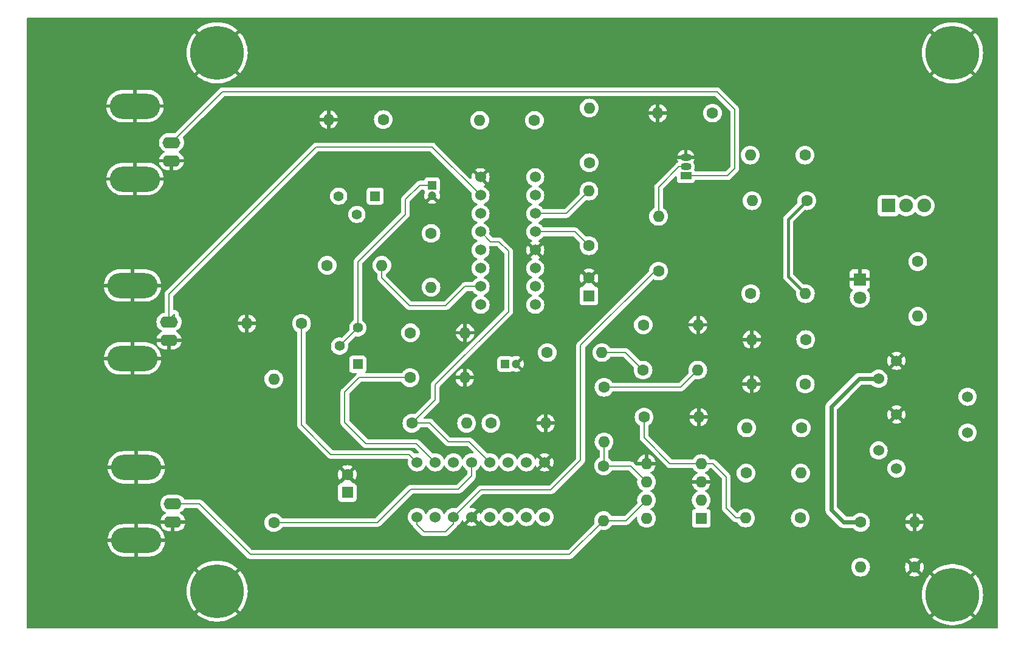
<source format=gbl>
%TF.GenerationSoftware,KiCad,Pcbnew,7.0.11-7.0.11~ubuntu22.04.1*%
%TF.CreationDate,2025-04-22T14:20:39+02:00*%
%TF.ProjectId,emulator-pcb,656d756c-6174-46f7-922d-7063622e6b69,v02*%
%TF.SameCoordinates,Original*%
%TF.FileFunction,Copper,L2,Bot*%
%TF.FilePolarity,Positive*%
%FSLAX46Y46*%
G04 Gerber Fmt 4.6, Leading zero omitted, Abs format (unit mm)*
G04 Created by KiCad (PCBNEW 7.0.11-7.0.11~ubuntu22.04.1) date 2025-04-22 14:20:39*
%MOMM*%
%LPD*%
G01*
G04 APERTURE LIST*
%TA.AperFunction,ComponentPad*%
%ADD10C,1.600000*%
%TD*%
%TA.AperFunction,ComponentPad*%
%ADD11O,1.600000X1.600000*%
%TD*%
%TA.AperFunction,ComponentPad*%
%ADD12R,1.400000X1.400000*%
%TD*%
%TA.AperFunction,ComponentPad*%
%ADD13C,1.400000*%
%TD*%
%TA.AperFunction,ComponentPad*%
%ADD14C,1.524000*%
%TD*%
%TA.AperFunction,ComponentPad*%
%ADD15R,1.900000X1.900000*%
%TD*%
%TA.AperFunction,ComponentPad*%
%ADD16C,1.900000*%
%TD*%
%TA.AperFunction,ComponentPad*%
%ADD17O,2.500000X1.600000*%
%TD*%
%TA.AperFunction,ComponentPad*%
%ADD18O,7.000000X3.500000*%
%TD*%
%TA.AperFunction,ComponentPad*%
%ADD19R,1.800000X1.800000*%
%TD*%
%TA.AperFunction,ComponentPad*%
%ADD20C,1.800000*%
%TD*%
%TA.AperFunction,ComponentPad*%
%ADD21R,1.200000X1.200000*%
%TD*%
%TA.AperFunction,ComponentPad*%
%ADD22C,1.200000*%
%TD*%
%TA.AperFunction,ComponentPad*%
%ADD23R,1.600000X1.600000*%
%TD*%
%TA.AperFunction,ComponentPad*%
%ADD24C,7.500000*%
%TD*%
%TA.AperFunction,ComponentPad*%
%ADD25R,1.500000X1.050000*%
%TD*%
%TA.AperFunction,ComponentPad*%
%ADD26O,1.500000X1.050000*%
%TD*%
%TA.AperFunction,WasherPad*%
%ADD27C,1.524000*%
%TD*%
%TA.AperFunction,Conductor*%
%ADD28C,0.200000*%
%TD*%
%TA.AperFunction,Conductor*%
%ADD29C,0.400000*%
%TD*%
%TA.AperFunction,Conductor*%
%ADD30C,0.600000*%
%TD*%
G04 APERTURE END LIST*
D10*
%TO.P,R22,1*%
%TO.N,-12V*%
X179250000Y-133900000D03*
D11*
%TO.P,R22,2*%
%TO.N,-6V*%
X171630000Y-133900000D03*
%TD*%
D12*
%TO.P,RV1,1,1*%
%TO.N,Net-(U2-MO)*%
X117600000Y-112490000D03*
D13*
%TO.P,RV1,2,2*%
%TO.N,Net-(C4-Pad1)*%
X115060000Y-109950000D03*
%TO.P,RV1,3,3*%
X117600000Y-107410000D03*
%TD*%
D14*
%TO.P,U3,1,AMSI*%
%TO.N,GND*%
X134700000Y-86420000D03*
%TO.P,U3,2,STO*%
%TO.N,Vy*%
X134700000Y-88960000D03*
%TO.P,U3,3,MO*%
%TO.N,Net-(U3-MO)*%
X134700000Y-91500000D03*
%TO.P,U3,4,Vcc*%
%TO.N,+12V*%
X134700000Y-94040000D03*
%TO.P,U3,5,TC1*%
%TO.N,Net-(U3-TC1)*%
X134700000Y-96580000D03*
%TO.P,U3,6,TC2*%
%TO.N,Net-(U3-TC2)*%
X134700000Y-99120000D03*
%TO.P,U3,7,TR1*%
%TO.N,Net-(U3-TR1)*%
X134700000Y-101660000D03*
%TO.P,U3,8,TR2*%
%TO.N,unconnected-(U3-TR2-Pad8)*%
X134700000Y-104200000D03*
%TO.P,U3,9,FSKI*%
%TO.N,unconnected-(U3-FSKI-Pad9)*%
X142320000Y-104200000D03*
%TO.P,U3,10,BIAS*%
%TO.N,Net-(U3-BIAS)*%
X142320000Y-101660000D03*
%TO.P,U3,11,SYNCO*%
%TO.N,Net-(U3-SYNCO)*%
X142320000Y-99120000D03*
%TO.P,U3,12,GND*%
%TO.N,GND*%
X142320000Y-96580000D03*
%TO.P,U3,13,WAVEA1*%
%TO.N,Net-(U3-WAVEA1)*%
X142320000Y-94040000D03*
%TO.P,U3,14,WAVEA2*%
%TO.N,Net-(U3-WAVEA2)*%
X142320000Y-91500000D03*
%TO.P,U3,15,SYMA1*%
%TO.N,unconnected-(U3-SYMA1-Pad15)*%
X142320000Y-88960000D03*
%TO.P,U3,16,SYMA2*%
%TO.N,unconnected-(U3-SYMA2-Pad16)*%
X142320000Y-86420000D03*
%TD*%
D10*
%TO.P,R20,1*%
%TO.N,Net-(U3-SYNCO)*%
X149850000Y-84410000D03*
D11*
%TO.P,R20,2*%
%TO.N,+12V*%
X149850000Y-76790000D03*
%TD*%
D15*
%TO.P,S1,1*%
%TO.N,+12V*%
X191500000Y-90400000D03*
D16*
%TO.P,S1,2*%
%TO.N,Net-(C9-Pad1)*%
X194000000Y-90400000D03*
%TO.P,S1,3*%
%TO.N,unconnected-(S1-Pad3)*%
X196500000Y-90400000D03*
%TD*%
D17*
%TO.P,J3,1,In*%
%TO.N,Vp*%
X91650000Y-81600000D03*
D18*
%TO.P,J3,2,Ext*%
%TO.N,GND*%
X86570000Y-86680000D03*
D17*
X91650000Y-84140000D03*
D18*
X86570000Y-76520000D03*
%TD*%
D10*
%TO.P,C7,1*%
%TO.N,+12V*%
X179950000Y-115250000D03*
D11*
%TO.P,C7,2*%
%TO.N,GND*%
X172450000Y-115250000D03*
%TD*%
D10*
%TO.P,C10,1*%
%TO.N,GND*%
X195150000Y-140750000D03*
D11*
%TO.P,C10,2*%
%TO.N,-12V*%
X187650000Y-140750000D03*
%TD*%
D10*
%TO.P,R21,1*%
%TO.N,-6V*%
X157480000Y-119850000D03*
D11*
%TO.P,R21,2*%
%TO.N,GND*%
X165100000Y-119850000D03*
%TD*%
D10*
%TO.P,R7,1*%
%TO.N,Net-(R5-Pad2)*%
X151900000Y-115690000D03*
D11*
%TO.P,R7,2*%
%TO.N,Net-(U1B--)*%
X151900000Y-123310000D03*
%TD*%
D10*
%TO.P,R1,1*%
%TO.N,-1V*%
X179400000Y-121350000D03*
D11*
%TO.P,R1,2*%
%TO.N,Net-(U1A--)*%
X171780000Y-121350000D03*
%TD*%
D10*
%TO.P,C5,1*%
%TO.N,Net-(U3-TC1)*%
X127800000Y-94250000D03*
D11*
%TO.P,C5,2*%
%TO.N,Net-(U3-TC2)*%
X127800000Y-101750000D03*
%TD*%
D10*
%TO.P,R10,1*%
%TO.N,V_sq*%
X172340000Y-102650000D03*
D11*
%TO.P,R10,2*%
%TO.N,+12V*%
X179960000Y-102650000D03*
%TD*%
D10*
%TO.P,R2,1*%
%TO.N,V_saw*%
X143990000Y-110850000D03*
D11*
%TO.P,R2,2*%
%TO.N,Net-(U1A--)*%
X151610000Y-110850000D03*
%TD*%
D10*
%TO.P,R23,1*%
%TO.N,+6V*%
X167010000Y-77500000D03*
D11*
%TO.P,R23,2*%
%TO.N,GND*%
X159390000Y-77500000D03*
%TD*%
D10*
%TO.P,R5,1*%
%TO.N,Net-(U1A--)*%
X157340000Y-113300000D03*
D11*
%TO.P,R5,2*%
%TO.N,Net-(R5-Pad2)*%
X164960000Y-113300000D03*
%TD*%
D10*
%TO.P,R17,1*%
%TO.N,+12V*%
X125130000Y-120700000D03*
D11*
%TO.P,R17,2*%
%TO.N,Net-(C8-Pad1)*%
X132750000Y-120700000D03*
%TD*%
D19*
%TO.P,D1,1,K*%
%TO.N,GND*%
X187550000Y-100650000D03*
D20*
%TO.P,D1,2,A*%
%TO.N,Net-(D1-A)*%
X187550000Y-103190000D03*
%TD*%
D10*
%TO.P,R25,1*%
%TO.N,V_sq*%
X159500000Y-99510000D03*
D11*
%TO.P,R25,2*%
%TO.N,Net-(Q1-B)*%
X159500000Y-91890000D03*
%TD*%
D12*
%TO.P,RV2,1,1*%
%TO.N,Net-(U3-MO)*%
X120013000Y-89069000D03*
D13*
%TO.P,RV2,2,2*%
%TO.N,Net-(C8-Pad1)*%
X117473000Y-91609000D03*
%TO.P,RV2,3,3*%
X114933000Y-89069000D03*
%TD*%
D21*
%TO.P,C8,1*%
%TO.N,Net-(C8-Pad1)*%
X138150000Y-112450000D03*
D22*
%TO.P,C8,2*%
%TO.N,GND*%
X139650000Y-112450000D03*
%TD*%
D10*
%TO.P,C1,1*%
%TO.N,Net-(U2-TC1)*%
X105900000Y-134550000D03*
D11*
%TO.P,C1,2*%
%TO.N,Net-(U2-TC2)*%
X105900000Y-114550000D03*
%TD*%
D10*
%TO.P,R8,1*%
%TO.N,Net-(C4-Pad1)*%
X121150000Y-78400000D03*
D11*
%TO.P,R8,2*%
%TO.N,GND*%
X113530000Y-78400000D03*
%TD*%
D10*
%TO.P,R24,1*%
%TO.N,+12V*%
X179900000Y-83350000D03*
D11*
%TO.P,R24,2*%
%TO.N,+6V*%
X172280000Y-83350000D03*
%TD*%
D10*
%TO.P,C9,1*%
%TO.N,Net-(C9-Pad1)*%
X187650000Y-134500000D03*
D11*
%TO.P,C9,2*%
%TO.N,GND*%
X195150000Y-134500000D03*
%TD*%
D23*
%TO.P,C2,1*%
%TO.N,Net-(U2-BIAS)*%
X116150000Y-130350000D03*
D10*
%TO.P,C2,2*%
%TO.N,GND*%
X116150000Y-127850000D03*
%TD*%
D14*
%TO.P,U2,1,AMSI*%
%TO.N,GND*%
X143620000Y-126150000D03*
%TO.P,U2,2,STO*%
%TO.N,V_saw*%
X141080000Y-126150000D03*
%TO.P,U2,3,MO*%
%TO.N,Net-(U2-MO)*%
X138540000Y-126150000D03*
%TO.P,U2,4,Vcc*%
%TO.N,+12V*%
X136000000Y-126150000D03*
%TO.P,U2,5,TC1*%
%TO.N,Net-(U2-TC1)*%
X133460000Y-126150000D03*
%TO.P,U2,6,TC2*%
%TO.N,Net-(U2-TC2)*%
X130920000Y-126150000D03*
%TO.P,U2,7,TR1*%
%TO.N,Net-(U2-TR1)*%
X128380000Y-126150000D03*
%TO.P,U2,8,TR2*%
%TO.N,Net-(U2-TR2)*%
X125840000Y-126150000D03*
%TO.P,U2,9,FSKI*%
%TO.N,V_sq*%
X125840000Y-133770000D03*
%TO.P,U2,10,BIAS*%
%TO.N,Net-(U2-BIAS)*%
X128380000Y-133770000D03*
%TO.P,U2,11,SYNCO*%
%TO.N,V_sq*%
X130920000Y-133770000D03*
%TO.P,U2,12,GND*%
%TO.N,GND*%
X133460000Y-133770000D03*
%TO.P,U2,13,WAVEA1*%
%TO.N,unconnected-(U2-WAVEA1-Pad13)*%
X136000000Y-133770000D03*
%TO.P,U2,14,WAVEA2*%
%TO.N,unconnected-(U2-WAVEA2-Pad14)*%
X138540000Y-133770000D03*
%TO.P,U2,15,SYMA1*%
%TO.N,unconnected-(U2-SYMA1-Pad15)*%
X141080000Y-133770000D03*
%TO.P,U2,16,SYMA2*%
%TO.N,unconnected-(U2-SYMA2-Pad16)*%
X143620000Y-133770000D03*
%TD*%
D10*
%TO.P,R4,1*%
%TO.N,Net-(U2-TR2)*%
X109760000Y-106800000D03*
D11*
%TO.P,R4,2*%
%TO.N,GND*%
X102140000Y-106800000D03*
%TD*%
D10*
%TO.P,R27,1*%
%TO.N,+12V*%
X195600000Y-98190000D03*
D11*
%TO.P,R27,2*%
%TO.N,Net-(D1-A)*%
X195600000Y-105810000D03*
%TD*%
D10*
%TO.P,C3,1*%
%TO.N,+12V*%
X180000000Y-109050000D03*
D11*
%TO.P,C3,2*%
%TO.N,GND*%
X172500000Y-109050000D03*
%TD*%
D10*
%TO.P,R26,1*%
%TO.N,+12V*%
X180160000Y-89700000D03*
D11*
%TO.P,R26,2*%
%TO.N,Vp*%
X172540000Y-89700000D03*
%TD*%
D17*
%TO.P,J2,1,In*%
%TO.N,Vx*%
X91830000Y-131930000D03*
D18*
%TO.P,J2,2,Ext*%
%TO.N,GND*%
X86750000Y-137010000D03*
D17*
X91830000Y-134470000D03*
D18*
X86750000Y-126850000D03*
%TD*%
D24*
%TO.P,Mount3,1*%
%TO.N,GND*%
X200450000Y-144600000D03*
%TD*%
D10*
%TO.P,R19,1*%
%TO.N,Net-(U3-WAVEA1)*%
X149800000Y-95970000D03*
D11*
%TO.P,R19,2*%
%TO.N,Net-(U3-WAVEA2)*%
X149800000Y-88350000D03*
%TD*%
D21*
%TO.P,C4,1*%
%TO.N,Net-(C4-Pad1)*%
X127950000Y-87527401D03*
D22*
%TO.P,C4,2*%
%TO.N,GND*%
X127950000Y-89027401D03*
%TD*%
D24*
%TO.P,Mount1,1*%
%TO.N,GND*%
X98000000Y-69100000D03*
%TD*%
D10*
%TO.P,R9,1*%
%TO.N,Net-(U1B--)*%
X151850000Y-126640000D03*
D11*
%TO.P,R9,2*%
%TO.N,Vx*%
X151850000Y-134260000D03*
%TD*%
D10*
%TO.P,R16,1*%
%TO.N,Net-(R15-Pad1)*%
X113330000Y-98700000D03*
D11*
%TO.P,R16,2*%
%TO.N,Net-(U3-TR1)*%
X120950000Y-98700000D03*
%TD*%
D17*
%TO.P,J1,1,In*%
%TO.N,Vy*%
X91300000Y-106600000D03*
D18*
%TO.P,J1,2,Ext*%
%TO.N,GND*%
X86220000Y-111680000D03*
D17*
X91300000Y-109140000D03*
D18*
X86220000Y-101520000D03*
%TD*%
D10*
%TO.P,R13,1*%
%TO.N,-12V*%
X171690000Y-127650000D03*
D11*
%TO.P,R13,2*%
%TO.N,-1V*%
X179310000Y-127650000D03*
%TD*%
D10*
%TO.P,R3,1*%
%TO.N,Net-(U2-TR1)*%
X124880000Y-114350000D03*
D11*
%TO.P,R3,2*%
%TO.N,GND*%
X132500000Y-114350000D03*
%TD*%
D23*
%TO.P,U1,1*%
%TO.N,Net-(R5-Pad2)*%
X165450000Y-133950000D03*
D11*
%TO.P,U1,2,-*%
%TO.N,Net-(U1A--)*%
X165450000Y-131410000D03*
%TO.P,U1,3,+*%
%TO.N,GND*%
X165450000Y-128870000D03*
%TO.P,U1,4,V-*%
%TO.N,-6V*%
X165450000Y-126330000D03*
%TO.P,U1,5,+*%
%TO.N,GND*%
X157830000Y-126330000D03*
%TO.P,U1,6,-*%
%TO.N,Net-(U1B--)*%
X157830000Y-128870000D03*
%TO.P,U1,7*%
%TO.N,Vx*%
X157830000Y-131410000D03*
%TO.P,U1,8,V+*%
%TO.N,+6V*%
X157830000Y-133950000D03*
%TD*%
D25*
%TO.P,Q1,1,C*%
%TO.N,Vp*%
X163300000Y-86240000D03*
D26*
%TO.P,Q1,2,B*%
%TO.N,Net-(Q1-B)*%
X163300000Y-84970000D03*
%TO.P,Q1,3,E*%
%TO.N,GND*%
X163300000Y-83700000D03*
%TD*%
D24*
%TO.P,Mount2,1*%
%TO.N,GND*%
X200450000Y-69100000D03*
%TD*%
D10*
%TO.P,R6,1*%
%TO.N,+12V*%
X142210000Y-78500000D03*
D11*
%TO.P,R6,2*%
%TO.N,Net-(C4-Pad1)*%
X134590000Y-78500000D03*
%TD*%
D10*
%TO.P,R15,1*%
%TO.N,Net-(R15-Pad1)*%
X124940000Y-108100000D03*
D11*
%TO.P,R15,2*%
%TO.N,GND*%
X132560000Y-108100000D03*
%TD*%
D10*
%TO.P,R14,1*%
%TO.N,-1V*%
X157380000Y-107000000D03*
D11*
%TO.P,R14,2*%
%TO.N,GND*%
X165000000Y-107000000D03*
%TD*%
D27*
%TO.P,J4,*%
%TO.N,*%
X202550000Y-117000000D03*
X202550000Y-122000000D03*
D14*
%TO.P,J4,1*%
%TO.N,GND*%
X192649994Y-111999990D03*
%TO.P,J4,2*%
X192649994Y-119500000D03*
%TO.P,J4,3*%
%TO.N,unconnected-(J4-Pad3)*%
X192649994Y-127000010D03*
%TO.P,J4,4*%
%TO.N,Net-(C9-Pad1)*%
X190149994Y-114500010D03*
%TO.P,J4,5*%
%TO.N,-12V*%
X190149994Y-124499990D03*
%TD*%
D10*
%TO.P,R18,1*%
%TO.N,Net-(C8-Pad1)*%
X136140000Y-120700000D03*
D11*
%TO.P,R18,2*%
%TO.N,GND*%
X143760000Y-120700000D03*
%TD*%
D23*
%TO.P,C6,1*%
%TO.N,Net-(U3-BIAS)*%
X149800000Y-102960000D03*
D10*
%TO.P,C6,2*%
%TO.N,GND*%
X149800000Y-100460000D03*
%TD*%
D24*
%TO.P,Mount4,1*%
%TO.N,GND*%
X98000000Y-144100000D03*
%TD*%
D28*
%TO.N,Vp*%
X169080000Y-86240000D02*
X170100000Y-85220000D01*
X170100000Y-85220000D02*
X170100000Y-76950000D01*
X170100000Y-76950000D02*
X167650000Y-74500000D01*
X167650000Y-74500000D02*
X98750000Y-74500000D01*
X98750000Y-74500000D02*
X91650000Y-81600000D01*
%TO.N,+12V*%
X125130000Y-120700000D02*
X128400000Y-117430000D01*
X128400000Y-117430000D02*
X128400000Y-115350000D01*
X128400000Y-115350000D02*
X138600000Y-105150000D01*
X138600000Y-105150000D02*
X138600000Y-96750000D01*
X138600000Y-96750000D02*
X137300000Y-95450000D01*
X137300000Y-95450000D02*
X136110000Y-95450000D01*
X136110000Y-95450000D02*
X134700000Y-94040000D01*
X125130000Y-120700000D02*
X127650000Y-120700000D01*
X127650000Y-120700000D02*
X130250000Y-123300000D01*
X130250000Y-123300000D02*
X133150000Y-123300000D01*
X133150000Y-123300000D02*
X136000000Y-126150000D01*
%TO.N,Vp*%
X163300000Y-86240000D02*
X169080000Y-86240000D01*
D29*
%TO.N,+12V*%
X179960000Y-102650000D02*
X177550000Y-100240000D01*
X177550000Y-100240000D02*
X177550000Y-92310000D01*
X177550000Y-92310000D02*
X179960000Y-89900000D01*
D28*
X179960000Y-89900000D02*
X180160000Y-89700000D01*
%TO.N,Net-(U2-TR1)*%
X128380000Y-126150000D02*
X125780000Y-123550000D01*
X125780000Y-123550000D02*
X118750000Y-123550000D01*
X118750000Y-123550000D02*
X115800000Y-120600000D01*
X115800000Y-120600000D02*
X115800000Y-116350000D01*
X115800000Y-116350000D02*
X117800000Y-114350000D01*
X117800000Y-114350000D02*
X124880000Y-114350000D01*
%TO.N,Net-(U2-TR2)*%
X109760000Y-106800000D02*
X109760000Y-120960000D01*
X109760000Y-120960000D02*
X113850000Y-125050000D01*
X113850000Y-125050000D02*
X124740000Y-125050000D01*
X124740000Y-125050000D02*
X125840000Y-126150000D01*
%TO.N,Net-(U3-TR1)*%
X120950000Y-98700000D02*
X120950000Y-100450000D01*
X120950000Y-100450000D02*
X124850000Y-104350000D01*
X124850000Y-104350000D02*
X129850000Y-104350000D01*
X129850000Y-104350000D02*
X132540000Y-101660000D01*
X132540000Y-101660000D02*
X134700000Y-101660000D01*
%TO.N,Net-(U2-TC1)*%
X133460000Y-128067895D02*
X133460000Y-126150000D01*
X120300000Y-134550000D02*
X124950000Y-129900000D01*
X105900000Y-134550000D02*
X120300000Y-134550000D01*
X124950000Y-129900000D02*
X131627895Y-129900000D01*
X131627895Y-129900000D02*
X133460000Y-128067895D01*
%TO.N,Net-(C4-Pad1)*%
X126222599Y-87527401D02*
X127950000Y-87527401D01*
X124200000Y-89550000D02*
X126222599Y-87527401D01*
X124200000Y-91600000D02*
X124200000Y-89550000D01*
X117600000Y-107410000D02*
X117600000Y-98200000D01*
X115060000Y-109950000D02*
X117600000Y-107410000D01*
X117600000Y-98200000D02*
X124200000Y-91600000D01*
%TO.N,Vy*%
X91300000Y-106600000D02*
X91300000Y-106250000D01*
X134700000Y-88950000D02*
X134700000Y-88960000D01*
X91300000Y-106250000D02*
X92050000Y-105500000D01*
X92050000Y-105500000D02*
X92050000Y-106500000D01*
X91300000Y-102700000D02*
X111800000Y-82200000D01*
X127950000Y-82200000D02*
X134700000Y-88950000D01*
X111800000Y-82200000D02*
X127950000Y-82200000D01*
X91300000Y-106600000D02*
X91300000Y-102700000D01*
%TO.N,Vx*%
X91830000Y-131930000D02*
X95530000Y-131930000D01*
X95530000Y-131930000D02*
X102600000Y-139000000D01*
X154980000Y-134260000D02*
X157830000Y-131410000D01*
X147110000Y-139000000D02*
X151850000Y-134260000D01*
X102600000Y-139000000D02*
X147110000Y-139000000D01*
X151850000Y-134260000D02*
X154980000Y-134260000D01*
%TO.N,Net-(Q1-B)*%
X162350000Y-84970000D02*
X163300000Y-84970000D01*
X159500000Y-87820000D02*
X162350000Y-84970000D01*
X159500000Y-91890000D02*
X159500000Y-87820000D01*
%TO.N,Net-(U1A--)*%
X151610000Y-110850000D02*
X154890000Y-110850000D01*
X154890000Y-110850000D02*
X157340000Y-113300000D01*
%TO.N,Net-(R5-Pad2)*%
X162570000Y-115690000D02*
X164960000Y-113300000D01*
X151900000Y-115690000D02*
X162570000Y-115690000D01*
%TO.N,Net-(U1B--)*%
X151900000Y-126590000D02*
X151850000Y-126640000D01*
X155600000Y-126640000D02*
X157830000Y-128870000D01*
X151850000Y-126640000D02*
X155600000Y-126640000D01*
X151900000Y-123310000D02*
X151900000Y-126590000D01*
%TO.N,V_sq*%
X126850000Y-135850000D02*
X129800000Y-135850000D01*
X148650000Y-125850000D02*
X148650000Y-109850000D01*
X125840000Y-133770000D02*
X125840000Y-134840000D01*
X130920000Y-133770000D02*
X134690000Y-130000000D01*
X134690000Y-130000000D02*
X144500000Y-130000000D01*
X125840000Y-134840000D02*
X126850000Y-135850000D01*
X144500000Y-130000000D02*
X148650000Y-125850000D01*
X158990000Y-99510000D02*
X159500000Y-99510000D01*
X129800000Y-135850000D02*
X130920000Y-134730000D01*
X130920000Y-134730000D02*
X130920000Y-133770000D01*
X148650000Y-109850000D02*
X158990000Y-99510000D01*
%TO.N,Net-(U3-WAVEA1)*%
X142320000Y-94040000D02*
X147870000Y-94040000D01*
X147870000Y-94040000D02*
X149800000Y-95970000D01*
%TO.N,Net-(U3-WAVEA2)*%
X142320000Y-91500000D02*
X146650000Y-91500000D01*
X146650000Y-91500000D02*
X149800000Y-88350000D01*
%TO.N,-6V*%
X168950000Y-132550000D02*
X168950000Y-128200000D01*
X171630000Y-133900000D02*
X170300000Y-133900000D01*
X157480000Y-122730000D02*
X161080000Y-126330000D01*
X170300000Y-133900000D02*
X168950000Y-132550000D01*
X168950000Y-128200000D02*
X167080000Y-126330000D01*
X167080000Y-126330000D02*
X165450000Y-126330000D01*
X161080000Y-126330000D02*
X165450000Y-126330000D01*
X157480000Y-119850000D02*
X157480000Y-122730000D01*
D30*
%TO.N,Net-(C9-Pad1)*%
X187449990Y-114500010D02*
X190149994Y-114500010D01*
X183550000Y-132750000D02*
X183550000Y-118400000D01*
X183550000Y-118400000D02*
X187449990Y-114500010D01*
X185300000Y-134500000D02*
X183550000Y-132750000D01*
X187650000Y-134500000D02*
X185300000Y-134500000D01*
%TD*%
%TA.AperFunction,Conductor*%
%TO.N,GND*%
G36*
X139351262Y-112477493D02*
G01*
X139350642Y-112476358D01*
X139350866Y-112473221D01*
X139351262Y-112477493D01*
G37*
%TD.AperFunction*%
%TA.AperFunction,Conductor*%
G36*
X206717539Y-64220185D02*
G01*
X206763294Y-64272989D01*
X206774500Y-64324500D01*
X206774500Y-149175500D01*
X206754815Y-149242539D01*
X206702011Y-149288294D01*
X206650500Y-149299500D01*
X71574500Y-149299500D01*
X71507461Y-149279815D01*
X71461706Y-149227011D01*
X71450500Y-149175500D01*
X71450500Y-144100000D01*
X93745181Y-144100000D01*
X93764447Y-144504450D01*
X93822071Y-144905231D01*
X93917531Y-145298722D01*
X93917534Y-145298733D01*
X94049956Y-145681340D01*
X94049966Y-145681365D01*
X94218168Y-146049675D01*
X94420621Y-146400335D01*
X94420627Y-146400343D01*
X94655485Y-146730154D01*
X94822985Y-146923460D01*
X96313104Y-145433341D01*
X96425031Y-145570918D01*
X96639990Y-145771676D01*
X96664543Y-145789007D01*
X95174928Y-147278622D01*
X95213676Y-147315568D01*
X95213695Y-147315585D01*
X95531968Y-147565877D01*
X95872594Y-147784782D01*
X96232485Y-147970319D01*
X96608383Y-148120806D01*
X96608395Y-148120810D01*
X96996882Y-148234880D01*
X96996899Y-148234884D01*
X97394460Y-148311508D01*
X97394472Y-148311510D01*
X97797554Y-148350000D01*
X98202446Y-148350000D01*
X98605527Y-148311510D01*
X98605539Y-148311508D01*
X99003100Y-148234884D01*
X99003117Y-148234880D01*
X99391604Y-148120810D01*
X99391616Y-148120806D01*
X99767507Y-147970322D01*
X99767511Y-147970320D01*
X100127406Y-147784782D01*
X100468031Y-147565877D01*
X100786314Y-147315578D01*
X100825069Y-147278622D01*
X99335455Y-145789008D01*
X99360010Y-145771676D01*
X99574969Y-145570918D01*
X99686895Y-145433342D01*
X101177012Y-146923459D01*
X101344512Y-146730156D01*
X101344523Y-146730143D01*
X101579372Y-146400343D01*
X101579378Y-146400335D01*
X101781831Y-146049675D01*
X101950033Y-145681365D01*
X101950043Y-145681340D01*
X102082465Y-145298733D01*
X102082468Y-145298722D01*
X102177928Y-144905231D01*
X102221814Y-144600000D01*
X196195181Y-144600000D01*
X196214447Y-145004450D01*
X196272071Y-145405231D01*
X196367531Y-145798722D01*
X196367534Y-145798733D01*
X196499956Y-146181340D01*
X196499966Y-146181365D01*
X196668168Y-146549675D01*
X196870621Y-146900335D01*
X196870627Y-146900343D01*
X197105485Y-147230154D01*
X197272985Y-147423460D01*
X198763104Y-145933341D01*
X198875031Y-146070918D01*
X199089990Y-146271676D01*
X199114543Y-146289007D01*
X197624928Y-147778622D01*
X197663676Y-147815568D01*
X197663695Y-147815585D01*
X197981968Y-148065877D01*
X198322594Y-148284782D01*
X198682485Y-148470319D01*
X199058383Y-148620806D01*
X199058395Y-148620810D01*
X199446882Y-148734880D01*
X199446899Y-148734884D01*
X199844460Y-148811508D01*
X199844472Y-148811510D01*
X200247554Y-148850000D01*
X200652446Y-148850000D01*
X201055527Y-148811510D01*
X201055539Y-148811508D01*
X201453100Y-148734884D01*
X201453117Y-148734880D01*
X201841604Y-148620810D01*
X201841616Y-148620806D01*
X202217507Y-148470322D01*
X202217511Y-148470320D01*
X202577406Y-148284782D01*
X202918031Y-148065877D01*
X203236314Y-147815578D01*
X203275069Y-147778622D01*
X201785455Y-146289008D01*
X201810010Y-146271676D01*
X202024969Y-146070918D01*
X202136895Y-145933342D01*
X203627012Y-147423459D01*
X203794512Y-147230156D01*
X203794523Y-147230143D01*
X204029372Y-146900343D01*
X204029378Y-146900335D01*
X204231831Y-146549675D01*
X204400033Y-146181365D01*
X204400043Y-146181340D01*
X204532465Y-145798733D01*
X204532468Y-145798722D01*
X204627928Y-145405231D01*
X204685552Y-145004450D01*
X204704818Y-144600000D01*
X204685552Y-144195549D01*
X204627928Y-143794768D01*
X204532468Y-143401277D01*
X204532465Y-143401266D01*
X204400043Y-143018659D01*
X204400033Y-143018634D01*
X204231831Y-142650324D01*
X204029378Y-142299664D01*
X204029372Y-142299656D01*
X203794523Y-141969856D01*
X203794512Y-141969843D01*
X203627013Y-141776538D01*
X202136894Y-143266656D01*
X202024969Y-143129082D01*
X201810010Y-142928324D01*
X201785455Y-142910991D01*
X203275070Y-141421376D01*
X203236323Y-141384431D01*
X203236304Y-141384414D01*
X202918031Y-141134122D01*
X202577406Y-140915217D01*
X202217511Y-140729679D01*
X202217507Y-140729677D01*
X201841616Y-140579193D01*
X201841604Y-140579189D01*
X201453117Y-140465119D01*
X201453100Y-140465115D01*
X201055539Y-140388491D01*
X201055527Y-140388489D01*
X200652446Y-140350000D01*
X200247554Y-140350000D01*
X199844472Y-140388489D01*
X199844460Y-140388491D01*
X199446899Y-140465115D01*
X199446882Y-140465119D01*
X199058395Y-140579189D01*
X199058383Y-140579193D01*
X198682485Y-140729680D01*
X198322594Y-140915217D01*
X197981968Y-141134122D01*
X197663685Y-141384421D01*
X197663673Y-141384432D01*
X197624929Y-141421375D01*
X197624929Y-141421376D01*
X199114544Y-142910991D01*
X199089990Y-142928324D01*
X198875031Y-143129082D01*
X198763104Y-143266657D01*
X197272986Y-141776539D01*
X197105485Y-141969845D01*
X196870627Y-142299656D01*
X196870621Y-142299664D01*
X196668168Y-142650324D01*
X196499966Y-143018634D01*
X196499956Y-143018659D01*
X196367534Y-143401266D01*
X196367531Y-143401277D01*
X196272071Y-143794768D01*
X196214447Y-144195549D01*
X196195181Y-144600000D01*
X102221814Y-144600000D01*
X102235552Y-144504450D01*
X102254818Y-144100000D01*
X102235552Y-143695549D01*
X102177928Y-143294768D01*
X102082468Y-142901277D01*
X102082465Y-142901266D01*
X101950043Y-142518659D01*
X101950033Y-142518634D01*
X101781831Y-142150324D01*
X101579378Y-141799664D01*
X101579372Y-141799656D01*
X101344523Y-141469856D01*
X101344512Y-141469843D01*
X101177013Y-141276538D01*
X99686894Y-142766656D01*
X99574969Y-142629082D01*
X99360010Y-142428324D01*
X99335455Y-142410991D01*
X100825070Y-140921376D01*
X100786323Y-140884431D01*
X100786304Y-140884414D01*
X100615384Y-140750001D01*
X186344532Y-140750001D01*
X186364364Y-140976686D01*
X186364366Y-140976697D01*
X186423258Y-141196488D01*
X186423261Y-141196497D01*
X186519431Y-141402732D01*
X186519432Y-141402734D01*
X186649954Y-141589141D01*
X186810858Y-141750045D01*
X186810861Y-141750047D01*
X186997266Y-141880568D01*
X187203504Y-141976739D01*
X187423308Y-142035635D01*
X187585230Y-142049801D01*
X187649998Y-142055468D01*
X187650000Y-142055468D01*
X187650002Y-142055468D01*
X187706673Y-142050509D01*
X187876692Y-142035635D01*
X188096496Y-141976739D01*
X188302734Y-141880568D01*
X188489139Y-141750047D01*
X188650047Y-141589139D01*
X188780568Y-141402734D01*
X188876739Y-141196496D01*
X188935635Y-140976692D01*
X188955468Y-140750002D01*
X193845034Y-140750002D01*
X193864858Y-140976599D01*
X193864860Y-140976610D01*
X193923730Y-141196317D01*
X193923735Y-141196331D01*
X194019863Y-141402478D01*
X194070974Y-141475472D01*
X194752046Y-140794400D01*
X194764835Y-140875148D01*
X194822359Y-140988045D01*
X194911955Y-141077641D01*
X195024852Y-141135165D01*
X195105599Y-141147953D01*
X194424526Y-141829025D01*
X194497513Y-141880132D01*
X194497521Y-141880136D01*
X194703668Y-141976264D01*
X194703682Y-141976269D01*
X194923389Y-142035139D01*
X194923400Y-142035141D01*
X195149998Y-142054966D01*
X195150002Y-142054966D01*
X195376599Y-142035141D01*
X195376610Y-142035139D01*
X195596317Y-141976269D01*
X195596331Y-141976264D01*
X195802478Y-141880136D01*
X195875471Y-141829024D01*
X195194400Y-141147953D01*
X195275148Y-141135165D01*
X195388045Y-141077641D01*
X195477641Y-140988045D01*
X195535165Y-140875148D01*
X195547953Y-140794400D01*
X196229024Y-141475471D01*
X196280136Y-141402478D01*
X196376264Y-141196331D01*
X196376269Y-141196317D01*
X196435139Y-140976610D01*
X196435141Y-140976599D01*
X196454966Y-140750002D01*
X196454966Y-140749997D01*
X196435141Y-140523400D01*
X196435139Y-140523389D01*
X196376269Y-140303682D01*
X196376264Y-140303668D01*
X196280136Y-140097521D01*
X196280132Y-140097513D01*
X196229025Y-140024526D01*
X195547953Y-140705598D01*
X195535165Y-140624852D01*
X195477641Y-140511955D01*
X195388045Y-140422359D01*
X195275148Y-140364835D01*
X195194401Y-140352046D01*
X195875472Y-139670974D01*
X195802478Y-139619863D01*
X195596331Y-139523735D01*
X195596317Y-139523730D01*
X195376610Y-139464860D01*
X195376599Y-139464858D01*
X195150002Y-139445034D01*
X195149998Y-139445034D01*
X194923400Y-139464858D01*
X194923389Y-139464860D01*
X194703682Y-139523730D01*
X194703673Y-139523734D01*
X194497516Y-139619866D01*
X194497512Y-139619868D01*
X194424526Y-139670973D01*
X194424526Y-139670974D01*
X195105599Y-140352046D01*
X195024852Y-140364835D01*
X194911955Y-140422359D01*
X194822359Y-140511955D01*
X194764835Y-140624852D01*
X194752046Y-140705598D01*
X194070974Y-140024526D01*
X194070973Y-140024526D01*
X194019868Y-140097512D01*
X194019866Y-140097516D01*
X193923734Y-140303673D01*
X193923730Y-140303682D01*
X193864860Y-140523389D01*
X193864858Y-140523400D01*
X193845034Y-140749997D01*
X193845034Y-140750002D01*
X188955468Y-140750002D01*
X188955468Y-140750000D01*
X188935635Y-140523308D01*
X188876739Y-140303504D01*
X188780568Y-140097266D01*
X188650047Y-139910861D01*
X188650045Y-139910858D01*
X188489141Y-139749954D01*
X188302734Y-139619432D01*
X188302732Y-139619431D01*
X188096497Y-139523261D01*
X188096488Y-139523258D01*
X187876697Y-139464366D01*
X187876693Y-139464365D01*
X187876692Y-139464365D01*
X187876691Y-139464364D01*
X187876686Y-139464364D01*
X187650002Y-139444532D01*
X187649998Y-139444532D01*
X187423313Y-139464364D01*
X187423302Y-139464366D01*
X187203511Y-139523258D01*
X187203502Y-139523261D01*
X186997267Y-139619431D01*
X186997265Y-139619432D01*
X186810858Y-139749954D01*
X186649954Y-139910858D01*
X186519432Y-140097265D01*
X186519431Y-140097267D01*
X186423261Y-140303502D01*
X186423258Y-140303511D01*
X186364366Y-140523302D01*
X186364364Y-140523313D01*
X186344532Y-140749998D01*
X186344532Y-140750001D01*
X100615384Y-140750001D01*
X100468031Y-140634122D01*
X100127406Y-140415217D01*
X99767511Y-140229679D01*
X99767507Y-140229677D01*
X99391616Y-140079193D01*
X99391604Y-140079189D01*
X99003117Y-139965119D01*
X99003100Y-139965115D01*
X98605539Y-139888491D01*
X98605527Y-139888489D01*
X98202446Y-139850000D01*
X97797554Y-139850000D01*
X97394472Y-139888489D01*
X97394460Y-139888491D01*
X96996899Y-139965115D01*
X96996882Y-139965119D01*
X96608395Y-140079189D01*
X96608383Y-140079193D01*
X96232485Y-140229680D01*
X95872594Y-140415217D01*
X95531968Y-140634122D01*
X95213685Y-140884421D01*
X95213673Y-140884432D01*
X95174929Y-140921375D01*
X95174929Y-140921376D01*
X96664544Y-142410991D01*
X96639990Y-142428324D01*
X96425031Y-142629082D01*
X96313104Y-142766657D01*
X94822986Y-141276539D01*
X94655485Y-141469845D01*
X94420627Y-141799656D01*
X94420621Y-141799664D01*
X94218168Y-142150324D01*
X94049966Y-142518634D01*
X94049956Y-142518659D01*
X93917534Y-142901266D01*
X93917531Y-142901277D01*
X93822071Y-143294768D01*
X93764447Y-143695549D01*
X93745181Y-144100000D01*
X71450500Y-144100000D01*
X71450500Y-136760000D01*
X82760385Y-136760000D01*
X85776589Y-136760000D01*
X85751466Y-136857030D01*
X85741114Y-137061165D01*
X85771574Y-137260000D01*
X82763793Y-137260000D01*
X82776375Y-137385076D01*
X82776376Y-137385079D01*
X82846208Y-137678107D01*
X82846210Y-137678116D01*
X82954474Y-137959216D01*
X82954481Y-137959231D01*
X83099248Y-138223395D01*
X83099252Y-138223401D01*
X83277935Y-138465911D01*
X83487355Y-138682451D01*
X83487362Y-138682457D01*
X83723768Y-138869145D01*
X83982948Y-139022657D01*
X83982966Y-139022666D01*
X84260283Y-139140260D01*
X84260300Y-139140265D01*
X84550826Y-139219848D01*
X84849384Y-139260000D01*
X86500000Y-139260000D01*
X86500000Y-137984625D01*
X86647801Y-138015000D01*
X86800967Y-138015000D01*
X86953348Y-137999504D01*
X87000000Y-137984867D01*
X87000000Y-139260000D01*
X88575236Y-139260000D01*
X88800564Y-139244915D01*
X88800573Y-139244913D01*
X89095758Y-139184916D01*
X89095773Y-139184912D01*
X89380343Y-139086098D01*
X89380346Y-139086096D01*
X89649198Y-138950240D01*
X89897564Y-138779745D01*
X90120971Y-138577685D01*
X90315464Y-138347638D01*
X90477554Y-138093728D01*
X90477555Y-138093726D01*
X90604351Y-137820485D01*
X90604356Y-137820471D01*
X90693605Y-137532765D01*
X90739615Y-137260000D01*
X87723411Y-137260000D01*
X87748534Y-137162970D01*
X87758886Y-136958835D01*
X87728426Y-136760000D01*
X90736207Y-136760000D01*
X90736207Y-136759999D01*
X90723624Y-136634923D01*
X90723623Y-136634920D01*
X90653791Y-136341892D01*
X90653789Y-136341883D01*
X90545525Y-136060783D01*
X90545518Y-136060768D01*
X90400751Y-135796604D01*
X90400747Y-135796598D01*
X90222064Y-135554088D01*
X90012644Y-135337548D01*
X90012637Y-135337542D01*
X89776231Y-135150854D01*
X89517051Y-134997342D01*
X89517033Y-134997333D01*
X89239716Y-134879739D01*
X89239699Y-134879734D01*
X88949173Y-134800151D01*
X88650617Y-134760000D01*
X87000000Y-134760000D01*
X87000000Y-136035374D01*
X86852199Y-136005000D01*
X86699033Y-136005000D01*
X86546652Y-136020496D01*
X86500000Y-136035132D01*
X86500000Y-134760000D01*
X84924764Y-134760000D01*
X84699435Y-134775084D01*
X84699426Y-134775086D01*
X84404241Y-134835083D01*
X84404226Y-134835087D01*
X84119656Y-134933901D01*
X84119653Y-134933903D01*
X83850801Y-135069759D01*
X83602435Y-135240254D01*
X83379028Y-135442314D01*
X83184535Y-135672361D01*
X83022445Y-135926271D01*
X83022444Y-135926273D01*
X82895648Y-136199514D01*
X82895643Y-136199528D01*
X82806394Y-136487234D01*
X82760385Y-136760000D01*
X71450500Y-136760000D01*
X71450500Y-131930001D01*
X90074532Y-131930001D01*
X90094364Y-132156686D01*
X90094366Y-132156697D01*
X90153258Y-132376488D01*
X90153261Y-132376497D01*
X90249431Y-132582732D01*
X90249432Y-132582734D01*
X90379954Y-132769141D01*
X90540858Y-132930045D01*
X90577036Y-132955377D01*
X90727266Y-133060568D01*
X90785865Y-133087893D01*
X90838305Y-133134065D01*
X90857457Y-133201258D01*
X90837242Y-133268139D01*
X90785867Y-133312657D01*
X90727515Y-133339867D01*
X90541179Y-133470342D01*
X90380342Y-133631179D01*
X90249865Y-133817517D01*
X90153734Y-134023673D01*
X90153730Y-134023682D01*
X90101127Y-134219999D01*
X90101128Y-134220000D01*
X91460497Y-134220000D01*
X91411083Y-134305587D01*
X91381232Y-134436370D01*
X91391257Y-134570140D01*
X91440266Y-134695013D01*
X91460193Y-134720000D01*
X90101128Y-134720000D01*
X90153730Y-134916317D01*
X90153734Y-134916326D01*
X90249865Y-135122482D01*
X90380342Y-135308820D01*
X90541179Y-135469657D01*
X90727517Y-135600134D01*
X90933673Y-135696265D01*
X90933682Y-135696269D01*
X91153389Y-135755139D01*
X91153400Y-135755141D01*
X91323233Y-135769999D01*
X91323236Y-135770000D01*
X91580000Y-135770000D01*
X91580000Y-134838137D01*
X91634741Y-134875459D01*
X91762927Y-134915000D01*
X91863346Y-134915000D01*
X91962647Y-134900033D01*
X92080000Y-134843518D01*
X92080000Y-135770000D01*
X92336764Y-135770000D01*
X92336766Y-135769999D01*
X92506599Y-135755141D01*
X92506610Y-135755139D01*
X92726317Y-135696269D01*
X92726326Y-135696265D01*
X92932482Y-135600134D01*
X93118820Y-135469657D01*
X93279657Y-135308820D01*
X93410134Y-135122482D01*
X93506265Y-134916326D01*
X93506269Y-134916317D01*
X93558872Y-134720000D01*
X92199503Y-134720000D01*
X92248917Y-134634413D01*
X92278768Y-134503630D01*
X92268743Y-134369860D01*
X92219734Y-134244987D01*
X92199807Y-134220000D01*
X93558872Y-134220000D01*
X93558872Y-134219999D01*
X93506269Y-134023682D01*
X93506265Y-134023673D01*
X93410134Y-133817517D01*
X93279657Y-133631179D01*
X93118820Y-133470342D01*
X92932482Y-133339865D01*
X92874133Y-133312657D01*
X92821694Y-133266484D01*
X92802542Y-133199291D01*
X92822758Y-133132410D01*
X92874129Y-133087895D01*
X92932734Y-133060568D01*
X93119139Y-132930047D01*
X93280047Y-132769139D01*
X93410118Y-132583375D01*
X93464693Y-132539752D01*
X93511692Y-132530500D01*
X95229903Y-132530500D01*
X95296942Y-132550185D01*
X95317584Y-132566819D01*
X102141799Y-139391034D01*
X102152493Y-139403228D01*
X102171715Y-139428279D01*
X102171716Y-139428280D01*
X102171718Y-139428282D01*
X102295497Y-139523261D01*
X102297159Y-139524536D01*
X102443238Y-139585044D01*
X102521619Y-139595363D01*
X102599999Y-139605682D01*
X102600000Y-139605682D01*
X102631302Y-139601560D01*
X102647487Y-139600500D01*
X147062513Y-139600500D01*
X147078697Y-139601560D01*
X147110000Y-139605682D01*
X147110001Y-139605682D01*
X147162254Y-139598802D01*
X147266762Y-139585044D01*
X147412841Y-139524536D01*
X147414503Y-139523261D01*
X147538282Y-139428282D01*
X147557509Y-139403223D01*
X147568190Y-139391043D01*
X151407294Y-135551939D01*
X151468615Y-135518456D01*
X151527066Y-135519847D01*
X151546604Y-135525082D01*
X151623308Y-135545635D01*
X151785230Y-135559801D01*
X151849998Y-135565468D01*
X151850000Y-135565468D01*
X151850002Y-135565468D01*
X151906673Y-135560509D01*
X152076692Y-135545635D01*
X152296496Y-135486739D01*
X152502734Y-135390568D01*
X152689139Y-135260047D01*
X152850047Y-135099139D01*
X152980118Y-134913375D01*
X153034693Y-134869752D01*
X153081692Y-134860500D01*
X154932513Y-134860500D01*
X154948697Y-134861560D01*
X154980000Y-134865682D01*
X154980001Y-134865682D01*
X155042278Y-134857483D01*
X155136762Y-134845044D01*
X155282841Y-134784536D01*
X155292429Y-134777179D01*
X155408282Y-134688282D01*
X155427509Y-134663223D01*
X155438190Y-134651043D01*
X156320573Y-133768660D01*
X156381894Y-133735177D01*
X156451586Y-133740161D01*
X156507519Y-133782033D01*
X156531936Y-133847497D01*
X156531780Y-133867150D01*
X156524532Y-133949997D01*
X156524532Y-133950001D01*
X156544364Y-134176686D01*
X156544366Y-134176697D01*
X156603258Y-134396488D01*
X156603261Y-134396497D01*
X156699431Y-134602732D01*
X156699432Y-134602734D01*
X156829954Y-134789141D01*
X156990858Y-134950045D01*
X156990861Y-134950047D01*
X157177266Y-135080568D01*
X157383504Y-135176739D01*
X157383509Y-135176740D01*
X157383511Y-135176741D01*
X157416697Y-135185633D01*
X157603308Y-135235635D01*
X157761786Y-135249500D01*
X157829998Y-135255468D01*
X157830000Y-135255468D01*
X157830002Y-135255468D01*
X157898214Y-135249500D01*
X158056692Y-135235635D01*
X158276496Y-135176739D01*
X158482734Y-135080568D01*
X158669139Y-134950047D01*
X158830047Y-134789139D01*
X158960568Y-134602734D01*
X159056739Y-134396496D01*
X159115635Y-134176692D01*
X159135468Y-133950000D01*
X159115635Y-133723308D01*
X159056739Y-133503504D01*
X158960568Y-133297266D01*
X158847885Y-133136337D01*
X158830045Y-133110858D01*
X158669141Y-132949954D01*
X158482734Y-132819432D01*
X158482728Y-132819429D01*
X158424882Y-132792455D01*
X158424724Y-132792381D01*
X158372285Y-132746210D01*
X158353133Y-132679017D01*
X158373348Y-132612135D01*
X158424725Y-132567618D01*
X158482734Y-132540568D01*
X158669139Y-132410047D01*
X158830047Y-132249139D01*
X158960568Y-132062734D01*
X159056739Y-131856496D01*
X159115635Y-131636692D01*
X159135468Y-131410000D01*
X159115635Y-131183308D01*
X159056739Y-130963504D01*
X158960568Y-130757266D01*
X158830047Y-130570861D01*
X158830045Y-130570858D01*
X158669141Y-130409954D01*
X158482734Y-130279432D01*
X158482728Y-130279429D01*
X158424725Y-130252382D01*
X158372285Y-130206210D01*
X158353133Y-130139017D01*
X158373348Y-130072135D01*
X158424725Y-130027618D01*
X158425319Y-130027341D01*
X158482734Y-130000568D01*
X158669139Y-129870047D01*
X158830047Y-129709139D01*
X158960568Y-129522734D01*
X159056739Y-129316496D01*
X159115635Y-129096692D01*
X159135468Y-128870000D01*
X159134826Y-128862666D01*
X159121395Y-128709145D01*
X159115635Y-128643308D01*
X159056739Y-128423504D01*
X158960568Y-128217266D01*
X158830047Y-128030861D01*
X158830045Y-128030858D01*
X158669141Y-127869954D01*
X158482734Y-127739432D01*
X158482732Y-127739431D01*
X158425315Y-127712657D01*
X158424132Y-127712105D01*
X158371694Y-127665934D01*
X158352542Y-127598740D01*
X158372758Y-127531859D01*
X158424134Y-127487341D01*
X158482484Y-127460132D01*
X158668820Y-127329657D01*
X158829657Y-127168820D01*
X158960134Y-126982482D01*
X159056265Y-126776326D01*
X159056269Y-126776317D01*
X159108872Y-126580000D01*
X158145686Y-126580000D01*
X158157641Y-126568045D01*
X158215165Y-126455148D01*
X158234986Y-126330000D01*
X158215165Y-126204852D01*
X158157641Y-126091955D01*
X158145686Y-126080000D01*
X159108872Y-126080000D01*
X159108872Y-126079999D01*
X159056269Y-125883682D01*
X159056265Y-125883673D01*
X158960134Y-125677517D01*
X158829657Y-125491179D01*
X158668820Y-125330342D01*
X158482482Y-125199865D01*
X158276328Y-125103734D01*
X158080000Y-125051127D01*
X158080000Y-126014314D01*
X158068045Y-126002359D01*
X157955148Y-125944835D01*
X157861481Y-125930000D01*
X157798519Y-125930000D01*
X157704852Y-125944835D01*
X157591955Y-126002359D01*
X157580000Y-126014314D01*
X157580000Y-125051127D01*
X157383671Y-125103734D01*
X157177517Y-125199865D01*
X156991179Y-125330342D01*
X156830342Y-125491179D01*
X156699865Y-125677517D01*
X156603734Y-125883673D01*
X156603730Y-125883682D01*
X156551127Y-126079999D01*
X156551128Y-126080000D01*
X157514314Y-126080000D01*
X157502359Y-126091955D01*
X157444835Y-126204852D01*
X157425014Y-126330000D01*
X157444835Y-126455148D01*
X157502359Y-126568045D01*
X157514314Y-126580000D01*
X156538737Y-126580000D01*
X156510480Y-126600631D01*
X156440734Y-126604783D01*
X156380856Y-126571621D01*
X156058199Y-126248964D01*
X156047503Y-126236767D01*
X156028286Y-126211722D01*
X156028283Y-126211720D01*
X156028282Y-126211718D01*
X155902841Y-126115464D01*
X155846085Y-126091955D01*
X155756762Y-126054956D01*
X155756760Y-126054955D01*
X155600001Y-126034318D01*
X155600000Y-126034318D01*
X155568697Y-126038439D01*
X155552513Y-126039500D01*
X153081692Y-126039500D01*
X153014653Y-126019815D01*
X152980119Y-125986625D01*
X152850047Y-125800861D01*
X152850045Y-125800858D01*
X152689140Y-125639953D01*
X152553377Y-125544891D01*
X152509752Y-125490314D01*
X152500500Y-125443316D01*
X152500500Y-124541692D01*
X152520185Y-124474653D01*
X152553374Y-124440119D01*
X152739139Y-124310047D01*
X152900047Y-124149139D01*
X153030568Y-123962734D01*
X153126739Y-123756496D01*
X153185635Y-123536692D01*
X153205468Y-123310000D01*
X153185635Y-123083308D01*
X153138920Y-122908964D01*
X153126741Y-122863511D01*
X153126738Y-122863502D01*
X153103944Y-122814620D01*
X153030568Y-122657266D01*
X152900047Y-122470861D01*
X152900045Y-122470858D01*
X152739141Y-122309954D01*
X152552734Y-122179432D01*
X152552732Y-122179431D01*
X152346497Y-122083261D01*
X152346488Y-122083258D01*
X152126697Y-122024366D01*
X152126693Y-122024365D01*
X152126692Y-122024365D01*
X152126691Y-122024364D01*
X152126686Y-122024364D01*
X151900002Y-122004532D01*
X151899998Y-122004532D01*
X151673313Y-122024364D01*
X151673302Y-122024366D01*
X151453511Y-122083258D01*
X151453502Y-122083261D01*
X151247267Y-122179431D01*
X151247265Y-122179432D01*
X151060858Y-122309954D01*
X150899954Y-122470858D01*
X150769432Y-122657265D01*
X150769431Y-122657267D01*
X150673261Y-122863502D01*
X150673258Y-122863511D01*
X150614366Y-123083302D01*
X150614364Y-123083313D01*
X150594532Y-123309998D01*
X150594532Y-123310001D01*
X150614364Y-123536686D01*
X150614366Y-123536697D01*
X150673258Y-123756488D01*
X150673261Y-123756497D01*
X150769431Y-123962732D01*
X150769432Y-123962734D01*
X150899954Y-124149141D01*
X151060858Y-124310045D01*
X151060861Y-124310047D01*
X151246624Y-124440118D01*
X151290248Y-124494693D01*
X151299500Y-124541692D01*
X151299500Y-125382762D01*
X151279815Y-125449801D01*
X151227906Y-125495143D01*
X151197273Y-125509427D01*
X151197268Y-125509430D01*
X151010858Y-125639954D01*
X150849954Y-125800858D01*
X150719432Y-125987265D01*
X150719431Y-125987267D01*
X150623261Y-126193502D01*
X150623258Y-126193511D01*
X150564366Y-126413302D01*
X150564364Y-126413313D01*
X150544532Y-126639998D01*
X150544532Y-126640001D01*
X150564364Y-126866686D01*
X150564366Y-126866697D01*
X150623258Y-127086488D01*
X150623261Y-127086497D01*
X150719431Y-127292732D01*
X150719432Y-127292734D01*
X150849954Y-127479141D01*
X151010858Y-127640045D01*
X151010861Y-127640047D01*
X151197266Y-127770568D01*
X151403504Y-127866739D01*
X151403509Y-127866740D01*
X151403511Y-127866741D01*
X151440627Y-127876686D01*
X151623308Y-127925635D01*
X151785230Y-127939801D01*
X151849998Y-127945468D01*
X151850000Y-127945468D01*
X151850002Y-127945468D01*
X151906673Y-127940509D01*
X152076692Y-127925635D01*
X152296496Y-127866739D01*
X152502734Y-127770568D01*
X152689139Y-127640047D01*
X152850047Y-127479139D01*
X152980118Y-127293375D01*
X153034693Y-127249752D01*
X153081692Y-127240500D01*
X155299903Y-127240500D01*
X155366942Y-127260185D01*
X155387584Y-127276819D01*
X156538058Y-128427293D01*
X156571543Y-128488616D01*
X156570152Y-128547067D01*
X156544366Y-128643302D01*
X156544364Y-128643313D01*
X156524532Y-128869998D01*
X156524532Y-128870001D01*
X156544364Y-129096686D01*
X156544366Y-129096697D01*
X156603258Y-129316488D01*
X156603261Y-129316497D01*
X156699431Y-129522732D01*
X156699432Y-129522734D01*
X156829954Y-129709141D01*
X156990858Y-129870045D01*
X156990861Y-129870047D01*
X157177266Y-130000568D01*
X157234681Y-130027341D01*
X157235275Y-130027618D01*
X157287714Y-130073791D01*
X157306866Y-130140984D01*
X157286650Y-130207865D01*
X157235275Y-130252382D01*
X157177267Y-130279431D01*
X157177265Y-130279432D01*
X156990858Y-130409954D01*
X156829954Y-130570858D01*
X156699432Y-130757265D01*
X156699431Y-130757267D01*
X156603261Y-130963502D01*
X156603258Y-130963511D01*
X156544366Y-131183302D01*
X156544364Y-131183313D01*
X156524532Y-131409998D01*
X156524532Y-131410001D01*
X156544364Y-131636686D01*
X156544366Y-131636697D01*
X156570152Y-131732931D01*
X156568489Y-131802781D01*
X156538058Y-131852705D01*
X154767584Y-133623181D01*
X154706261Y-133656666D01*
X154679903Y-133659500D01*
X153081692Y-133659500D01*
X153014653Y-133639815D01*
X152980119Y-133606625D01*
X152850047Y-133420861D01*
X152850045Y-133420858D01*
X152689141Y-133259954D01*
X152502734Y-133129432D01*
X152502732Y-133129431D01*
X152296497Y-133033261D01*
X152296488Y-133033258D01*
X152076697Y-132974366D01*
X152076693Y-132974365D01*
X152076692Y-132974365D01*
X152076691Y-132974364D01*
X152076686Y-132974364D01*
X151850002Y-132954532D01*
X151849998Y-132954532D01*
X151623313Y-132974364D01*
X151623302Y-132974366D01*
X151403511Y-133033258D01*
X151403502Y-133033261D01*
X151197267Y-133129431D01*
X151197265Y-133129432D01*
X151010858Y-133259954D01*
X150849954Y-133420858D01*
X150719432Y-133607265D01*
X150719431Y-133607267D01*
X150623261Y-133813502D01*
X150623258Y-133813511D01*
X150564366Y-134033302D01*
X150564364Y-134033313D01*
X150544532Y-134259998D01*
X150544532Y-134260001D01*
X150564364Y-134486686D01*
X150564366Y-134486697D01*
X150590152Y-134582931D01*
X150588489Y-134652781D01*
X150558058Y-134702705D01*
X146897584Y-138363181D01*
X146836261Y-138396666D01*
X146809903Y-138399500D01*
X102900097Y-138399500D01*
X102833058Y-138379815D01*
X102812416Y-138363181D01*
X95988199Y-131538964D01*
X95977504Y-131526769D01*
X95958283Y-131501719D01*
X95934542Y-131483502D01*
X95832841Y-131405464D01*
X95801135Y-131392331D01*
X95686762Y-131344956D01*
X95686760Y-131344955D01*
X95569361Y-131329500D01*
X95530000Y-131324318D01*
X95498697Y-131328439D01*
X95482513Y-131329500D01*
X93511692Y-131329500D01*
X93444653Y-131309815D01*
X93410119Y-131276625D01*
X93280047Y-131090861D01*
X93280045Y-131090858D01*
X93119141Y-130929954D01*
X92932734Y-130799432D01*
X92932732Y-130799431D01*
X92726497Y-130703261D01*
X92726488Y-130703258D01*
X92506697Y-130644366D01*
X92506687Y-130644364D01*
X92336785Y-130629500D01*
X92336784Y-130629500D01*
X91323216Y-130629500D01*
X91323215Y-130629500D01*
X91153312Y-130644364D01*
X91153302Y-130644366D01*
X90933511Y-130703258D01*
X90933502Y-130703261D01*
X90727267Y-130799431D01*
X90727265Y-130799432D01*
X90540858Y-130929954D01*
X90379954Y-131090858D01*
X90249432Y-131277265D01*
X90249431Y-131277267D01*
X90153261Y-131483502D01*
X90153258Y-131483511D01*
X90094366Y-131703302D01*
X90094364Y-131703313D01*
X90074532Y-131929998D01*
X90074532Y-131930001D01*
X71450500Y-131930001D01*
X71450500Y-126600000D01*
X82760385Y-126600000D01*
X85776589Y-126600000D01*
X85751466Y-126697030D01*
X85741114Y-126901165D01*
X85771574Y-127100000D01*
X82763793Y-127100000D01*
X82776375Y-127225076D01*
X82776376Y-127225079D01*
X82846208Y-127518107D01*
X82846210Y-127518116D01*
X82954474Y-127799216D01*
X82954481Y-127799231D01*
X83099248Y-128063395D01*
X83099252Y-128063401D01*
X83277935Y-128305911D01*
X83487355Y-128522451D01*
X83487362Y-128522457D01*
X83723768Y-128709145D01*
X83982948Y-128862657D01*
X83982966Y-128862666D01*
X84260283Y-128980260D01*
X84260300Y-128980265D01*
X84550826Y-129059848D01*
X84849384Y-129100000D01*
X86500000Y-129100000D01*
X86500000Y-127824625D01*
X86647801Y-127855000D01*
X86800967Y-127855000D01*
X86953348Y-127839504D01*
X87000000Y-127824867D01*
X87000000Y-129100000D01*
X88575236Y-129100000D01*
X88800564Y-129084915D01*
X88800573Y-129084913D01*
X89095758Y-129024916D01*
X89095773Y-129024912D01*
X89380343Y-128926098D01*
X89380346Y-128926096D01*
X89649198Y-128790240D01*
X89897564Y-128619745D01*
X90120971Y-128417685D01*
X90315464Y-128187638D01*
X90477554Y-127933728D01*
X90477555Y-127933726D01*
X90516407Y-127850002D01*
X114845034Y-127850002D01*
X114864858Y-128076599D01*
X114864860Y-128076610D01*
X114923730Y-128296317D01*
X114923735Y-128296331D01*
X115019863Y-128502478D01*
X115070974Y-128575472D01*
X115752046Y-127894400D01*
X115764835Y-127975148D01*
X115822359Y-128088045D01*
X115911955Y-128177641D01*
X116024852Y-128235165D01*
X116105599Y-128247953D01*
X115419352Y-128934199D01*
X115409506Y-128983194D01*
X115360890Y-129033377D01*
X115305367Y-129048049D01*
X115305423Y-129049099D01*
X115305429Y-129049146D01*
X115305426Y-129049146D01*
X115305436Y-129049324D01*
X115302123Y-129049501D01*
X115242516Y-129055908D01*
X115107671Y-129106202D01*
X115107664Y-129106206D01*
X114992455Y-129192452D01*
X114992452Y-129192455D01*
X114906206Y-129307664D01*
X114906202Y-129307671D01*
X114855908Y-129442517D01*
X114850076Y-129496769D01*
X114849501Y-129502123D01*
X114849500Y-129502135D01*
X114849500Y-131197870D01*
X114849501Y-131197876D01*
X114855908Y-131257483D01*
X114906202Y-131392328D01*
X114906206Y-131392335D01*
X114992452Y-131507544D01*
X114992455Y-131507547D01*
X115107664Y-131593793D01*
X115107671Y-131593797D01*
X115242517Y-131644091D01*
X115242516Y-131644091D01*
X115249444Y-131644835D01*
X115302127Y-131650500D01*
X116997872Y-131650499D01*
X117057483Y-131644091D01*
X117192331Y-131593796D01*
X117307546Y-131507546D01*
X117393796Y-131392331D01*
X117444091Y-131257483D01*
X117450500Y-131197873D01*
X117450499Y-129502128D01*
X117444091Y-129442517D01*
X117433811Y-129414956D01*
X117393797Y-129307671D01*
X117393793Y-129307664D01*
X117307547Y-129192455D01*
X117307544Y-129192452D01*
X117192335Y-129106206D01*
X117192328Y-129106202D01*
X117057482Y-129055908D01*
X117057483Y-129055908D01*
X116997883Y-129049501D01*
X116997881Y-129049500D01*
X116997873Y-129049500D01*
X116997864Y-129049500D01*
X116994548Y-129049322D01*
X116994627Y-129047847D01*
X116933215Y-129029815D01*
X116887460Y-128977011D01*
X116879969Y-128933522D01*
X116194400Y-128247953D01*
X116275148Y-128235165D01*
X116388045Y-128177641D01*
X116477641Y-128088045D01*
X116535165Y-127975148D01*
X116547953Y-127894400D01*
X117229024Y-128575471D01*
X117280136Y-128502478D01*
X117376264Y-128296331D01*
X117376269Y-128296317D01*
X117435139Y-128076610D01*
X117435141Y-128076599D01*
X117454966Y-127850002D01*
X117454966Y-127849997D01*
X117435141Y-127623400D01*
X117435139Y-127623389D01*
X117376269Y-127403682D01*
X117376264Y-127403668D01*
X117280136Y-127197521D01*
X117280132Y-127197513D01*
X117229025Y-127124526D01*
X116547953Y-127805598D01*
X116535165Y-127724852D01*
X116477641Y-127611955D01*
X116388045Y-127522359D01*
X116275148Y-127464835D01*
X116194401Y-127452046D01*
X116875472Y-126770974D01*
X116802478Y-126719863D01*
X116596331Y-126623735D01*
X116596317Y-126623730D01*
X116376610Y-126564860D01*
X116376599Y-126564858D01*
X116150002Y-126545034D01*
X116149998Y-126545034D01*
X115923400Y-126564858D01*
X115923389Y-126564860D01*
X115703682Y-126623730D01*
X115703673Y-126623734D01*
X115497516Y-126719866D01*
X115497512Y-126719868D01*
X115424526Y-126770973D01*
X115424526Y-126770974D01*
X116105599Y-127452046D01*
X116024852Y-127464835D01*
X115911955Y-127522359D01*
X115822359Y-127611955D01*
X115764835Y-127724852D01*
X115752046Y-127805598D01*
X115070974Y-127124526D01*
X115070973Y-127124526D01*
X115019868Y-127197512D01*
X115019866Y-127197516D01*
X114923734Y-127403673D01*
X114923730Y-127403682D01*
X114864860Y-127623389D01*
X114864858Y-127623400D01*
X114845034Y-127849997D01*
X114845034Y-127850002D01*
X90516407Y-127850002D01*
X90604351Y-127660485D01*
X90604356Y-127660471D01*
X90693605Y-127372765D01*
X90739615Y-127100000D01*
X87723411Y-127100000D01*
X87748534Y-127002970D01*
X87758886Y-126798835D01*
X87728426Y-126600000D01*
X90736207Y-126600000D01*
X90736207Y-126599999D01*
X90723624Y-126474923D01*
X90723623Y-126474920D01*
X90653791Y-126181892D01*
X90653789Y-126181883D01*
X90545525Y-125900783D01*
X90545518Y-125900768D01*
X90400751Y-125636604D01*
X90400747Y-125636598D01*
X90222064Y-125394088D01*
X90012644Y-125177548D01*
X90012637Y-125177542D01*
X89776231Y-124990854D01*
X89517051Y-124837342D01*
X89517033Y-124837333D01*
X89239716Y-124719739D01*
X89239699Y-124719734D01*
X88949173Y-124640151D01*
X88650617Y-124600000D01*
X87000000Y-124600000D01*
X87000000Y-125875374D01*
X86852199Y-125845000D01*
X86699033Y-125845000D01*
X86546652Y-125860496D01*
X86500000Y-125875132D01*
X86500000Y-124600000D01*
X84924764Y-124600000D01*
X84699435Y-124615084D01*
X84699426Y-124615086D01*
X84404241Y-124675083D01*
X84404226Y-124675087D01*
X84119656Y-124773901D01*
X84119653Y-124773903D01*
X83850801Y-124909759D01*
X83602435Y-125080254D01*
X83379028Y-125282314D01*
X83184535Y-125512361D01*
X83022445Y-125766271D01*
X83022444Y-125766273D01*
X82895648Y-126039514D01*
X82895643Y-126039528D01*
X82806394Y-126327234D01*
X82760385Y-126600000D01*
X71450500Y-126600000D01*
X71450500Y-114550001D01*
X104594532Y-114550001D01*
X104614364Y-114776686D01*
X104614366Y-114776697D01*
X104673258Y-114996488D01*
X104673261Y-114996497D01*
X104769431Y-115202732D01*
X104769432Y-115202734D01*
X104899954Y-115389141D01*
X105060858Y-115550045D01*
X105098310Y-115576269D01*
X105247266Y-115680568D01*
X105453504Y-115776739D01*
X105673308Y-115835635D01*
X105835230Y-115849801D01*
X105899998Y-115855468D01*
X105900000Y-115855468D01*
X105900002Y-115855468D01*
X105956673Y-115850509D01*
X106126692Y-115835635D01*
X106346496Y-115776739D01*
X106552734Y-115680568D01*
X106739139Y-115550047D01*
X106900047Y-115389139D01*
X107030568Y-115202734D01*
X107126739Y-114996496D01*
X107185635Y-114776692D01*
X107203133Y-114576686D01*
X107205468Y-114550001D01*
X107205468Y-114549998D01*
X107193295Y-114410861D01*
X107185635Y-114323308D01*
X107132047Y-114123313D01*
X107126741Y-114103511D01*
X107126738Y-114103502D01*
X107109513Y-114066564D01*
X107030568Y-113897266D01*
X106913319Y-113729815D01*
X106900045Y-113710858D01*
X106739141Y-113549954D01*
X106552734Y-113419432D01*
X106552732Y-113419431D01*
X106346497Y-113323261D01*
X106346488Y-113323258D01*
X106126697Y-113264366D01*
X106126693Y-113264365D01*
X106126692Y-113264365D01*
X106126691Y-113264364D01*
X106126686Y-113264364D01*
X105900002Y-113244532D01*
X105899998Y-113244532D01*
X105673313Y-113264364D01*
X105673302Y-113264366D01*
X105453511Y-113323258D01*
X105453502Y-113323261D01*
X105247267Y-113419431D01*
X105247265Y-113419432D01*
X105060858Y-113549954D01*
X104899954Y-113710858D01*
X104769432Y-113897265D01*
X104769431Y-113897267D01*
X104673261Y-114103502D01*
X104673258Y-114103511D01*
X104614366Y-114323302D01*
X104614364Y-114323313D01*
X104594532Y-114549998D01*
X104594532Y-114550001D01*
X71450500Y-114550001D01*
X71450500Y-111430000D01*
X82230385Y-111430000D01*
X85246589Y-111430000D01*
X85221466Y-111527030D01*
X85211114Y-111731165D01*
X85241574Y-111930000D01*
X82233793Y-111930000D01*
X82246375Y-112055076D01*
X82246376Y-112055079D01*
X82316208Y-112348107D01*
X82316210Y-112348116D01*
X82424474Y-112629216D01*
X82424481Y-112629231D01*
X82569248Y-112893395D01*
X82569252Y-112893401D01*
X82747935Y-113135911D01*
X82957355Y-113352451D01*
X82957362Y-113352457D01*
X83193768Y-113539145D01*
X83452948Y-113692657D01*
X83452966Y-113692666D01*
X83730283Y-113810260D01*
X83730300Y-113810265D01*
X84020826Y-113889848D01*
X84319384Y-113930000D01*
X85970000Y-113930000D01*
X85970000Y-112654625D01*
X86117801Y-112685000D01*
X86270967Y-112685000D01*
X86423348Y-112669504D01*
X86470000Y-112654867D01*
X86470000Y-113930000D01*
X88045236Y-113930000D01*
X88270564Y-113914915D01*
X88270573Y-113914913D01*
X88565758Y-113854916D01*
X88565773Y-113854912D01*
X88850343Y-113756098D01*
X88850346Y-113756096D01*
X89119198Y-113620240D01*
X89367564Y-113449745D01*
X89590971Y-113247685D01*
X89785464Y-113017638D01*
X89947554Y-112763728D01*
X89947555Y-112763726D01*
X90074351Y-112490485D01*
X90074356Y-112490471D01*
X90163605Y-112202765D01*
X90209615Y-111930000D01*
X87193411Y-111930000D01*
X87218534Y-111832970D01*
X87228886Y-111628835D01*
X87198426Y-111430000D01*
X90206207Y-111430000D01*
X90206207Y-111429999D01*
X90193624Y-111304923D01*
X90193623Y-111304920D01*
X90123791Y-111011892D01*
X90123789Y-111011883D01*
X90015525Y-110730783D01*
X90015518Y-110730768D01*
X89870751Y-110466604D01*
X89870747Y-110466598D01*
X89692064Y-110224088D01*
X89482644Y-110007548D01*
X89482637Y-110007542D01*
X89246231Y-109820854D01*
X88987051Y-109667342D01*
X88987033Y-109667333D01*
X88709716Y-109549739D01*
X88709699Y-109549734D01*
X88419173Y-109470151D01*
X88120617Y-109430000D01*
X86470000Y-109430000D01*
X86470000Y-110705374D01*
X86322199Y-110675000D01*
X86169033Y-110675000D01*
X86016652Y-110690496D01*
X85970000Y-110705132D01*
X85970000Y-109430000D01*
X84394764Y-109430000D01*
X84169435Y-109445084D01*
X84169426Y-109445086D01*
X83874241Y-109505083D01*
X83874226Y-109505087D01*
X83589656Y-109603901D01*
X83589653Y-109603903D01*
X83320801Y-109739759D01*
X83072435Y-109910254D01*
X82849028Y-110112314D01*
X82654535Y-110342361D01*
X82492445Y-110596271D01*
X82492444Y-110596273D01*
X82365648Y-110869514D01*
X82365643Y-110869528D01*
X82276394Y-111157234D01*
X82230385Y-111430000D01*
X71450500Y-111430000D01*
X71450500Y-106600001D01*
X89544532Y-106600001D01*
X89564364Y-106826686D01*
X89564366Y-106826697D01*
X89623258Y-107046488D01*
X89623261Y-107046497D01*
X89719431Y-107252732D01*
X89719432Y-107252734D01*
X89849954Y-107439141D01*
X90010858Y-107600045D01*
X90010861Y-107600047D01*
X90197266Y-107730568D01*
X90255865Y-107757893D01*
X90308305Y-107804065D01*
X90327457Y-107871258D01*
X90307242Y-107938139D01*
X90255867Y-107982657D01*
X90197515Y-108009867D01*
X90011179Y-108140342D01*
X89850342Y-108301179D01*
X89719865Y-108487517D01*
X89623734Y-108693673D01*
X89623730Y-108693682D01*
X89571127Y-108889999D01*
X89571128Y-108890000D01*
X90930497Y-108890000D01*
X90881083Y-108975587D01*
X90851232Y-109106370D01*
X90861257Y-109240140D01*
X90910266Y-109365013D01*
X90930193Y-109390000D01*
X89571128Y-109390000D01*
X89623730Y-109586317D01*
X89623734Y-109586326D01*
X89719865Y-109792482D01*
X89850342Y-109978820D01*
X90011179Y-110139657D01*
X90197517Y-110270134D01*
X90403673Y-110366265D01*
X90403682Y-110366269D01*
X90623389Y-110425139D01*
X90623400Y-110425141D01*
X90793233Y-110439999D01*
X90793236Y-110440000D01*
X91050000Y-110440000D01*
X91050000Y-109508137D01*
X91104741Y-109545459D01*
X91232927Y-109585000D01*
X91333346Y-109585000D01*
X91432647Y-109570033D01*
X91550000Y-109513518D01*
X91550000Y-110440000D01*
X91806764Y-110440000D01*
X91806766Y-110439999D01*
X91976599Y-110425141D01*
X91976610Y-110425139D01*
X92196317Y-110366269D01*
X92196326Y-110366265D01*
X92402482Y-110270134D01*
X92588820Y-110139657D01*
X92749657Y-109978820D01*
X92880134Y-109792482D01*
X92976265Y-109586326D01*
X92976269Y-109586317D01*
X93028872Y-109390000D01*
X91669503Y-109390000D01*
X91718917Y-109304413D01*
X91748768Y-109173630D01*
X91738743Y-109039860D01*
X91689734Y-108914987D01*
X91669807Y-108890000D01*
X93028872Y-108890000D01*
X93028872Y-108889999D01*
X92976269Y-108693682D01*
X92976265Y-108693673D01*
X92880134Y-108487517D01*
X92749657Y-108301179D01*
X92588820Y-108140342D01*
X92402482Y-108009865D01*
X92344133Y-107982657D01*
X92291694Y-107936484D01*
X92272542Y-107869291D01*
X92292758Y-107802410D01*
X92344129Y-107757895D01*
X92402734Y-107730568D01*
X92589139Y-107600047D01*
X92750047Y-107439139D01*
X92880568Y-107252734D01*
X92976739Y-107046496D01*
X93035635Y-106826692D01*
X93055468Y-106600000D01*
X93055272Y-106597764D01*
X93051093Y-106549999D01*
X100861127Y-106549999D01*
X100861128Y-106550000D01*
X101824314Y-106550000D01*
X101812359Y-106561955D01*
X101754835Y-106674852D01*
X101735014Y-106800000D01*
X101754835Y-106925148D01*
X101812359Y-107038045D01*
X101824314Y-107050000D01*
X100861128Y-107050000D01*
X100913730Y-107246317D01*
X100913734Y-107246326D01*
X101009865Y-107452482D01*
X101140342Y-107638820D01*
X101301179Y-107799657D01*
X101487517Y-107930134D01*
X101693673Y-108026265D01*
X101693682Y-108026269D01*
X101889999Y-108078872D01*
X101890000Y-108078871D01*
X101890000Y-107115686D01*
X101901955Y-107127641D01*
X102014852Y-107185165D01*
X102108519Y-107200000D01*
X102171481Y-107200000D01*
X102265148Y-107185165D01*
X102378045Y-107127641D01*
X102390000Y-107115686D01*
X102390000Y-108078872D01*
X102586317Y-108026269D01*
X102586326Y-108026265D01*
X102792482Y-107930134D01*
X102978820Y-107799657D01*
X103139657Y-107638820D01*
X103270134Y-107452482D01*
X103366265Y-107246326D01*
X103366269Y-107246317D01*
X103418872Y-107050000D01*
X102455686Y-107050000D01*
X102467641Y-107038045D01*
X102525165Y-106925148D01*
X102544986Y-106800000D01*
X102525165Y-106674852D01*
X102467641Y-106561955D01*
X102455686Y-106550000D01*
X103418872Y-106550000D01*
X103418872Y-106549999D01*
X103366269Y-106353682D01*
X103366265Y-106353673D01*
X103270134Y-106147517D01*
X103139657Y-105961179D01*
X102978820Y-105800342D01*
X102792482Y-105669865D01*
X102586328Y-105573734D01*
X102390000Y-105521127D01*
X102390000Y-106484314D01*
X102378045Y-106472359D01*
X102265148Y-106414835D01*
X102171481Y-106400000D01*
X102108519Y-106400000D01*
X102014852Y-106414835D01*
X101901955Y-106472359D01*
X101890000Y-106484314D01*
X101890000Y-105521127D01*
X101693671Y-105573734D01*
X101487517Y-105669865D01*
X101301179Y-105800342D01*
X101140342Y-105961179D01*
X101009865Y-106147517D01*
X100913734Y-106353673D01*
X100913730Y-106353682D01*
X100861127Y-106549999D01*
X93051093Y-106549999D01*
X93043459Y-106462734D01*
X93035635Y-106373308D01*
X92990916Y-106206415D01*
X92976741Y-106153511D01*
X92976738Y-106153502D01*
X92973830Y-106147265D01*
X92880568Y-105947266D01*
X92759061Y-105773734D01*
X92750045Y-105760858D01*
X92686819Y-105697632D01*
X92653334Y-105636309D01*
X92650500Y-105609951D01*
X92650500Y-105547487D01*
X92651561Y-105531301D01*
X92655682Y-105500000D01*
X92649473Y-105452841D01*
X92635044Y-105343239D01*
X92635044Y-105343238D01*
X92574536Y-105197159D01*
X92478282Y-105071718D01*
X92352841Y-104975464D01*
X92341728Y-104970861D01*
X92206762Y-104914956D01*
X92206760Y-104914955D01*
X92050002Y-104894318D01*
X92049997Y-104894318D01*
X92040684Y-104895544D01*
X91971649Y-104884778D01*
X91919393Y-104838397D01*
X91900500Y-104772605D01*
X91900500Y-103000097D01*
X91920185Y-102933058D01*
X91936819Y-102912416D01*
X96149234Y-98700001D01*
X112024532Y-98700001D01*
X112044364Y-98926686D01*
X112044366Y-98926697D01*
X112103258Y-99146488D01*
X112103261Y-99146497D01*
X112199431Y-99352732D01*
X112199432Y-99352734D01*
X112329954Y-99539141D01*
X112490858Y-99700045D01*
X112493896Y-99702172D01*
X112677266Y-99830568D01*
X112883504Y-99926739D01*
X113103308Y-99985635D01*
X113265230Y-99999801D01*
X113329998Y-100005468D01*
X113330000Y-100005468D01*
X113330002Y-100005468D01*
X113386673Y-100000509D01*
X113556692Y-99985635D01*
X113776496Y-99926739D01*
X113982734Y-99830568D01*
X114169139Y-99700047D01*
X114330047Y-99539139D01*
X114460568Y-99352734D01*
X114556739Y-99146496D01*
X114615635Y-98926692D01*
X114635468Y-98700000D01*
X114615635Y-98473308D01*
X114556739Y-98253504D01*
X114460568Y-98047266D01*
X114337796Y-97871928D01*
X114330045Y-97860858D01*
X114169141Y-97699954D01*
X113982734Y-97569432D01*
X113982732Y-97569431D01*
X113776497Y-97473261D01*
X113776488Y-97473258D01*
X113556697Y-97414366D01*
X113556693Y-97414365D01*
X113556692Y-97414365D01*
X113556691Y-97414364D01*
X113556686Y-97414364D01*
X113330002Y-97394532D01*
X113329998Y-97394532D01*
X113103313Y-97414364D01*
X113103302Y-97414366D01*
X112883511Y-97473258D01*
X112883502Y-97473261D01*
X112677267Y-97569431D01*
X112677265Y-97569432D01*
X112490858Y-97699954D01*
X112329954Y-97860858D01*
X112199432Y-98047265D01*
X112199431Y-98047267D01*
X112103261Y-98253502D01*
X112103258Y-98253511D01*
X112044366Y-98473302D01*
X112044364Y-98473313D01*
X112024532Y-98699998D01*
X112024532Y-98700001D01*
X96149234Y-98700001D01*
X103240235Y-91609000D01*
X116267357Y-91609000D01*
X116287884Y-91830535D01*
X116287885Y-91830537D01*
X116348769Y-92044523D01*
X116348775Y-92044538D01*
X116447938Y-92243683D01*
X116447943Y-92243691D01*
X116582020Y-92421238D01*
X116746437Y-92571123D01*
X116746439Y-92571125D01*
X116935595Y-92688245D01*
X116935596Y-92688245D01*
X116935599Y-92688247D01*
X117143060Y-92768618D01*
X117361757Y-92809500D01*
X117361759Y-92809500D01*
X117584241Y-92809500D01*
X117584243Y-92809500D01*
X117802940Y-92768618D01*
X118010401Y-92688247D01*
X118199562Y-92571124D01*
X118363981Y-92421236D01*
X118498058Y-92243689D01*
X118517554Y-92204537D01*
X118597224Y-92044538D01*
X118597223Y-92044538D01*
X118597229Y-92044528D01*
X118658115Y-91830536D01*
X118678643Y-91609000D01*
X118677098Y-91592331D01*
X118658115Y-91387464D01*
X118658114Y-91387462D01*
X118652275Y-91366941D01*
X118597229Y-91173472D01*
X118557024Y-91092729D01*
X118498061Y-90974316D01*
X118498056Y-90974308D01*
X118363979Y-90796761D01*
X118199562Y-90646876D01*
X118199560Y-90646874D01*
X118010404Y-90529754D01*
X118010398Y-90529752D01*
X118008896Y-90529170D01*
X117802940Y-90449382D01*
X117584243Y-90408500D01*
X117361757Y-90408500D01*
X117143060Y-90449382D01*
X117011864Y-90500207D01*
X116935601Y-90529752D01*
X116935595Y-90529754D01*
X116746439Y-90646874D01*
X116746437Y-90646876D01*
X116582020Y-90796761D01*
X116447943Y-90974308D01*
X116447938Y-90974316D01*
X116348775Y-91173461D01*
X116348769Y-91173476D01*
X116287885Y-91387462D01*
X116287884Y-91387464D01*
X116267357Y-91608999D01*
X116267357Y-91609000D01*
X103240235Y-91609000D01*
X105780235Y-89069000D01*
X113727357Y-89069000D01*
X113747884Y-89290535D01*
X113747885Y-89290537D01*
X113808769Y-89504523D01*
X113808775Y-89504538D01*
X113907938Y-89703683D01*
X113907943Y-89703691D01*
X114042020Y-89881238D01*
X114206437Y-90031123D01*
X114206439Y-90031125D01*
X114395595Y-90148245D01*
X114395596Y-90148245D01*
X114395599Y-90148247D01*
X114603060Y-90228618D01*
X114821757Y-90269500D01*
X114821759Y-90269500D01*
X115044241Y-90269500D01*
X115044243Y-90269500D01*
X115262940Y-90228618D01*
X115470401Y-90148247D01*
X115659562Y-90031124D01*
X115823981Y-89881236D01*
X115872588Y-89816870D01*
X118812500Y-89816870D01*
X118812501Y-89816876D01*
X118818908Y-89876483D01*
X118869202Y-90011328D01*
X118869206Y-90011335D01*
X118955452Y-90126544D01*
X118955455Y-90126547D01*
X119070664Y-90212793D01*
X119070671Y-90212797D01*
X119205517Y-90263091D01*
X119205516Y-90263091D01*
X119212444Y-90263835D01*
X119265127Y-90269500D01*
X120760872Y-90269499D01*
X120820483Y-90263091D01*
X120955331Y-90212796D01*
X121070546Y-90126546D01*
X121156796Y-90011331D01*
X121207091Y-89876483D01*
X121213500Y-89816873D01*
X121213499Y-88321128D01*
X121207091Y-88261517D01*
X121205318Y-88256764D01*
X121156797Y-88126671D01*
X121156793Y-88126664D01*
X121070547Y-88011455D01*
X121070544Y-88011452D01*
X120955335Y-87925206D01*
X120955328Y-87925202D01*
X120820482Y-87874908D01*
X120820483Y-87874908D01*
X120760883Y-87868501D01*
X120760881Y-87868500D01*
X120760873Y-87868500D01*
X120760864Y-87868500D01*
X119265129Y-87868500D01*
X119265123Y-87868501D01*
X119205516Y-87874908D01*
X119070671Y-87925202D01*
X119070664Y-87925206D01*
X118955455Y-88011452D01*
X118955452Y-88011455D01*
X118869206Y-88126664D01*
X118869202Y-88126671D01*
X118818908Y-88261517D01*
X118812501Y-88321116D01*
X118812501Y-88321123D01*
X118812500Y-88321135D01*
X118812500Y-89816870D01*
X115872588Y-89816870D01*
X115958058Y-89703689D01*
X116057229Y-89504528D01*
X116118115Y-89290536D01*
X116138643Y-89069000D01*
X116138468Y-89067116D01*
X116118115Y-88847464D01*
X116118114Y-88847462D01*
X116111555Y-88824411D01*
X116057229Y-88633472D01*
X116057224Y-88633461D01*
X115958061Y-88434316D01*
X115958056Y-88434308D01*
X115823979Y-88256761D01*
X115659562Y-88106876D01*
X115659560Y-88106874D01*
X115470404Y-87989754D01*
X115470398Y-87989752D01*
X115468896Y-87989170D01*
X115262940Y-87909382D01*
X115044243Y-87868500D01*
X114821757Y-87868500D01*
X114603060Y-87909382D01*
X114562219Y-87925204D01*
X114395601Y-87989752D01*
X114395595Y-87989754D01*
X114206439Y-88106874D01*
X114206437Y-88106876D01*
X114042020Y-88256761D01*
X113907943Y-88434308D01*
X113907938Y-88434316D01*
X113808775Y-88633461D01*
X113808769Y-88633476D01*
X113747885Y-88847462D01*
X113747884Y-88847464D01*
X113727357Y-89068999D01*
X113727357Y-89069000D01*
X105780235Y-89069000D01*
X112012416Y-82836819D01*
X112073739Y-82803334D01*
X112100097Y-82800500D01*
X127649903Y-82800500D01*
X127716942Y-82820185D01*
X127737584Y-82836819D01*
X133441198Y-88540433D01*
X133474683Y-88601756D01*
X133473292Y-88660207D01*
X133451930Y-88739929D01*
X133451930Y-88739933D01*
X133432677Y-88959997D01*
X133432677Y-88960002D01*
X133451929Y-89180062D01*
X133451930Y-89180070D01*
X133509104Y-89393445D01*
X133509105Y-89393447D01*
X133509106Y-89393450D01*
X133571692Y-89527666D01*
X133602466Y-89593662D01*
X133602468Y-89593666D01*
X133729170Y-89774615D01*
X133729175Y-89774621D01*
X133885378Y-89930824D01*
X133885384Y-89930829D01*
X134066333Y-90057531D01*
X134066335Y-90057532D01*
X134066338Y-90057534D01*
X134185748Y-90113215D01*
X134195189Y-90117618D01*
X134247628Y-90163790D01*
X134266780Y-90230984D01*
X134246564Y-90297865D01*
X134195189Y-90342382D01*
X134066340Y-90402465D01*
X134066338Y-90402466D01*
X133885377Y-90529175D01*
X133729175Y-90685377D01*
X133602466Y-90866338D01*
X133602465Y-90866340D01*
X133509107Y-91066548D01*
X133509104Y-91066554D01*
X133451930Y-91279929D01*
X133451929Y-91279937D01*
X133432677Y-91499997D01*
X133432677Y-91500002D01*
X133451929Y-91720062D01*
X133451930Y-91720070D01*
X133509104Y-91933445D01*
X133509105Y-91933447D01*
X133509106Y-91933450D01*
X133560907Y-92044538D01*
X133602466Y-92133662D01*
X133602468Y-92133666D01*
X133729170Y-92314615D01*
X133729175Y-92314621D01*
X133885378Y-92470824D01*
X133885384Y-92470829D01*
X134066333Y-92597531D01*
X134066335Y-92597532D01*
X134066338Y-92597534D01*
X134182108Y-92651518D01*
X134195189Y-92657618D01*
X134247628Y-92703790D01*
X134266780Y-92770984D01*
X134246564Y-92837865D01*
X134195189Y-92882382D01*
X134066340Y-92942465D01*
X134066338Y-92942466D01*
X133885377Y-93069175D01*
X133729175Y-93225377D01*
X133602466Y-93406338D01*
X133602465Y-93406340D01*
X133509107Y-93606548D01*
X133509104Y-93606554D01*
X133451930Y-93819929D01*
X133451929Y-93819937D01*
X133432677Y-94039997D01*
X133432677Y-94040002D01*
X133451929Y-94260062D01*
X133451930Y-94260070D01*
X133509104Y-94473445D01*
X133509105Y-94473447D01*
X133509106Y-94473450D01*
X133587002Y-94640500D01*
X133602466Y-94673662D01*
X133602468Y-94673666D01*
X133729170Y-94854615D01*
X133729175Y-94854621D01*
X133885378Y-95010824D01*
X133885384Y-95010829D01*
X134066333Y-95137531D01*
X134066335Y-95137532D01*
X134066338Y-95137534D01*
X134185748Y-95193215D01*
X134195189Y-95197618D01*
X134247628Y-95243790D01*
X134266780Y-95310984D01*
X134246564Y-95377865D01*
X134195189Y-95422382D01*
X134066340Y-95482465D01*
X134066338Y-95482466D01*
X133885377Y-95609175D01*
X133729175Y-95765377D01*
X133602466Y-95946338D01*
X133602465Y-95946340D01*
X133509107Y-96146548D01*
X133509104Y-96146554D01*
X133451930Y-96359929D01*
X133451929Y-96359937D01*
X133432677Y-96579997D01*
X133432677Y-96580002D01*
X133451929Y-96800062D01*
X133451930Y-96800070D01*
X133509104Y-97013445D01*
X133509105Y-97013447D01*
X133509106Y-97013450D01*
X133530548Y-97059432D01*
X133602466Y-97213662D01*
X133602468Y-97213666D01*
X133729170Y-97394615D01*
X133729175Y-97394621D01*
X133885378Y-97550824D01*
X133885384Y-97550829D01*
X134066333Y-97677531D01*
X134066335Y-97677532D01*
X134066338Y-97677534D01*
X134185748Y-97733215D01*
X134195189Y-97737618D01*
X134247628Y-97783790D01*
X134266780Y-97850984D01*
X134246564Y-97917865D01*
X134195189Y-97962382D01*
X134066340Y-98022465D01*
X134066338Y-98022466D01*
X133885377Y-98149175D01*
X133729175Y-98305377D01*
X133602466Y-98486338D01*
X133602465Y-98486340D01*
X133509107Y-98686548D01*
X133509104Y-98686554D01*
X133451930Y-98899929D01*
X133451929Y-98899937D01*
X133432677Y-99119997D01*
X133432677Y-99120002D01*
X133451929Y-99340062D01*
X133451930Y-99340070D01*
X133509104Y-99553445D01*
X133509105Y-99553447D01*
X133509106Y-99553450D01*
X133550690Y-99642627D01*
X133602466Y-99753662D01*
X133602468Y-99753666D01*
X133729170Y-99934615D01*
X133729175Y-99934621D01*
X133885378Y-100090824D01*
X133885384Y-100090829D01*
X134066333Y-100217531D01*
X134066335Y-100217532D01*
X134066338Y-100217534D01*
X134185748Y-100273215D01*
X134195189Y-100277618D01*
X134247628Y-100323790D01*
X134266780Y-100390984D01*
X134246564Y-100457865D01*
X134195189Y-100502382D01*
X134066340Y-100562465D01*
X134066338Y-100562466D01*
X133885377Y-100689175D01*
X133729175Y-100845377D01*
X133616271Y-101006623D01*
X133561694Y-101050248D01*
X133514696Y-101059500D01*
X132587487Y-101059500D01*
X132571302Y-101058439D01*
X132540000Y-101054318D01*
X132539999Y-101054318D01*
X132383239Y-101074955D01*
X132383234Y-101074957D01*
X132237165Y-101135460D01*
X132237157Y-101135465D01*
X132225868Y-101144128D01*
X132225867Y-101144129D01*
X132111718Y-101231716D01*
X132092492Y-101256771D01*
X132081801Y-101268961D01*
X129637584Y-103713181D01*
X129576261Y-103746666D01*
X129549903Y-103749500D01*
X125150097Y-103749500D01*
X125083058Y-103729815D01*
X125062416Y-103713181D01*
X123099236Y-101750001D01*
X126494532Y-101750001D01*
X126514364Y-101976686D01*
X126514366Y-101976697D01*
X126573258Y-102196488D01*
X126573261Y-102196497D01*
X126669431Y-102402732D01*
X126669432Y-102402734D01*
X126799954Y-102589141D01*
X126960858Y-102750045D01*
X126960861Y-102750047D01*
X127147266Y-102880568D01*
X127353504Y-102976739D01*
X127573308Y-103035635D01*
X127735230Y-103049801D01*
X127799998Y-103055468D01*
X127800000Y-103055468D01*
X127800002Y-103055468D01*
X127856673Y-103050509D01*
X128026692Y-103035635D01*
X128246496Y-102976739D01*
X128452734Y-102880568D01*
X128639139Y-102750047D01*
X128800047Y-102589139D01*
X128930568Y-102402734D01*
X129026739Y-102196496D01*
X129085635Y-101976692D01*
X129105468Y-101750000D01*
X129085635Y-101523308D01*
X129026739Y-101303504D01*
X128930568Y-101097266D01*
X128800047Y-100910861D01*
X128800045Y-100910858D01*
X128639141Y-100749954D01*
X128452734Y-100619432D01*
X128452732Y-100619431D01*
X128246497Y-100523261D01*
X128246488Y-100523258D01*
X128026697Y-100464366D01*
X128026693Y-100464365D01*
X128026692Y-100464365D01*
X128026691Y-100464364D01*
X128026686Y-100464364D01*
X127800002Y-100444532D01*
X127799998Y-100444532D01*
X127573313Y-100464364D01*
X127573302Y-100464366D01*
X127353511Y-100523258D01*
X127353502Y-100523261D01*
X127147267Y-100619431D01*
X127147265Y-100619432D01*
X126960858Y-100749954D01*
X126799954Y-100910858D01*
X126669432Y-101097265D01*
X126669431Y-101097267D01*
X126573261Y-101303502D01*
X126573258Y-101303511D01*
X126514366Y-101523302D01*
X126514364Y-101523313D01*
X126494532Y-101749998D01*
X126494532Y-101750001D01*
X123099236Y-101750001D01*
X121586819Y-100237584D01*
X121553334Y-100176261D01*
X121550500Y-100149903D01*
X121550500Y-99931692D01*
X121570185Y-99864653D01*
X121603374Y-99830119D01*
X121789139Y-99700047D01*
X121950047Y-99539139D01*
X122080568Y-99352734D01*
X122176739Y-99146496D01*
X122235635Y-98926692D01*
X122255468Y-98700000D01*
X122235635Y-98473308D01*
X122176739Y-98253504D01*
X122080568Y-98047266D01*
X121957796Y-97871928D01*
X121950045Y-97860858D01*
X121789141Y-97699954D01*
X121602734Y-97569432D01*
X121602732Y-97569431D01*
X121396497Y-97473261D01*
X121396488Y-97473258D01*
X121176697Y-97414366D01*
X121176693Y-97414365D01*
X121176692Y-97414365D01*
X121176691Y-97414364D01*
X121176686Y-97414364D01*
X120950002Y-97394532D01*
X120949998Y-97394532D01*
X120723313Y-97414364D01*
X120723302Y-97414366D01*
X120503511Y-97473258D01*
X120503502Y-97473261D01*
X120297267Y-97569431D01*
X120297265Y-97569432D01*
X120110858Y-97699954D01*
X119949954Y-97860858D01*
X119819432Y-98047265D01*
X119819431Y-98047267D01*
X119723261Y-98253502D01*
X119723258Y-98253511D01*
X119664366Y-98473302D01*
X119664364Y-98473313D01*
X119644532Y-98699998D01*
X119644532Y-98700001D01*
X119664364Y-98926686D01*
X119664366Y-98926697D01*
X119723258Y-99146488D01*
X119723261Y-99146497D01*
X119819431Y-99352732D01*
X119819432Y-99352734D01*
X119949954Y-99539141D01*
X120110858Y-99700045D01*
X120113896Y-99702172D01*
X120296624Y-99830118D01*
X120340248Y-99884693D01*
X120349500Y-99931692D01*
X120349500Y-100402512D01*
X120348439Y-100418697D01*
X120344318Y-100449998D01*
X120344318Y-100450000D01*
X120349500Y-100489360D01*
X120349500Y-100489361D01*
X120364955Y-100606760D01*
X120364956Y-100606762D01*
X120399090Y-100689170D01*
X120425464Y-100752841D01*
X120521718Y-100878282D01*
X120521719Y-100878283D01*
X120546769Y-100897504D01*
X120558964Y-100908199D01*
X124391799Y-104741034D01*
X124402493Y-104753228D01*
X124417362Y-104772605D01*
X124421718Y-104778282D01*
X124462993Y-104809953D01*
X124511481Y-104847159D01*
X124511482Y-104847160D01*
X124547157Y-104874535D01*
X124547163Y-104874538D01*
X124611688Y-104901265D01*
X124693238Y-104935044D01*
X124712524Y-104937583D01*
X124849999Y-104955682D01*
X124850000Y-104955682D01*
X124881302Y-104951560D01*
X124897487Y-104950500D01*
X129802513Y-104950500D01*
X129818697Y-104951560D01*
X129850000Y-104955682D01*
X129850001Y-104955682D01*
X129902254Y-104948802D01*
X130006762Y-104935044D01*
X130152841Y-104874536D01*
X130170680Y-104860847D01*
X130188518Y-104847160D01*
X130188519Y-104847159D01*
X130199938Y-104838397D01*
X130278282Y-104778282D01*
X130297510Y-104753222D01*
X130308189Y-104741044D01*
X132752417Y-102296819D01*
X132813740Y-102263334D01*
X132840098Y-102260500D01*
X133514695Y-102260500D01*
X133581734Y-102280185D01*
X133616270Y-102313377D01*
X133678839Y-102402734D01*
X133729170Y-102474615D01*
X133729175Y-102474621D01*
X133885378Y-102630824D01*
X133885384Y-102630829D01*
X134066333Y-102757531D01*
X134066335Y-102757532D01*
X134066338Y-102757534D01*
X134185748Y-102813215D01*
X134195189Y-102817618D01*
X134247628Y-102863790D01*
X134266780Y-102930984D01*
X134246564Y-102997865D01*
X134195189Y-103042382D01*
X134066340Y-103102465D01*
X134066338Y-103102466D01*
X133885377Y-103229175D01*
X133729175Y-103385377D01*
X133602466Y-103566338D01*
X133602465Y-103566340D01*
X133533992Y-103713181D01*
X133514532Y-103754915D01*
X133509107Y-103766548D01*
X133509104Y-103766554D01*
X133451930Y-103979929D01*
X133451929Y-103979937D01*
X133432677Y-104199997D01*
X133432677Y-104200002D01*
X133451929Y-104420062D01*
X133451930Y-104420070D01*
X133509104Y-104633445D01*
X133509105Y-104633447D01*
X133509106Y-104633450D01*
X133591410Y-104809953D01*
X133602466Y-104833662D01*
X133602468Y-104833666D01*
X133729170Y-105014615D01*
X133729175Y-105014621D01*
X133885378Y-105170824D01*
X133885384Y-105170829D01*
X134066333Y-105297531D01*
X134066335Y-105297532D01*
X134066338Y-105297534D01*
X134266550Y-105390894D01*
X134479932Y-105448070D01*
X134637123Y-105461822D01*
X134699998Y-105467323D01*
X134700000Y-105467323D01*
X134700002Y-105467323D01*
X134755017Y-105462509D01*
X134920068Y-105448070D01*
X135133450Y-105390894D01*
X135333662Y-105297534D01*
X135514620Y-105170826D01*
X135670826Y-105014620D01*
X135797534Y-104833662D01*
X135890894Y-104633450D01*
X135948070Y-104420068D01*
X135962591Y-104254091D01*
X135967323Y-104200002D01*
X135967323Y-104199997D01*
X135950030Y-104002335D01*
X135948070Y-103979932D01*
X135890894Y-103766550D01*
X135797534Y-103566339D01*
X135670826Y-103385380D01*
X135514620Y-103229174D01*
X135514616Y-103229171D01*
X135514615Y-103229170D01*
X135333666Y-103102468D01*
X135333658Y-103102464D01*
X135204811Y-103042382D01*
X135152371Y-102996210D01*
X135133219Y-102929017D01*
X135153435Y-102862135D01*
X135204811Y-102817618D01*
X135210802Y-102814824D01*
X135333662Y-102757534D01*
X135514620Y-102630826D01*
X135670826Y-102474620D01*
X135797534Y-102293662D01*
X135890894Y-102093450D01*
X135948070Y-101880068D01*
X135967323Y-101660000D01*
X135967279Y-101659501D01*
X135955025Y-101519431D01*
X135948070Y-101439932D01*
X135890894Y-101226550D01*
X135797534Y-101026339D01*
X135675386Y-100851892D01*
X135670827Y-100845381D01*
X135613087Y-100787641D01*
X135514620Y-100689174D01*
X135514616Y-100689171D01*
X135514615Y-100689170D01*
X135333666Y-100562468D01*
X135333658Y-100562464D01*
X135204811Y-100502382D01*
X135152371Y-100456210D01*
X135133219Y-100389017D01*
X135153435Y-100322135D01*
X135204811Y-100277618D01*
X135212585Y-100273993D01*
X135333662Y-100217534D01*
X135514620Y-100090826D01*
X135670826Y-99934620D01*
X135797534Y-99753662D01*
X135890894Y-99553450D01*
X135948070Y-99340068D01*
X135967323Y-99120000D01*
X135948070Y-98899932D01*
X135890894Y-98686550D01*
X135797534Y-98486339D01*
X135670826Y-98305380D01*
X135514620Y-98149174D01*
X135514616Y-98149171D01*
X135514615Y-98149170D01*
X135333666Y-98022468D01*
X135333658Y-98022464D01*
X135204811Y-97962382D01*
X135152371Y-97916210D01*
X135133219Y-97849017D01*
X135153435Y-97782135D01*
X135204811Y-97737618D01*
X135210802Y-97734824D01*
X135333662Y-97677534D01*
X135514620Y-97550826D01*
X135670826Y-97394620D01*
X135797534Y-97213662D01*
X135890894Y-97013450D01*
X135948070Y-96800068D01*
X135967323Y-96580000D01*
X135964532Y-96548102D01*
X135959027Y-96485177D01*
X135948070Y-96359932D01*
X135905674Y-96201709D01*
X135907337Y-96131865D01*
X135946499Y-96074002D01*
X136010727Y-96046497D01*
X136041630Y-96046680D01*
X136110000Y-96055682D01*
X136141302Y-96051560D01*
X136157487Y-96050500D01*
X136999903Y-96050500D01*
X137066942Y-96070185D01*
X137087584Y-96086819D01*
X137963181Y-96962416D01*
X137996666Y-97023739D01*
X137999500Y-97050097D01*
X137999500Y-104849902D01*
X137979815Y-104916941D01*
X137963181Y-104937583D01*
X128008965Y-114891798D01*
X127996775Y-114902489D01*
X127971720Y-114921715D01*
X127971718Y-114921718D01*
X127885360Y-115034262D01*
X127877765Y-115044159D01*
X127875463Y-115047160D01*
X127814956Y-115193237D01*
X127814955Y-115193239D01*
X127794318Y-115349998D01*
X127794318Y-115349999D01*
X127798439Y-115381301D01*
X127799500Y-115397487D01*
X127799500Y-117129902D01*
X127779815Y-117196941D01*
X127763181Y-117217583D01*
X125572705Y-119408058D01*
X125511382Y-119441543D01*
X125452931Y-119440152D01*
X125356697Y-119414366D01*
X125356693Y-119414365D01*
X125356692Y-119414365D01*
X125356691Y-119414364D01*
X125356686Y-119414364D01*
X125130002Y-119394532D01*
X125129998Y-119394532D01*
X124903313Y-119414364D01*
X124903302Y-119414366D01*
X124683511Y-119473258D01*
X124683502Y-119473261D01*
X124477267Y-119569431D01*
X124477265Y-119569432D01*
X124290858Y-119699954D01*
X124129954Y-119860858D01*
X123999432Y-120047265D01*
X123999431Y-120047267D01*
X123903261Y-120253502D01*
X123903258Y-120253511D01*
X123844366Y-120473302D01*
X123844364Y-120473313D01*
X123824532Y-120699998D01*
X123824532Y-120700001D01*
X123844364Y-120926686D01*
X123844366Y-120926697D01*
X123903258Y-121146488D01*
X123903261Y-121146497D01*
X123999431Y-121352732D01*
X123999432Y-121352734D01*
X124129954Y-121539141D01*
X124290858Y-121700045D01*
X124290861Y-121700047D01*
X124477266Y-121830568D01*
X124683504Y-121926739D01*
X124903308Y-121985635D01*
X125065230Y-121999801D01*
X125129998Y-122005468D01*
X125130000Y-122005468D01*
X125130002Y-122005468D01*
X125186673Y-122000509D01*
X125356692Y-121985635D01*
X125576496Y-121926739D01*
X125782734Y-121830568D01*
X125969139Y-121700047D01*
X126130047Y-121539139D01*
X126260118Y-121353375D01*
X126314693Y-121309752D01*
X126361692Y-121300500D01*
X127349903Y-121300500D01*
X127416942Y-121320185D01*
X127437584Y-121336819D01*
X129791799Y-123691034D01*
X129802493Y-123703228D01*
X129821717Y-123728281D01*
X129866611Y-123762729D01*
X129866612Y-123762731D01*
X129931954Y-123812869D01*
X129947159Y-123824536D01*
X129947161Y-123824536D01*
X129947163Y-123824538D01*
X130020198Y-123854790D01*
X130093238Y-123885044D01*
X130171619Y-123895363D01*
X130249999Y-123905682D01*
X130250000Y-123905682D01*
X130281302Y-123901560D01*
X130297487Y-123900500D01*
X132849903Y-123900500D01*
X132916942Y-123920185D01*
X132937584Y-123936819D01*
X133683138Y-124682373D01*
X133716623Y-124743696D01*
X133711639Y-124813388D01*
X133669767Y-124869321D01*
X133604303Y-124893738D01*
X133584650Y-124893582D01*
X133460002Y-124882677D01*
X133459998Y-124882677D01*
X133239937Y-124901929D01*
X133239929Y-124901930D01*
X133026554Y-124959104D01*
X133026548Y-124959107D01*
X132826340Y-125052465D01*
X132826338Y-125052466D01*
X132645377Y-125179175D01*
X132489175Y-125335377D01*
X132362466Y-125516338D01*
X132362465Y-125516340D01*
X132302382Y-125645189D01*
X132256209Y-125697628D01*
X132189016Y-125716780D01*
X132122135Y-125696564D01*
X132077618Y-125645189D01*
X132017534Y-125516340D01*
X132017533Y-125516338D01*
X132014748Y-125512361D01*
X131890826Y-125335380D01*
X131734620Y-125179174D01*
X131734616Y-125179171D01*
X131734615Y-125179170D01*
X131553666Y-125052468D01*
X131553662Y-125052466D01*
X131493757Y-125024532D01*
X131353450Y-124959106D01*
X131353447Y-124959105D01*
X131353445Y-124959104D01*
X131140070Y-124901930D01*
X131140062Y-124901929D01*
X130920002Y-124882677D01*
X130919998Y-124882677D01*
X130699937Y-124901929D01*
X130699929Y-124901930D01*
X130486554Y-124959104D01*
X130486548Y-124959107D01*
X130286340Y-125052465D01*
X130286338Y-125052466D01*
X130105377Y-125179175D01*
X129949175Y-125335377D01*
X129822466Y-125516338D01*
X129822465Y-125516340D01*
X129762382Y-125645189D01*
X129716209Y-125697628D01*
X129649016Y-125716780D01*
X129582135Y-125696564D01*
X129537618Y-125645189D01*
X129477534Y-125516340D01*
X129477533Y-125516338D01*
X129474748Y-125512361D01*
X129350826Y-125335380D01*
X129194620Y-125179174D01*
X129194616Y-125179171D01*
X129194615Y-125179170D01*
X129013666Y-125052468D01*
X129013662Y-125052466D01*
X128953757Y-125024532D01*
X128813450Y-124959106D01*
X128813447Y-124959105D01*
X128813445Y-124959104D01*
X128600070Y-124901930D01*
X128600062Y-124901929D01*
X128380002Y-124882677D01*
X128379998Y-124882677D01*
X128159937Y-124901929D01*
X128159923Y-124901932D01*
X128088092Y-124921178D01*
X128018242Y-124919514D01*
X127968319Y-124889084D01*
X126238199Y-123158964D01*
X126227503Y-123146767D01*
X126208286Y-123121722D01*
X126208283Y-123121720D01*
X126208282Y-123121718D01*
X126082841Y-123025464D01*
X125936762Y-122964956D01*
X125936760Y-122964955D01*
X125819361Y-122949500D01*
X125780000Y-122944318D01*
X125748697Y-122948439D01*
X125732513Y-122949500D01*
X119050097Y-122949500D01*
X118983058Y-122929815D01*
X118962416Y-122913181D01*
X116436819Y-120387584D01*
X116403334Y-120326261D01*
X116400500Y-120299903D01*
X116400500Y-116650097D01*
X116420185Y-116583058D01*
X116436819Y-116562416D01*
X118012416Y-114986819D01*
X118073739Y-114953334D01*
X118100097Y-114950500D01*
X123648308Y-114950500D01*
X123715347Y-114970185D01*
X123749880Y-115003374D01*
X123810186Y-115089500D01*
X123879954Y-115189141D01*
X124040858Y-115350045D01*
X124040861Y-115350047D01*
X124227266Y-115480568D01*
X124433504Y-115576739D01*
X124653308Y-115635635D01*
X124815230Y-115649801D01*
X124879998Y-115655468D01*
X124880000Y-115655468D01*
X124880002Y-115655468D01*
X124942499Y-115650000D01*
X125106692Y-115635635D01*
X125326496Y-115576739D01*
X125532734Y-115480568D01*
X125719139Y-115350047D01*
X125880047Y-115189139D01*
X126010568Y-115002734D01*
X126106739Y-114796496D01*
X126165635Y-114576692D01*
X126185468Y-114350000D01*
X126181097Y-114300045D01*
X126165635Y-114123313D01*
X126165635Y-114123308D01*
X126106739Y-113903504D01*
X126010568Y-113697266D01*
X125905734Y-113547546D01*
X125880045Y-113510858D01*
X125719141Y-113349954D01*
X125532734Y-113219432D01*
X125532732Y-113219431D01*
X125326497Y-113123261D01*
X125326488Y-113123258D01*
X125106697Y-113064366D01*
X125106693Y-113064365D01*
X125106692Y-113064365D01*
X125106691Y-113064364D01*
X125106686Y-113064364D01*
X124880002Y-113044532D01*
X124879998Y-113044532D01*
X124653313Y-113064364D01*
X124653302Y-113064366D01*
X124433511Y-113123258D01*
X124433502Y-113123261D01*
X124227267Y-113219431D01*
X124227265Y-113219432D01*
X124040858Y-113349954D01*
X123879954Y-113510858D01*
X123851715Y-113551189D01*
X123749881Y-113696624D01*
X123695307Y-113740248D01*
X123648308Y-113749500D01*
X118754085Y-113749500D01*
X118687046Y-113729815D01*
X118641291Y-113677011D01*
X118631347Y-113607853D01*
X118654819Y-113551189D01*
X118743793Y-113432335D01*
X118743792Y-113432335D01*
X118743796Y-113432331D01*
X118794091Y-113297483D01*
X118800500Y-113237873D01*
X118800499Y-111742128D01*
X118794091Y-111682517D01*
X118766175Y-111607671D01*
X118743797Y-111547671D01*
X118743793Y-111547664D01*
X118657547Y-111432455D01*
X118657544Y-111432452D01*
X118542335Y-111346206D01*
X118542328Y-111346202D01*
X118407482Y-111295908D01*
X118407483Y-111295908D01*
X118347883Y-111289501D01*
X118347881Y-111289500D01*
X118347873Y-111289500D01*
X118347864Y-111289500D01*
X116852129Y-111289500D01*
X116852123Y-111289501D01*
X116792516Y-111295908D01*
X116657671Y-111346202D01*
X116657664Y-111346206D01*
X116542455Y-111432452D01*
X116542452Y-111432455D01*
X116456206Y-111547664D01*
X116456202Y-111547671D01*
X116405908Y-111682517D01*
X116399903Y-111738378D01*
X116399501Y-111742123D01*
X116399500Y-111742135D01*
X116399500Y-113237870D01*
X116399501Y-113237876D01*
X116405908Y-113297483D01*
X116456202Y-113432328D01*
X116456206Y-113432335D01*
X116542452Y-113547544D01*
X116542455Y-113547547D01*
X116657664Y-113633793D01*
X116657671Y-113633797D01*
X116792517Y-113684091D01*
X116792516Y-113684091D01*
X116799444Y-113684835D01*
X116852127Y-113690500D01*
X117307756Y-113690499D01*
X117374793Y-113710183D01*
X117420548Y-113762987D01*
X117430492Y-113832146D01*
X117401467Y-113895702D01*
X117383244Y-113912872D01*
X117371720Y-113921715D01*
X117371718Y-113921716D01*
X117352489Y-113946775D01*
X117341798Y-113958965D01*
X115408965Y-115891798D01*
X115396775Y-115902489D01*
X115371720Y-115921715D01*
X115371718Y-115921718D01*
X115325053Y-115982533D01*
X115325052Y-115982533D01*
X115275464Y-116047157D01*
X115214956Y-116193237D01*
X115214955Y-116193239D01*
X115194318Y-116349998D01*
X115194318Y-116349999D01*
X115198439Y-116381301D01*
X115199500Y-116397487D01*
X115199500Y-120552512D01*
X115198439Y-120568697D01*
X115194318Y-120599998D01*
X115194318Y-120600000D01*
X115199500Y-120639360D01*
X115199500Y-120639361D01*
X115214955Y-120756760D01*
X115214956Y-120756762D01*
X115275308Y-120902466D01*
X115275464Y-120902841D01*
X115349526Y-120999361D01*
X115371719Y-121028283D01*
X115396769Y-121047504D01*
X115408964Y-121058199D01*
X118291799Y-123941034D01*
X118302493Y-123953228D01*
X118321717Y-123978281D01*
X118405451Y-124042532D01*
X118405452Y-124042534D01*
X118436736Y-124066538D01*
X118447159Y-124074536D01*
X118447161Y-124074536D01*
X118447163Y-124074538D01*
X118520198Y-124104790D01*
X118593238Y-124135044D01*
X118671619Y-124145363D01*
X118749999Y-124155682D01*
X118750000Y-124155682D01*
X118781302Y-124151560D01*
X118797487Y-124150500D01*
X125479903Y-124150500D01*
X125546942Y-124170185D01*
X125567584Y-124186819D01*
X126063138Y-124682373D01*
X126096623Y-124743696D01*
X126091639Y-124813388D01*
X126049767Y-124869321D01*
X125984303Y-124893738D01*
X125964650Y-124893582D01*
X125840002Y-124882677D01*
X125839998Y-124882677D01*
X125619937Y-124901929D01*
X125619923Y-124901932D01*
X125548092Y-124921178D01*
X125478242Y-124919514D01*
X125428319Y-124889084D01*
X125198199Y-124658964D01*
X125187504Y-124646769D01*
X125168283Y-124621719D01*
X125139978Y-124600000D01*
X125042841Y-124525464D01*
X124981341Y-124499990D01*
X124896762Y-124464956D01*
X124896760Y-124464955D01*
X124779361Y-124449500D01*
X124740000Y-124444318D01*
X124708697Y-124448439D01*
X124692513Y-124449500D01*
X114150098Y-124449500D01*
X114083059Y-124429815D01*
X114062417Y-124413181D01*
X110396819Y-120747583D01*
X110363334Y-120686260D01*
X110360500Y-120659902D01*
X110360500Y-109950000D01*
X113854357Y-109950000D01*
X113874884Y-110171535D01*
X113874885Y-110171537D01*
X113935769Y-110385523D01*
X113935775Y-110385538D01*
X114034938Y-110584683D01*
X114034943Y-110584691D01*
X114169020Y-110762238D01*
X114333437Y-110912123D01*
X114333439Y-110912125D01*
X114522595Y-111029245D01*
X114522596Y-111029245D01*
X114522599Y-111029247D01*
X114730060Y-111109618D01*
X114948757Y-111150500D01*
X114948759Y-111150500D01*
X115171241Y-111150500D01*
X115171243Y-111150500D01*
X115389940Y-111109618D01*
X115597401Y-111029247D01*
X115786562Y-110912124D01*
X115950981Y-110762236D01*
X116085058Y-110584689D01*
X116184229Y-110385528D01*
X116245115Y-110171536D01*
X116265643Y-109950000D01*
X116260003Y-109889139D01*
X116245115Y-109728465D01*
X116242545Y-109719432D01*
X116239729Y-109709534D01*
X116240315Y-109639669D01*
X116271312Y-109587921D01*
X117240320Y-108618914D01*
X117301641Y-108585431D01*
X117350784Y-108584708D01*
X117488757Y-108610500D01*
X117488759Y-108610500D01*
X117711241Y-108610500D01*
X117711243Y-108610500D01*
X117929940Y-108569618D01*
X118137401Y-108489247D01*
X118326562Y-108372124D01*
X118486039Y-108226741D01*
X118490979Y-108222238D01*
X118499331Y-108211179D01*
X118583288Y-108100001D01*
X123634532Y-108100001D01*
X123654364Y-108326686D01*
X123654366Y-108326697D01*
X123713258Y-108546488D01*
X123713261Y-108546497D01*
X123809431Y-108752732D01*
X123809432Y-108752734D01*
X123939954Y-108939141D01*
X124100858Y-109100045D01*
X124100861Y-109100047D01*
X124287266Y-109230568D01*
X124493504Y-109326739D01*
X124713308Y-109385635D01*
X124875230Y-109399801D01*
X124939998Y-109405468D01*
X124940000Y-109405468D01*
X124940002Y-109405468D01*
X124996673Y-109400509D01*
X125166692Y-109385635D01*
X125386496Y-109326739D01*
X125592734Y-109230568D01*
X125779139Y-109100047D01*
X125940047Y-108939139D01*
X126070568Y-108752734D01*
X126166739Y-108546496D01*
X126225635Y-108326692D01*
X126245468Y-108100000D01*
X126243619Y-108078871D01*
X126234519Y-107974852D01*
X126225635Y-107873308D01*
X126219389Y-107849999D01*
X131281127Y-107849999D01*
X131281128Y-107850000D01*
X132244314Y-107850000D01*
X132232359Y-107861955D01*
X132174835Y-107974852D01*
X132155014Y-108100000D01*
X132174835Y-108225148D01*
X132232359Y-108338045D01*
X132244314Y-108350000D01*
X131281128Y-108350000D01*
X131333730Y-108546317D01*
X131333734Y-108546326D01*
X131429865Y-108752482D01*
X131560342Y-108938820D01*
X131721179Y-109099657D01*
X131907517Y-109230134D01*
X132113673Y-109326265D01*
X132113682Y-109326269D01*
X132309999Y-109378872D01*
X132310000Y-109378871D01*
X132310000Y-108415686D01*
X132321955Y-108427641D01*
X132434852Y-108485165D01*
X132528519Y-108500000D01*
X132591481Y-108500000D01*
X132685148Y-108485165D01*
X132798045Y-108427641D01*
X132810000Y-108415686D01*
X132810000Y-109378872D01*
X133006317Y-109326269D01*
X133006326Y-109326265D01*
X133212482Y-109230134D01*
X133398820Y-109099657D01*
X133559657Y-108938820D01*
X133690134Y-108752482D01*
X133786265Y-108546326D01*
X133786269Y-108546317D01*
X133838872Y-108350000D01*
X132875686Y-108350000D01*
X132887641Y-108338045D01*
X132945165Y-108225148D01*
X132964986Y-108100000D01*
X132945165Y-107974852D01*
X132887641Y-107861955D01*
X132875686Y-107850000D01*
X133838872Y-107850000D01*
X133838872Y-107849999D01*
X133786269Y-107653682D01*
X133786265Y-107653673D01*
X133690134Y-107447517D01*
X133559657Y-107261179D01*
X133398820Y-107100342D01*
X133212482Y-106969865D01*
X133006328Y-106873734D01*
X132810000Y-106821127D01*
X132810000Y-107784314D01*
X132798045Y-107772359D01*
X132685148Y-107714835D01*
X132591481Y-107700000D01*
X132528519Y-107700000D01*
X132434852Y-107714835D01*
X132321955Y-107772359D01*
X132310000Y-107784314D01*
X132310000Y-106821127D01*
X132113671Y-106873734D01*
X131907517Y-106969865D01*
X131721179Y-107100342D01*
X131560342Y-107261179D01*
X131429865Y-107447517D01*
X131333734Y-107653673D01*
X131333730Y-107653682D01*
X131281127Y-107849999D01*
X126219389Y-107849999D01*
X126166739Y-107653504D01*
X126070568Y-107447266D01*
X125940047Y-107260861D01*
X125940045Y-107260858D01*
X125779141Y-107099954D01*
X125592734Y-106969432D01*
X125592732Y-106969431D01*
X125386497Y-106873261D01*
X125386488Y-106873258D01*
X125166697Y-106814366D01*
X125166693Y-106814365D01*
X125166692Y-106814365D01*
X125166691Y-106814364D01*
X125166686Y-106814364D01*
X124940002Y-106794532D01*
X124939998Y-106794532D01*
X124713313Y-106814364D01*
X124713302Y-106814366D01*
X124493511Y-106873258D01*
X124493502Y-106873261D01*
X124287267Y-106969431D01*
X124287265Y-106969432D01*
X124100858Y-107099954D01*
X123939954Y-107260858D01*
X123809432Y-107447265D01*
X123809431Y-107447267D01*
X123713261Y-107653502D01*
X123713258Y-107653511D01*
X123654366Y-107873302D01*
X123654364Y-107873313D01*
X123634532Y-108099998D01*
X123634532Y-108100001D01*
X118583288Y-108100001D01*
X118625058Y-108044689D01*
X118724229Y-107845528D01*
X118785115Y-107631536D01*
X118805643Y-107410000D01*
X118785115Y-107188464D01*
X118724229Y-106974472D01*
X118721935Y-106969865D01*
X118625061Y-106775316D01*
X118625056Y-106775308D01*
X118490979Y-106597761D01*
X118326563Y-106447877D01*
X118326562Y-106447876D01*
X118259221Y-106406180D01*
X118212587Y-106354153D01*
X118200500Y-106300754D01*
X118200500Y-98500096D01*
X118220185Y-98433057D01*
X118236814Y-98412420D01*
X122399232Y-94250001D01*
X126494532Y-94250001D01*
X126514364Y-94476686D01*
X126514366Y-94476697D01*
X126573258Y-94696488D01*
X126573261Y-94696497D01*
X126669431Y-94902732D01*
X126669432Y-94902734D01*
X126799954Y-95089141D01*
X126960858Y-95250045D01*
X126960861Y-95250047D01*
X127147266Y-95380568D01*
X127353504Y-95476739D01*
X127353509Y-95476740D01*
X127353511Y-95476741D01*
X127376490Y-95482898D01*
X127573308Y-95535635D01*
X127735230Y-95549801D01*
X127799998Y-95555468D01*
X127800000Y-95555468D01*
X127800002Y-95555468D01*
X127856673Y-95550509D01*
X128026692Y-95535635D01*
X128246496Y-95476739D01*
X128452734Y-95380568D01*
X128639139Y-95250047D01*
X128800047Y-95089139D01*
X128930568Y-94902734D01*
X129026739Y-94696496D01*
X129085635Y-94476692D01*
X129105468Y-94250000D01*
X129085635Y-94023308D01*
X129026739Y-93803504D01*
X128930568Y-93597266D01*
X128800047Y-93410861D01*
X128800045Y-93410858D01*
X128639141Y-93249954D01*
X128452734Y-93119432D01*
X128452732Y-93119431D01*
X128246497Y-93023261D01*
X128246488Y-93023258D01*
X128026697Y-92964366D01*
X128026693Y-92964365D01*
X128026692Y-92964365D01*
X128026691Y-92964364D01*
X128026686Y-92964364D01*
X127800002Y-92944532D01*
X127799998Y-92944532D01*
X127573313Y-92964364D01*
X127573302Y-92964366D01*
X127353511Y-93023258D01*
X127353502Y-93023261D01*
X127147267Y-93119431D01*
X127147265Y-93119432D01*
X126960858Y-93249954D01*
X126799954Y-93410858D01*
X126669432Y-93597265D01*
X126669431Y-93597267D01*
X126573261Y-93803502D01*
X126573258Y-93803511D01*
X126514366Y-94023302D01*
X126514364Y-94023313D01*
X126494532Y-94249998D01*
X126494532Y-94250001D01*
X122399232Y-94250001D01*
X124591044Y-92058189D01*
X124603222Y-92047510D01*
X124628282Y-92028282D01*
X124724536Y-91902841D01*
X124785044Y-91756762D01*
X124789875Y-91720068D01*
X124805683Y-91600000D01*
X124804673Y-91592331D01*
X124801561Y-91568689D01*
X124800500Y-91552504D01*
X124800500Y-89961641D01*
X127369311Y-89961641D01*
X127457585Y-90016298D01*
X127647678Y-90089940D01*
X127848072Y-90127401D01*
X128051928Y-90127401D01*
X128252322Y-90089940D01*
X128442412Y-90016300D01*
X128442416Y-90016298D01*
X128530686Y-89961642D01*
X128530686Y-89961641D01*
X127950001Y-89380954D01*
X127950000Y-89380954D01*
X127369311Y-89961641D01*
X124800500Y-89961641D01*
X124800500Y-89850097D01*
X124820185Y-89783058D01*
X124836819Y-89762416D01*
X126435015Y-88164220D01*
X126496338Y-88130735D01*
X126522696Y-88127901D01*
X126733023Y-88127901D01*
X126800062Y-88147586D01*
X126845817Y-88200390D01*
X126853266Y-88227535D01*
X126854124Y-88227333D01*
X126855907Y-88234880D01*
X126906202Y-88369729D01*
X126906206Y-88369736D01*
X126945954Y-88422832D01*
X126970372Y-88488296D01*
X126957688Y-88552414D01*
X126919888Y-88628326D01*
X126919883Y-88628337D01*
X126864097Y-88824408D01*
X126864096Y-88824411D01*
X126845287Y-89027400D01*
X126845287Y-89027401D01*
X126864096Y-89230390D01*
X126864097Y-89230393D01*
X126919883Y-89426464D01*
X126919886Y-89426470D01*
X127010751Y-89608952D01*
X127012533Y-89611312D01*
X127654655Y-88969190D01*
X127646105Y-88999241D01*
X127656454Y-89110922D01*
X127706448Y-89211323D01*
X127789334Y-89286885D01*
X127893920Y-89327401D01*
X127977802Y-89327401D01*
X128060250Y-89311989D01*
X128155610Y-89252944D01*
X128223201Y-89163439D01*
X128253895Y-89055561D01*
X128245947Y-88969795D01*
X128887465Y-89611313D01*
X128889247Y-89608954D01*
X128889248Y-89608952D01*
X128980113Y-89426470D01*
X128980116Y-89426464D01*
X129035902Y-89230393D01*
X129035903Y-89230390D01*
X129054713Y-89027401D01*
X129054713Y-89027400D01*
X129035903Y-88824411D01*
X129035902Y-88824409D01*
X128980115Y-88628337D01*
X128980110Y-88628326D01*
X128942311Y-88552414D01*
X128930050Y-88483629D01*
X128954045Y-88422832D01*
X128993796Y-88369732D01*
X129000242Y-88352451D01*
X129014174Y-88315094D01*
X129044091Y-88234884D01*
X129050500Y-88175274D01*
X129050499Y-86879529D01*
X129044091Y-86819918D01*
X129041462Y-86812870D01*
X128993797Y-86685072D01*
X128993793Y-86685065D01*
X128907547Y-86569856D01*
X128907544Y-86569853D01*
X128792335Y-86483607D01*
X128792328Y-86483603D01*
X128657482Y-86433309D01*
X128657483Y-86433309D01*
X128597883Y-86426902D01*
X128597881Y-86426901D01*
X128597873Y-86426901D01*
X128597864Y-86426901D01*
X127302129Y-86426901D01*
X127302123Y-86426902D01*
X127242516Y-86433309D01*
X127107671Y-86483603D01*
X127107664Y-86483607D01*
X126992455Y-86569853D01*
X126992452Y-86569856D01*
X126906206Y-86685065D01*
X126906202Y-86685072D01*
X126855908Y-86819918D01*
X126854126Y-86827463D01*
X126851853Y-86826926D01*
X126829571Y-86880713D01*
X126772177Y-86920558D01*
X126733024Y-86926901D01*
X126270086Y-86926901D01*
X126253901Y-86925840D01*
X126222599Y-86921719D01*
X126222598Y-86921719D01*
X126065838Y-86942356D01*
X126065836Y-86942357D01*
X125919756Y-87002865D01*
X125794317Y-87099117D01*
X125775088Y-87124176D01*
X125764397Y-87136366D01*
X123808965Y-89091798D01*
X123796775Y-89102489D01*
X123771716Y-89121718D01*
X123705967Y-89207406D01*
X123675464Y-89247158D01*
X123675461Y-89247163D01*
X123614957Y-89393234D01*
X123614955Y-89393239D01*
X123594318Y-89549998D01*
X123594318Y-89549999D01*
X123598439Y-89581301D01*
X123599500Y-89597487D01*
X123599500Y-91299902D01*
X123579815Y-91366941D01*
X123563181Y-91387583D01*
X117208965Y-97741798D01*
X117196775Y-97752489D01*
X117171716Y-97771718D01*
X117094823Y-97871927D01*
X117094824Y-97871928D01*
X117075463Y-97897159D01*
X117075461Y-97897163D01*
X117014957Y-98043234D01*
X117014955Y-98043239D01*
X116994318Y-98199998D01*
X116994318Y-98199999D01*
X116998439Y-98231301D01*
X116999500Y-98247487D01*
X116999500Y-106300754D01*
X116979815Y-106367793D01*
X116940778Y-106406181D01*
X116873436Y-106447877D01*
X116709020Y-106597761D01*
X116574943Y-106775308D01*
X116574938Y-106775316D01*
X116475775Y-106974461D01*
X116475769Y-106974476D01*
X116414885Y-107188462D01*
X116414884Y-107188464D01*
X116394357Y-107409999D01*
X116394357Y-107410000D01*
X116414885Y-107631537D01*
X116420270Y-107650463D01*
X116419683Y-107720330D01*
X116388685Y-107772078D01*
X115419679Y-108741083D01*
X115358356Y-108774568D01*
X115309213Y-108775290D01*
X115171243Y-108749500D01*
X114948757Y-108749500D01*
X114730060Y-108790382D01*
X114598864Y-108841207D01*
X114522601Y-108870752D01*
X114522595Y-108870754D01*
X114333439Y-108987874D01*
X114333437Y-108987876D01*
X114169020Y-109137761D01*
X114034943Y-109315308D01*
X114034938Y-109315316D01*
X113935775Y-109514461D01*
X113935772Y-109514468D01*
X113935771Y-109514472D01*
X113915327Y-109586326D01*
X113874885Y-109728462D01*
X113874884Y-109728464D01*
X113854357Y-109949999D01*
X113854357Y-109950000D01*
X110360500Y-109950000D01*
X110360500Y-108031692D01*
X110380185Y-107964653D01*
X110413374Y-107930119D01*
X110599139Y-107800047D01*
X110760047Y-107639139D01*
X110890568Y-107452734D01*
X110986739Y-107246496D01*
X111045635Y-107026692D01*
X111065468Y-106800000D01*
X111063308Y-106775316D01*
X111054301Y-106672359D01*
X111045635Y-106573308D01*
X110992047Y-106373313D01*
X110986741Y-106353511D01*
X110986738Y-106353502D01*
X110962141Y-106300754D01*
X110890568Y-106147266D01*
X110760047Y-105960861D01*
X110760045Y-105960858D01*
X110599141Y-105799954D01*
X110412734Y-105669432D01*
X110412732Y-105669431D01*
X110206497Y-105573261D01*
X110206488Y-105573258D01*
X109986697Y-105514366D01*
X109986693Y-105514365D01*
X109986692Y-105514365D01*
X109986691Y-105514364D01*
X109986686Y-105514364D01*
X109760002Y-105494532D01*
X109759998Y-105494532D01*
X109533313Y-105514364D01*
X109533302Y-105514366D01*
X109313511Y-105573258D01*
X109313502Y-105573261D01*
X109107267Y-105669431D01*
X109107265Y-105669432D01*
X108920858Y-105799954D01*
X108759954Y-105960858D01*
X108629432Y-106147265D01*
X108629431Y-106147267D01*
X108533261Y-106353502D01*
X108533258Y-106353511D01*
X108474366Y-106573302D01*
X108474364Y-106573313D01*
X108454532Y-106799998D01*
X108454532Y-106800001D01*
X108474364Y-107026686D01*
X108474366Y-107026697D01*
X108533258Y-107246488D01*
X108533261Y-107246497D01*
X108629431Y-107452732D01*
X108629432Y-107452734D01*
X108759954Y-107639141D01*
X108920858Y-107800045D01*
X108920861Y-107800047D01*
X109106624Y-107930118D01*
X109150248Y-107984693D01*
X109159500Y-108031692D01*
X109159500Y-120912512D01*
X109158438Y-120928697D01*
X109154318Y-120960000D01*
X109156966Y-120980117D01*
X109159500Y-120999360D01*
X109159500Y-120999361D01*
X109174955Y-121116760D01*
X109174956Y-121116762D01*
X109203378Y-121185380D01*
X109235464Y-121262841D01*
X109331718Y-121388282D01*
X109331719Y-121388283D01*
X109356769Y-121407504D01*
X109368964Y-121418199D01*
X113391803Y-125441039D01*
X113402497Y-125453233D01*
X113415987Y-125470814D01*
X113421718Y-125478282D01*
X113438111Y-125490861D01*
X113449983Y-125499970D01*
X113450003Y-125499987D01*
X113547157Y-125574535D01*
X113547158Y-125574535D01*
X113547159Y-125574536D01*
X113693238Y-125635044D01*
X113770297Y-125645189D01*
X113849999Y-125655682D01*
X113850000Y-125655682D01*
X113881302Y-125651560D01*
X113897487Y-125650500D01*
X124439903Y-125650500D01*
X124506942Y-125670185D01*
X124527584Y-125686819D01*
X124579084Y-125738319D01*
X124612569Y-125799642D01*
X124611178Y-125858092D01*
X124591932Y-125929923D01*
X124591929Y-125929937D01*
X124572677Y-126149997D01*
X124572677Y-126150002D01*
X124591929Y-126370062D01*
X124591930Y-126370070D01*
X124649104Y-126583445D01*
X124649105Y-126583447D01*
X124649106Y-126583450D01*
X124713262Y-126721034D01*
X124742466Y-126783662D01*
X124742468Y-126783666D01*
X124869170Y-126964615D01*
X124869175Y-126964621D01*
X125025378Y-127120824D01*
X125025384Y-127120829D01*
X125206333Y-127247531D01*
X125206335Y-127247532D01*
X125206338Y-127247534D01*
X125406550Y-127340894D01*
X125619932Y-127398070D01*
X125777123Y-127411822D01*
X125839998Y-127417323D01*
X125840000Y-127417323D01*
X125840002Y-127417323D01*
X125895017Y-127412509D01*
X126060068Y-127398070D01*
X126273450Y-127340894D01*
X126473662Y-127247534D01*
X126654620Y-127120826D01*
X126810826Y-126964620D01*
X126937534Y-126783662D01*
X126997618Y-126654811D01*
X127043790Y-126602371D01*
X127110983Y-126583219D01*
X127177865Y-126603435D01*
X127222382Y-126654811D01*
X127282464Y-126783658D01*
X127282468Y-126783666D01*
X127409170Y-126964615D01*
X127409175Y-126964621D01*
X127565378Y-127120824D01*
X127565384Y-127120829D01*
X127746333Y-127247531D01*
X127746335Y-127247532D01*
X127746338Y-127247534D01*
X127946550Y-127340894D01*
X128159932Y-127398070D01*
X128317123Y-127411822D01*
X128379998Y-127417323D01*
X128380000Y-127417323D01*
X128380002Y-127417323D01*
X128435017Y-127412509D01*
X128600068Y-127398070D01*
X128813450Y-127340894D01*
X129013662Y-127247534D01*
X129194620Y-127120826D01*
X129350826Y-126964620D01*
X129477534Y-126783662D01*
X129537618Y-126654811D01*
X129583790Y-126602371D01*
X129650983Y-126583219D01*
X129717865Y-126603435D01*
X129762382Y-126654811D01*
X129822464Y-126783658D01*
X129822468Y-126783666D01*
X129949170Y-126964615D01*
X129949175Y-126964621D01*
X130105378Y-127120824D01*
X130105384Y-127120829D01*
X130286333Y-127247531D01*
X130286335Y-127247532D01*
X130286338Y-127247534D01*
X130486550Y-127340894D01*
X130699932Y-127398070D01*
X130857123Y-127411822D01*
X130919998Y-127417323D01*
X130920000Y-127417323D01*
X130920002Y-127417323D01*
X130975017Y-127412509D01*
X131140068Y-127398070D01*
X131353450Y-127340894D01*
X131553662Y-127247534D01*
X131734620Y-127120826D01*
X131890826Y-126964620D01*
X132017534Y-126783662D01*
X132077618Y-126654811D01*
X132123790Y-126602371D01*
X132190983Y-126583219D01*
X132257865Y-126603435D01*
X132302382Y-126654811D01*
X132362464Y-126783658D01*
X132362468Y-126783666D01*
X132489170Y-126964615D01*
X132489174Y-126964620D01*
X132645380Y-127120826D01*
X132806623Y-127233729D01*
X132850248Y-127288306D01*
X132859500Y-127335304D01*
X132859500Y-127767798D01*
X132839815Y-127834837D01*
X132823181Y-127855479D01*
X131415479Y-129263181D01*
X131354156Y-129296666D01*
X131327798Y-129299500D01*
X124997487Y-129299500D01*
X124981302Y-129298439D01*
X124950000Y-129294318D01*
X124910639Y-129299500D01*
X124793239Y-129314955D01*
X124793237Y-129314956D01*
X124647160Y-129375463D01*
X124521714Y-129471721D01*
X124502495Y-129496769D01*
X124491800Y-129508964D01*
X120087584Y-133913181D01*
X120026261Y-133946666D01*
X119999903Y-133949500D01*
X107131692Y-133949500D01*
X107064653Y-133929815D01*
X107030119Y-133896625D01*
X106900047Y-133710861D01*
X106900045Y-133710858D01*
X106739141Y-133549954D01*
X106552734Y-133419432D01*
X106552732Y-133419431D01*
X106346497Y-133323261D01*
X106346488Y-133323258D01*
X106126697Y-133264366D01*
X106126693Y-133264365D01*
X106126692Y-133264365D01*
X106126691Y-133264364D01*
X106126686Y-133264364D01*
X105900002Y-133244532D01*
X105899998Y-133244532D01*
X105673313Y-133264364D01*
X105673302Y-133264366D01*
X105453511Y-133323258D01*
X105453502Y-133323261D01*
X105247267Y-133419431D01*
X105247265Y-133419432D01*
X105060858Y-133549954D01*
X104899954Y-133710858D01*
X104769432Y-133897265D01*
X104769431Y-133897267D01*
X104673261Y-134103502D01*
X104673258Y-134103511D01*
X104614366Y-134323302D01*
X104614364Y-134323313D01*
X104594532Y-134549998D01*
X104594532Y-134550001D01*
X104614364Y-134776686D01*
X104614366Y-134776697D01*
X104673258Y-134996488D01*
X104673261Y-134996497D01*
X104769431Y-135202732D01*
X104769432Y-135202734D01*
X104899954Y-135389141D01*
X105060858Y-135550045D01*
X105060861Y-135550047D01*
X105247266Y-135680568D01*
X105453504Y-135776739D01*
X105453509Y-135776740D01*
X105453511Y-135776741D01*
X105486697Y-135785633D01*
X105673308Y-135835635D01*
X105835230Y-135849801D01*
X105899998Y-135855468D01*
X105900000Y-135855468D01*
X105900002Y-135855468D01*
X105956673Y-135850509D01*
X106126692Y-135835635D01*
X106346496Y-135776739D01*
X106552734Y-135680568D01*
X106739139Y-135550047D01*
X106900047Y-135389139D01*
X107030118Y-135203375D01*
X107084693Y-135159752D01*
X107131692Y-135150500D01*
X120252513Y-135150500D01*
X120268697Y-135151560D01*
X120300000Y-135155682D01*
X120300001Y-135155682D01*
X120352254Y-135148802D01*
X120456762Y-135135044D01*
X120602841Y-135074536D01*
X120676429Y-135018070D01*
X120728282Y-134978282D01*
X120747510Y-134953222D01*
X120758189Y-134941044D01*
X121929232Y-133770002D01*
X124572677Y-133770002D01*
X124591929Y-133990062D01*
X124591930Y-133990070D01*
X124649104Y-134203445D01*
X124649105Y-134203447D01*
X124649106Y-134203450D01*
X124715809Y-134346496D01*
X124742466Y-134403662D01*
X124742468Y-134403666D01*
X124869170Y-134584615D01*
X124869175Y-134584621D01*
X125025378Y-134740824D01*
X125025384Y-134740829D01*
X125077299Y-134777180D01*
X125196292Y-134860500D01*
X125196457Y-134860615D01*
X125240082Y-134915192D01*
X125248273Y-134946003D01*
X125254956Y-134996761D01*
X125254956Y-134996762D01*
X125312233Y-135135042D01*
X125315464Y-135142841D01*
X125411718Y-135268282D01*
X125411719Y-135268283D01*
X125436769Y-135287504D01*
X125448964Y-135298199D01*
X126391799Y-136241034D01*
X126402493Y-136253228D01*
X126421715Y-136278279D01*
X126421716Y-136278280D01*
X126421718Y-136278282D01*
X126547159Y-136374536D01*
X126693238Y-136435044D01*
X126771619Y-136445363D01*
X126849999Y-136455682D01*
X126850000Y-136455682D01*
X126881302Y-136451560D01*
X126897487Y-136450500D01*
X129752513Y-136450500D01*
X129768697Y-136451560D01*
X129800000Y-136455682D01*
X129800001Y-136455682D01*
X129852254Y-136448802D01*
X129956762Y-136435044D01*
X130102841Y-136374536D01*
X130228282Y-136278282D01*
X130247509Y-136253223D01*
X130258190Y-136241043D01*
X131311043Y-135188190D01*
X131323223Y-135177509D01*
X131348282Y-135158282D01*
X131444536Y-135032841D01*
X131484824Y-134935576D01*
X131528662Y-134881176D01*
X131546973Y-134870652D01*
X131553662Y-134867534D01*
X131734620Y-134740826D01*
X131890826Y-134584620D01*
X132017534Y-134403662D01*
X132077894Y-134274218D01*
X132124066Y-134221779D01*
X132191259Y-134202627D01*
X132258141Y-134222843D01*
X132302658Y-134274219D01*
X132362898Y-134403405D01*
X132362901Y-134403411D01*
X132408258Y-134468187D01*
X132408258Y-134468188D01*
X133075096Y-133801349D01*
X133075051Y-133801898D01*
X133106266Y-133925162D01*
X133175813Y-134031612D01*
X133276157Y-134109713D01*
X133396422Y-134151000D01*
X133432553Y-134151000D01*
X132761810Y-134821740D01*
X132826590Y-134867099D01*
X132826592Y-134867100D01*
X133026715Y-134960419D01*
X133026729Y-134960424D01*
X133240013Y-135017573D01*
X133240023Y-135017575D01*
X133459999Y-135036821D01*
X133460001Y-135036821D01*
X133679976Y-135017575D01*
X133679986Y-135017573D01*
X133893270Y-134960424D01*
X133893284Y-134960419D01*
X134093407Y-134867100D01*
X134093417Y-134867094D01*
X134158188Y-134821741D01*
X133487448Y-134151000D01*
X133491569Y-134151000D01*
X133585421Y-134135339D01*
X133697251Y-134074820D01*
X133783371Y-133981269D01*
X133834448Y-133864823D01*
X133840105Y-133796552D01*
X134511741Y-134468188D01*
X134557094Y-134403417D01*
X134557095Y-134403416D01*
X134617340Y-134274219D01*
X134663512Y-134221780D01*
X134730706Y-134202627D01*
X134797587Y-134222842D01*
X134842105Y-134274218D01*
X134902466Y-134403662D01*
X134902468Y-134403666D01*
X135029170Y-134584615D01*
X135029175Y-134584621D01*
X135185378Y-134740824D01*
X135185384Y-134740829D01*
X135366333Y-134867531D01*
X135366335Y-134867532D01*
X135366338Y-134867534D01*
X135566550Y-134960894D01*
X135779932Y-135018070D01*
X135937123Y-135031822D01*
X135999998Y-135037323D01*
X136000000Y-135037323D01*
X136000002Y-135037323D01*
X136055017Y-135032509D01*
X136220068Y-135018070D01*
X136433450Y-134960894D01*
X136633662Y-134867534D01*
X136814620Y-134740826D01*
X136970826Y-134584620D01*
X137097534Y-134403662D01*
X137157618Y-134274811D01*
X137203790Y-134222371D01*
X137270983Y-134203219D01*
X137337865Y-134223435D01*
X137382382Y-134274811D01*
X137442464Y-134403658D01*
X137442468Y-134403666D01*
X137569170Y-134584615D01*
X137569175Y-134584621D01*
X137725378Y-134740824D01*
X137725384Y-134740829D01*
X137906333Y-134867531D01*
X137906335Y-134867532D01*
X137906338Y-134867534D01*
X138106550Y-134960894D01*
X138319932Y-135018070D01*
X138477123Y-135031822D01*
X138539998Y-135037323D01*
X138540000Y-135037323D01*
X138540002Y-135037323D01*
X138595017Y-135032509D01*
X138760068Y-135018070D01*
X138973450Y-134960894D01*
X139173662Y-134867534D01*
X139354620Y-134740826D01*
X139510826Y-134584620D01*
X139637534Y-134403662D01*
X139697618Y-134274811D01*
X139743790Y-134222371D01*
X139810983Y-134203219D01*
X139877865Y-134223435D01*
X139922382Y-134274811D01*
X139982464Y-134403658D01*
X139982468Y-134403666D01*
X140109170Y-134584615D01*
X140109175Y-134584621D01*
X140265378Y-134740824D01*
X140265384Y-134740829D01*
X140446333Y-134867531D01*
X140446335Y-134867532D01*
X140446338Y-134867534D01*
X140646550Y-134960894D01*
X140859932Y-135018070D01*
X141017123Y-135031822D01*
X141079998Y-135037323D01*
X141080000Y-135037323D01*
X141080002Y-135037323D01*
X141135017Y-135032509D01*
X141300068Y-135018070D01*
X141513450Y-134960894D01*
X141713662Y-134867534D01*
X141894620Y-134740826D01*
X142050826Y-134584620D01*
X142177534Y-134403662D01*
X142237618Y-134274811D01*
X142283790Y-134222371D01*
X142350983Y-134203219D01*
X142417865Y-134223435D01*
X142462382Y-134274811D01*
X142522464Y-134403658D01*
X142522468Y-134403666D01*
X142649170Y-134584615D01*
X142649175Y-134584621D01*
X142805378Y-134740824D01*
X142805384Y-134740829D01*
X142986333Y-134867531D01*
X142986335Y-134867532D01*
X142986338Y-134867534D01*
X143186550Y-134960894D01*
X143399932Y-135018070D01*
X143557123Y-135031822D01*
X143619998Y-135037323D01*
X143620000Y-135037323D01*
X143620002Y-135037323D01*
X143675017Y-135032509D01*
X143840068Y-135018070D01*
X144053450Y-134960894D01*
X144253662Y-134867534D01*
X144434620Y-134740826D01*
X144590826Y-134584620D01*
X144717534Y-134403662D01*
X144810894Y-134203450D01*
X144868070Y-133990068D01*
X144887323Y-133770000D01*
X144884712Y-133740161D01*
X144877775Y-133660861D01*
X144868070Y-133549932D01*
X144810894Y-133336550D01*
X144717534Y-133136339D01*
X144651839Y-133042516D01*
X144590827Y-132955381D01*
X144512964Y-132877518D01*
X144434620Y-132799174D01*
X144434616Y-132799171D01*
X144434615Y-132799170D01*
X144253666Y-132672468D01*
X144253662Y-132672466D01*
X144204411Y-132649500D01*
X144053450Y-132579106D01*
X144053447Y-132579105D01*
X144053445Y-132579104D01*
X143840070Y-132521930D01*
X143840062Y-132521929D01*
X143620002Y-132502677D01*
X143619998Y-132502677D01*
X143399937Y-132521929D01*
X143399929Y-132521930D01*
X143186554Y-132579104D01*
X143186548Y-132579107D01*
X142986340Y-132672465D01*
X142986338Y-132672466D01*
X142805377Y-132799175D01*
X142649175Y-132955377D01*
X142522466Y-133136338D01*
X142522465Y-133136340D01*
X142462382Y-133265189D01*
X142416209Y-133317628D01*
X142349016Y-133336780D01*
X142282135Y-133316564D01*
X142237618Y-133265189D01*
X142197312Y-133178754D01*
X142177534Y-133136339D01*
X142111839Y-133042516D01*
X142050827Y-132955381D01*
X141972964Y-132877518D01*
X141894620Y-132799174D01*
X141894616Y-132799171D01*
X141894615Y-132799170D01*
X141713666Y-132672468D01*
X141713662Y-132672466D01*
X141664411Y-132649500D01*
X141513450Y-132579106D01*
X141513447Y-132579105D01*
X141513445Y-132579104D01*
X141300070Y-132521930D01*
X141300062Y-132521929D01*
X141080002Y-132502677D01*
X141079998Y-132502677D01*
X140859937Y-132521929D01*
X140859929Y-132521930D01*
X140646554Y-132579104D01*
X140646548Y-132579107D01*
X140446340Y-132672465D01*
X140446338Y-132672466D01*
X140265377Y-132799175D01*
X140109175Y-132955377D01*
X139982466Y-133136338D01*
X139982465Y-133136340D01*
X139922382Y-133265189D01*
X139876209Y-133317628D01*
X139809016Y-133336780D01*
X139742135Y-133316564D01*
X139697618Y-133265189D01*
X139657312Y-133178754D01*
X139637534Y-133136339D01*
X139571839Y-133042516D01*
X139510827Y-132955381D01*
X139432964Y-132877518D01*
X139354620Y-132799174D01*
X139354616Y-132799171D01*
X139354615Y-132799170D01*
X139173666Y-132672468D01*
X139173662Y-132672466D01*
X139124411Y-132649500D01*
X138973450Y-132579106D01*
X138973447Y-132579105D01*
X138973445Y-132579104D01*
X138760070Y-132521930D01*
X138760062Y-132521929D01*
X138540002Y-132502677D01*
X138539998Y-132502677D01*
X138319937Y-132521929D01*
X138319929Y-132521930D01*
X138106554Y-132579104D01*
X138106548Y-132579107D01*
X137906340Y-132672465D01*
X137906338Y-132672466D01*
X137725377Y-132799175D01*
X137569175Y-132955377D01*
X137442466Y-133136338D01*
X137442465Y-133136340D01*
X137382382Y-133265189D01*
X137336209Y-133317628D01*
X137269016Y-133336780D01*
X137202135Y-133316564D01*
X137157618Y-133265189D01*
X137117312Y-133178754D01*
X137097534Y-133136339D01*
X137031839Y-133042516D01*
X136970827Y-132955381D01*
X136892964Y-132877518D01*
X136814620Y-132799174D01*
X136814616Y-132799171D01*
X136814615Y-132799170D01*
X136633666Y-132672468D01*
X136633662Y-132672466D01*
X136584411Y-132649500D01*
X136433450Y-132579106D01*
X136433447Y-132579105D01*
X136433445Y-132579104D01*
X136220070Y-132521930D01*
X136220062Y-132521929D01*
X136000002Y-132502677D01*
X135999998Y-132502677D01*
X135779937Y-132521929D01*
X135779929Y-132521930D01*
X135566554Y-132579104D01*
X135566548Y-132579107D01*
X135366340Y-132672465D01*
X135366338Y-132672466D01*
X135185377Y-132799175D01*
X135029175Y-132955377D01*
X134902467Y-133136337D01*
X134842105Y-133265782D01*
X134795932Y-133318221D01*
X134728738Y-133337372D01*
X134661857Y-133317156D01*
X134617341Y-133265780D01*
X134557098Y-133136589D01*
X134557097Y-133136587D01*
X134511741Y-133071811D01*
X134511740Y-133071810D01*
X133844903Y-133738648D01*
X133844949Y-133738102D01*
X133813734Y-133614838D01*
X133744187Y-133508388D01*
X133643843Y-133430287D01*
X133523578Y-133389000D01*
X133487446Y-133389000D01*
X134158188Y-132718258D01*
X134093411Y-132672901D01*
X134093405Y-132672898D01*
X133893284Y-132579580D01*
X133893270Y-132579575D01*
X133679986Y-132522426D01*
X133679976Y-132522424D01*
X133460001Y-132503179D01*
X133459998Y-132503179D01*
X133334797Y-132514132D01*
X133266297Y-132500365D01*
X133216114Y-132451750D01*
X133200181Y-132383721D01*
X133223557Y-132317877D01*
X133236295Y-132302939D01*
X134902416Y-130636819D01*
X134963739Y-130603334D01*
X134990097Y-130600500D01*
X144452513Y-130600500D01*
X144468697Y-130601560D01*
X144500000Y-130605682D01*
X144500001Y-130605682D01*
X144552254Y-130598802D01*
X144656762Y-130585044D01*
X144802841Y-130524536D01*
X144854308Y-130485044D01*
X144928282Y-130428282D01*
X144947509Y-130403223D01*
X144958190Y-130391043D01*
X149041043Y-126308190D01*
X149053223Y-126297509D01*
X149078282Y-126278282D01*
X149174536Y-126152841D01*
X149235044Y-126006762D01*
X149245159Y-125929932D01*
X149255682Y-125850000D01*
X149255047Y-125845180D01*
X149251561Y-125818697D01*
X149250500Y-125802512D01*
X149250500Y-119850001D01*
X156174532Y-119850001D01*
X156194364Y-120076686D01*
X156194366Y-120076697D01*
X156253258Y-120296488D01*
X156253261Y-120296497D01*
X156349431Y-120502732D01*
X156349432Y-120502734D01*
X156479954Y-120689141D01*
X156640858Y-120850045D01*
X156640861Y-120850047D01*
X156826624Y-120980118D01*
X156870248Y-121034693D01*
X156879500Y-121081692D01*
X156879500Y-122682512D01*
X156878439Y-122698697D01*
X156874318Y-122729998D01*
X156874318Y-122730000D01*
X156879500Y-122769360D01*
X156879500Y-122769361D01*
X156894955Y-122886760D01*
X156894956Y-122886762D01*
X156929776Y-122970826D01*
X156955464Y-123032841D01*
X157047830Y-123153215D01*
X157051719Y-123158283D01*
X157076769Y-123177504D01*
X157088964Y-123188199D01*
X160621799Y-126721034D01*
X160632493Y-126733228D01*
X160651715Y-126758279D01*
X160651716Y-126758280D01*
X160651718Y-126758282D01*
X160735827Y-126822821D01*
X160777159Y-126854536D01*
X160923238Y-126915044D01*
X161001619Y-126925363D01*
X161079999Y-126935682D01*
X161080000Y-126935682D01*
X161111302Y-126931560D01*
X161127487Y-126930500D01*
X164218308Y-126930500D01*
X164285347Y-126950185D01*
X164319880Y-126983374D01*
X164392081Y-127086488D01*
X164449954Y-127169141D01*
X164610858Y-127330045D01*
X164610861Y-127330047D01*
X164797266Y-127460568D01*
X164855865Y-127487893D01*
X164908305Y-127534065D01*
X164927457Y-127601258D01*
X164907242Y-127668139D01*
X164855867Y-127712657D01*
X164797515Y-127739867D01*
X164611179Y-127870342D01*
X164450342Y-128031179D01*
X164319865Y-128217517D01*
X164223734Y-128423673D01*
X164223730Y-128423682D01*
X164171127Y-128619999D01*
X164171128Y-128620000D01*
X165134314Y-128620000D01*
X165122359Y-128631955D01*
X165064835Y-128744852D01*
X165045014Y-128870000D01*
X165064835Y-128995148D01*
X165122359Y-129108045D01*
X165134314Y-129120000D01*
X164171128Y-129120000D01*
X164223730Y-129316317D01*
X164223734Y-129316326D01*
X164319865Y-129522482D01*
X164450342Y-129708820D01*
X164611179Y-129869657D01*
X164797518Y-130000134D01*
X164797520Y-130000135D01*
X164855865Y-130027342D01*
X164908305Y-130073514D01*
X164927457Y-130140707D01*
X164907242Y-130207589D01*
X164855867Y-130252105D01*
X164797268Y-130279431D01*
X164797264Y-130279433D01*
X164610858Y-130409954D01*
X164449954Y-130570858D01*
X164319432Y-130757265D01*
X164319431Y-130757267D01*
X164223261Y-130963502D01*
X164223258Y-130963511D01*
X164164366Y-131183302D01*
X164164364Y-131183313D01*
X164144532Y-131409998D01*
X164144532Y-131410001D01*
X164164364Y-131636686D01*
X164164366Y-131636697D01*
X164223258Y-131856488D01*
X164223261Y-131856497D01*
X164319431Y-132062732D01*
X164319432Y-132062734D01*
X164449954Y-132249141D01*
X164610858Y-132410045D01*
X164635462Y-132427273D01*
X164679087Y-132481849D01*
X164686281Y-132551348D01*
X164654758Y-132613703D01*
X164594529Y-132649117D01*
X164577593Y-132652138D01*
X164542516Y-132655908D01*
X164407671Y-132706202D01*
X164407664Y-132706206D01*
X164292455Y-132792452D01*
X164292452Y-132792455D01*
X164206206Y-132907664D01*
X164206202Y-132907671D01*
X164155908Y-133042517D01*
X164152759Y-133071811D01*
X164149501Y-133102123D01*
X164149500Y-133102135D01*
X164149500Y-134797870D01*
X164149501Y-134797876D01*
X164155908Y-134857483D01*
X164206202Y-134992328D01*
X164206206Y-134992335D01*
X164292452Y-135107544D01*
X164292455Y-135107547D01*
X164407664Y-135193793D01*
X164407671Y-135193797D01*
X164542517Y-135244091D01*
X164542516Y-135244091D01*
X164549444Y-135244835D01*
X164602127Y-135250500D01*
X166297872Y-135250499D01*
X166357483Y-135244091D01*
X166492331Y-135193796D01*
X166607546Y-135107546D01*
X166693796Y-134992331D01*
X166744091Y-134857483D01*
X166750500Y-134797873D01*
X166750499Y-133102128D01*
X166744091Y-133042517D01*
X166731291Y-133008199D01*
X166693797Y-132907671D01*
X166693793Y-132907664D01*
X166607547Y-132792455D01*
X166607544Y-132792452D01*
X166492335Y-132706206D01*
X166492328Y-132706202D01*
X166357482Y-132655908D01*
X166357483Y-132655908D01*
X166322404Y-132652137D01*
X166257853Y-132625399D01*
X166218005Y-132568006D01*
X166215512Y-132498181D01*
X166251165Y-132438092D01*
X166264539Y-132427272D01*
X166289140Y-132410046D01*
X166450045Y-132249141D01*
X166450047Y-132249139D01*
X166580568Y-132062734D01*
X166676739Y-131856496D01*
X166735635Y-131636692D01*
X166755468Y-131410000D01*
X166735635Y-131183308D01*
X166676739Y-130963504D01*
X166580568Y-130757266D01*
X166450047Y-130570861D01*
X166450045Y-130570858D01*
X166289141Y-130409954D01*
X166102734Y-130279432D01*
X166102732Y-130279431D01*
X166044725Y-130252382D01*
X166044132Y-130252105D01*
X165991694Y-130205934D01*
X165972542Y-130138740D01*
X165992758Y-130071859D01*
X166044134Y-130027341D01*
X166102484Y-130000132D01*
X166288820Y-129869657D01*
X166449657Y-129708820D01*
X166580134Y-129522482D01*
X166676265Y-129316326D01*
X166676269Y-129316317D01*
X166728872Y-129120000D01*
X165765686Y-129120000D01*
X165777641Y-129108045D01*
X165835165Y-128995148D01*
X165854986Y-128870000D01*
X165835165Y-128744852D01*
X165777641Y-128631955D01*
X165765686Y-128620000D01*
X166728872Y-128620000D01*
X166728872Y-128619999D01*
X166676269Y-128423682D01*
X166676265Y-128423673D01*
X166580134Y-128217517D01*
X166449657Y-128031179D01*
X166288820Y-127870342D01*
X166102482Y-127739865D01*
X166044133Y-127712657D01*
X165991694Y-127666484D01*
X165972542Y-127599291D01*
X165992758Y-127532410D01*
X166044129Y-127487895D01*
X166102734Y-127460568D01*
X166289139Y-127330047D01*
X166450047Y-127169139D01*
X166580118Y-126983375D01*
X166634693Y-126939752D01*
X166681692Y-126930500D01*
X166779903Y-126930500D01*
X166846942Y-126950185D01*
X166867584Y-126966819D01*
X168313181Y-128412416D01*
X168346666Y-128473739D01*
X168349500Y-128500097D01*
X168349500Y-132502512D01*
X168348439Y-132518697D01*
X168348014Y-132521929D01*
X168344318Y-132550000D01*
X168346637Y-132567618D01*
X168357629Y-132651105D01*
X168357629Y-132651106D01*
X168364955Y-132706760D01*
X168364956Y-132706762D01*
X168411625Y-132819432D01*
X168425464Y-132852841D01*
X168518713Y-132974366D01*
X168521719Y-132978283D01*
X168546769Y-132997504D01*
X168558964Y-133008199D01*
X169841799Y-134291034D01*
X169852493Y-134303228D01*
X169871715Y-134328279D01*
X169871716Y-134328280D01*
X169871718Y-134328282D01*
X169980454Y-134411718D01*
X169997159Y-134424536D01*
X170143238Y-134485044D01*
X170221619Y-134495363D01*
X170299999Y-134505682D01*
X170300000Y-134505682D01*
X170331302Y-134501560D01*
X170347487Y-134500500D01*
X170398308Y-134500500D01*
X170465347Y-134520185D01*
X170499880Y-134553374D01*
X170568996Y-134652083D01*
X170629954Y-134739141D01*
X170790858Y-134900045D01*
X170790861Y-134900047D01*
X170977266Y-135030568D01*
X171183504Y-135126739D01*
X171183509Y-135126740D01*
X171183511Y-135126741D01*
X171214491Y-135135042D01*
X171403308Y-135185635D01*
X171552630Y-135198699D01*
X171629998Y-135205468D01*
X171630000Y-135205468D01*
X171630002Y-135205468D01*
X171686673Y-135200509D01*
X171856692Y-135185635D01*
X172076496Y-135126739D01*
X172282734Y-135030568D01*
X172469139Y-134900047D01*
X172630047Y-134739139D01*
X172760568Y-134552734D01*
X172856739Y-134346496D01*
X172915635Y-134126692D01*
X172935468Y-133900001D01*
X177944532Y-133900001D01*
X177964364Y-134126686D01*
X177964366Y-134126697D01*
X178023258Y-134346488D01*
X178023261Y-134346497D01*
X178119431Y-134552732D01*
X178119432Y-134552734D01*
X178249954Y-134739141D01*
X178410858Y-134900045D01*
X178410861Y-134900047D01*
X178597266Y-135030568D01*
X178803504Y-135126739D01*
X178803509Y-135126740D01*
X178803511Y-135126741D01*
X178834491Y-135135042D01*
X179023308Y-135185635D01*
X179172630Y-135198699D01*
X179249998Y-135205468D01*
X179250000Y-135205468D01*
X179250002Y-135205468D01*
X179306673Y-135200509D01*
X179476692Y-135185635D01*
X179696496Y-135126739D01*
X179902734Y-135030568D01*
X180089139Y-134900047D01*
X180250047Y-134739139D01*
X180380568Y-134552734D01*
X180476739Y-134346496D01*
X180535635Y-134126692D01*
X180555468Y-133900000D01*
X180535635Y-133673308D01*
X180476739Y-133453504D01*
X180380568Y-133247266D01*
X180250047Y-133060861D01*
X180250045Y-133060858D01*
X180089141Y-132899954D01*
X180003790Y-132840191D01*
X182749500Y-132840191D01*
X182749501Y-132840200D01*
X182758017Y-132877518D01*
X182760345Y-132891217D01*
X182764633Y-132929260D01*
X182777271Y-132965380D01*
X182781119Y-132978735D01*
X182789639Y-133016061D01*
X182806250Y-133050554D01*
X182811570Y-133063397D01*
X182824212Y-133099525D01*
X182844572Y-133131927D01*
X182851296Y-133144093D01*
X182867910Y-133178589D01*
X182891771Y-133208510D01*
X182899817Y-133219849D01*
X182920182Y-133252259D01*
X182920184Y-133252262D01*
X184797739Y-135129817D01*
X184797742Y-135129819D01*
X184830143Y-135150178D01*
X184841483Y-135158224D01*
X184865656Y-135177500D01*
X184871414Y-135182092D01*
X184895718Y-135193796D01*
X184905899Y-135198699D01*
X184918067Y-135205425D01*
X184950470Y-135225785D01*
X184950473Y-135225786D01*
X184950478Y-135225789D01*
X184986613Y-135238433D01*
X184999442Y-135243748D01*
X185033939Y-135260360D01*
X185071249Y-135268876D01*
X185084612Y-135272725D01*
X185120742Y-135285367D01*
X185120745Y-135285368D01*
X185158790Y-135289654D01*
X185172479Y-135291980D01*
X185209806Y-135300500D01*
X185255046Y-135300500D01*
X186559951Y-135300500D01*
X186626990Y-135320185D01*
X186647632Y-135336819D01*
X186810858Y-135500045D01*
X186810861Y-135500047D01*
X186997266Y-135630568D01*
X187203504Y-135726739D01*
X187423308Y-135785635D01*
X187585230Y-135799801D01*
X187649998Y-135805468D01*
X187650000Y-135805468D01*
X187650002Y-135805468D01*
X187706673Y-135800509D01*
X187876692Y-135785635D01*
X188096496Y-135726739D01*
X188302734Y-135630568D01*
X188489139Y-135500047D01*
X188650047Y-135339139D01*
X188780568Y-135152734D01*
X188876739Y-134946496D01*
X188935635Y-134726692D01*
X188955150Y-134503630D01*
X188955468Y-134500001D01*
X188955468Y-134499998D01*
X188947040Y-134403666D01*
X188935635Y-134273308D01*
X188929389Y-134249999D01*
X193871127Y-134249999D01*
X193871128Y-134250000D01*
X194834314Y-134250000D01*
X194822359Y-134261955D01*
X194764835Y-134374852D01*
X194745014Y-134500000D01*
X194764835Y-134625148D01*
X194822359Y-134738045D01*
X194834314Y-134750000D01*
X193871128Y-134750000D01*
X193923730Y-134946317D01*
X193923734Y-134946326D01*
X194019865Y-135152482D01*
X194150342Y-135338820D01*
X194311179Y-135499657D01*
X194497517Y-135630134D01*
X194703673Y-135726265D01*
X194703682Y-135726269D01*
X194899999Y-135778872D01*
X194900000Y-135778871D01*
X194900000Y-134815686D01*
X194911955Y-134827641D01*
X195024852Y-134885165D01*
X195118519Y-134900000D01*
X195181481Y-134900000D01*
X195275148Y-134885165D01*
X195388045Y-134827641D01*
X195400000Y-134815686D01*
X195400000Y-135778872D01*
X195596317Y-135726269D01*
X195596326Y-135726265D01*
X195802482Y-135630134D01*
X195988820Y-135499657D01*
X196149657Y-135338820D01*
X196280134Y-135152482D01*
X196376265Y-134946326D01*
X196376269Y-134946317D01*
X196428872Y-134750000D01*
X195465686Y-134750000D01*
X195477641Y-134738045D01*
X195535165Y-134625148D01*
X195554986Y-134500000D01*
X195535165Y-134374852D01*
X195477641Y-134261955D01*
X195465686Y-134250000D01*
X196428872Y-134250000D01*
X196428872Y-134249999D01*
X196376269Y-134053682D01*
X196376265Y-134053673D01*
X196280134Y-133847517D01*
X196149657Y-133661179D01*
X195988820Y-133500342D01*
X195802482Y-133369865D01*
X195596328Y-133273734D01*
X195400000Y-133221127D01*
X195400000Y-134184314D01*
X195388045Y-134172359D01*
X195275148Y-134114835D01*
X195181481Y-134100000D01*
X195118519Y-134100000D01*
X195024852Y-134114835D01*
X194911955Y-134172359D01*
X194900000Y-134184314D01*
X194900000Y-133221127D01*
X194703671Y-133273734D01*
X194497517Y-133369865D01*
X194311179Y-133500342D01*
X194150342Y-133661179D01*
X194019865Y-133847517D01*
X193923734Y-134053673D01*
X193923730Y-134053682D01*
X193871127Y-134249999D01*
X188929389Y-134249999D01*
X188876739Y-134053504D01*
X188780568Y-133847266D01*
X188658758Y-133673302D01*
X188650045Y-133660858D01*
X188489141Y-133499954D01*
X188302734Y-133369432D01*
X188302732Y-133369431D01*
X188096497Y-133273261D01*
X188096488Y-133273258D01*
X187876697Y-133214366D01*
X187876693Y-133214365D01*
X187876692Y-133214365D01*
X187876691Y-133214364D01*
X187876686Y-133214364D01*
X187650002Y-133194532D01*
X187649998Y-133194532D01*
X187423313Y-133214364D01*
X187423302Y-133214366D01*
X187203511Y-133273258D01*
X187203502Y-133273261D01*
X186997267Y-133369431D01*
X186997265Y-133369432D01*
X186810858Y-133499954D01*
X186647632Y-133663181D01*
X186586309Y-133696666D01*
X186559951Y-133699500D01*
X185682940Y-133699500D01*
X185615901Y-133679815D01*
X185595259Y-133663181D01*
X184386819Y-132454741D01*
X184353334Y-132393418D01*
X184350500Y-132367060D01*
X184350500Y-127000012D01*
X191382671Y-127000012D01*
X191401923Y-127220072D01*
X191401924Y-127220080D01*
X191459098Y-127433455D01*
X191459099Y-127433457D01*
X191459100Y-127433460D01*
X191498576Y-127518116D01*
X191552460Y-127633672D01*
X191552462Y-127633676D01*
X191679164Y-127814625D01*
X191679169Y-127814631D01*
X191835372Y-127970834D01*
X191835378Y-127970839D01*
X192016327Y-128097541D01*
X192016329Y-128097542D01*
X192016332Y-128097544D01*
X192216544Y-128190904D01*
X192429926Y-128248080D01*
X192587117Y-128261832D01*
X192649992Y-128267333D01*
X192649994Y-128267333D01*
X192649996Y-128267333D01*
X192705011Y-128262519D01*
X192870062Y-128248080D01*
X193083444Y-128190904D01*
X193283656Y-128097544D01*
X193464614Y-127970836D01*
X193620820Y-127814630D01*
X193747528Y-127633672D01*
X193840888Y-127433460D01*
X193898064Y-127220078D01*
X193917317Y-127000010D01*
X193914220Y-126964615D01*
X193904590Y-126854536D01*
X193898064Y-126779942D01*
X193840888Y-126566560D01*
X193747528Y-126366349D01*
X193639255Y-126211718D01*
X193620821Y-126185391D01*
X193550893Y-126115463D01*
X193464614Y-126029184D01*
X193464610Y-126029181D01*
X193464609Y-126029180D01*
X193283660Y-125902478D01*
X193283656Y-125902476D01*
X193243352Y-125883682D01*
X193083444Y-125809116D01*
X193083441Y-125809115D01*
X193083439Y-125809114D01*
X192870064Y-125751940D01*
X192870056Y-125751939D01*
X192649996Y-125732687D01*
X192649992Y-125732687D01*
X192429931Y-125751939D01*
X192429923Y-125751940D01*
X192216548Y-125809114D01*
X192216544Y-125809116D01*
X192194097Y-125819582D01*
X192016334Y-125902475D01*
X192016332Y-125902476D01*
X191835371Y-126029185D01*
X191679169Y-126185387D01*
X191552460Y-126366348D01*
X191552459Y-126366350D01*
X191459101Y-126566558D01*
X191459098Y-126566564D01*
X191401924Y-126779939D01*
X191401923Y-126779947D01*
X191382671Y-127000007D01*
X191382671Y-127000012D01*
X184350500Y-127000012D01*
X184350500Y-124499992D01*
X188882671Y-124499992D01*
X188901923Y-124720052D01*
X188901924Y-124720060D01*
X188959098Y-124933435D01*
X188959099Y-124933437D01*
X188959100Y-124933440D01*
X189027560Y-125080254D01*
X189052460Y-125133652D01*
X189052462Y-125133656D01*
X189179164Y-125314605D01*
X189179169Y-125314611D01*
X189335372Y-125470814D01*
X189335378Y-125470819D01*
X189516327Y-125597521D01*
X189516329Y-125597522D01*
X189516332Y-125597524D01*
X189716544Y-125690884D01*
X189929926Y-125748060D01*
X190087117Y-125761812D01*
X190149992Y-125767313D01*
X190149994Y-125767313D01*
X190149996Y-125767313D01*
X190205011Y-125762499D01*
X190370062Y-125748060D01*
X190583444Y-125690884D01*
X190783656Y-125597524D01*
X190964614Y-125470816D01*
X191120820Y-125314610D01*
X191247528Y-125133652D01*
X191340888Y-124933440D01*
X191398064Y-124720058D01*
X191415088Y-124525464D01*
X191417317Y-124499992D01*
X191417317Y-124499987D01*
X191409722Y-124413181D01*
X191398064Y-124279922D01*
X191340888Y-124066540D01*
X191247528Y-123866329D01*
X191150867Y-123728282D01*
X191120821Y-123685371D01*
X191120817Y-123685367D01*
X190964614Y-123529164D01*
X190964610Y-123529161D01*
X190964609Y-123529160D01*
X190783660Y-123402458D01*
X190783656Y-123402456D01*
X190783654Y-123402455D01*
X190583444Y-123309096D01*
X190583441Y-123309095D01*
X190583439Y-123309094D01*
X190370064Y-123251920D01*
X190370056Y-123251919D01*
X190149996Y-123232667D01*
X190149992Y-123232667D01*
X189929931Y-123251919D01*
X189929923Y-123251920D01*
X189716548Y-123309094D01*
X189716542Y-123309097D01*
X189516334Y-123402455D01*
X189516332Y-123402456D01*
X189335371Y-123529165D01*
X189179169Y-123685367D01*
X189052460Y-123866328D01*
X189052459Y-123866330D01*
X188959101Y-124066538D01*
X188959098Y-124066544D01*
X188901924Y-124279919D01*
X188901923Y-124279927D01*
X188882671Y-124499987D01*
X188882671Y-124499992D01*
X184350500Y-124499992D01*
X184350500Y-122000002D01*
X201282677Y-122000002D01*
X201301929Y-122220062D01*
X201301930Y-122220070D01*
X201359104Y-122433445D01*
X201359105Y-122433447D01*
X201359106Y-122433450D01*
X201452466Y-122633662D01*
X201452468Y-122633666D01*
X201579170Y-122814615D01*
X201579175Y-122814621D01*
X201735378Y-122970824D01*
X201735384Y-122970829D01*
X201916333Y-123097531D01*
X201916335Y-123097532D01*
X201916338Y-123097534D01*
X202116550Y-123190894D01*
X202329932Y-123248070D01*
X202487123Y-123261822D01*
X202549998Y-123267323D01*
X202550000Y-123267323D01*
X202550002Y-123267323D01*
X202605017Y-123262509D01*
X202770068Y-123248070D01*
X202983450Y-123190894D01*
X203183662Y-123097534D01*
X203364620Y-122970826D01*
X203520826Y-122814620D01*
X203647534Y-122633662D01*
X203740894Y-122433450D01*
X203798070Y-122220068D01*
X203815191Y-122024365D01*
X203817323Y-122000002D01*
X203817323Y-121999997D01*
X203798070Y-121779937D01*
X203798070Y-121779932D01*
X203740894Y-121566550D01*
X203647534Y-121366339D01*
X203520826Y-121185380D01*
X203364620Y-121029174D01*
X203364616Y-121029171D01*
X203364615Y-121029170D01*
X203183666Y-120902468D01*
X203183662Y-120902466D01*
X203183660Y-120902465D01*
X202983450Y-120809106D01*
X202983447Y-120809105D01*
X202983445Y-120809104D01*
X202770070Y-120751930D01*
X202770062Y-120751929D01*
X202550002Y-120732677D01*
X202549998Y-120732677D01*
X202329937Y-120751929D01*
X202329929Y-120751930D01*
X202116554Y-120809104D01*
X202116548Y-120809107D01*
X201916340Y-120902465D01*
X201916338Y-120902466D01*
X201735377Y-121029175D01*
X201579175Y-121185377D01*
X201452466Y-121366338D01*
X201452465Y-121366340D01*
X201359107Y-121566548D01*
X201359104Y-121566554D01*
X201301930Y-121779929D01*
X201301929Y-121779937D01*
X201282677Y-121999997D01*
X201282677Y-122000002D01*
X184350500Y-122000002D01*
X184350500Y-119500000D01*
X191383173Y-119500000D01*
X191402418Y-119719976D01*
X191402420Y-119719986D01*
X191459569Y-119933270D01*
X191459574Y-119933284D01*
X191552892Y-120133405D01*
X191552895Y-120133411D01*
X191598252Y-120198187D01*
X191598253Y-120198188D01*
X192265090Y-119531350D01*
X192265045Y-119531898D01*
X192296260Y-119655162D01*
X192365807Y-119761612D01*
X192466151Y-119839713D01*
X192586416Y-119881000D01*
X192622547Y-119881000D01*
X191951804Y-120551740D01*
X192016584Y-120597099D01*
X192016586Y-120597100D01*
X192216709Y-120690419D01*
X192216723Y-120690424D01*
X192430007Y-120747573D01*
X192430017Y-120747575D01*
X192649993Y-120766821D01*
X192649995Y-120766821D01*
X192869970Y-120747575D01*
X192869980Y-120747573D01*
X193083264Y-120690424D01*
X193083278Y-120690419D01*
X193283401Y-120597100D01*
X193283411Y-120597094D01*
X193348182Y-120551741D01*
X192677442Y-119881000D01*
X192681563Y-119881000D01*
X192775415Y-119865339D01*
X192887245Y-119804820D01*
X192973365Y-119711269D01*
X193024442Y-119594823D01*
X193030099Y-119526552D01*
X193701735Y-120198188D01*
X193747088Y-120133417D01*
X193747094Y-120133407D01*
X193840413Y-119933284D01*
X193840418Y-119933270D01*
X193897567Y-119719986D01*
X193897569Y-119719976D01*
X193916815Y-119500000D01*
X193916815Y-119499999D01*
X193897569Y-119280023D01*
X193897567Y-119280013D01*
X193840418Y-119066729D01*
X193840414Y-119066720D01*
X193747090Y-118866586D01*
X193701735Y-118801811D01*
X193701734Y-118801810D01*
X193034897Y-119468648D01*
X193034943Y-119468102D01*
X193003728Y-119344838D01*
X192934181Y-119238388D01*
X192833837Y-119160287D01*
X192713572Y-119119000D01*
X192677442Y-119119000D01*
X193348182Y-118448259D01*
X193348181Y-118448258D01*
X193283405Y-118402901D01*
X193283399Y-118402898D01*
X193083278Y-118309580D01*
X193083264Y-118309575D01*
X192869980Y-118252426D01*
X192869970Y-118252424D01*
X192649995Y-118233179D01*
X192649993Y-118233179D01*
X192430017Y-118252424D01*
X192430007Y-118252426D01*
X192216723Y-118309575D01*
X192216714Y-118309579D01*
X192016584Y-118402901D01*
X191951805Y-118448258D01*
X192622547Y-119119000D01*
X192618425Y-119119000D01*
X192524573Y-119134661D01*
X192412743Y-119195180D01*
X192326623Y-119288731D01*
X192275546Y-119405177D01*
X192269888Y-119473447D01*
X191598252Y-118801811D01*
X191552895Y-118866590D01*
X191459573Y-119066720D01*
X191459569Y-119066729D01*
X191402420Y-119280013D01*
X191402418Y-119280023D01*
X191383173Y-119499999D01*
X191383173Y-119500000D01*
X184350500Y-119500000D01*
X184350500Y-118782940D01*
X184370185Y-118715901D01*
X184386819Y-118695259D01*
X186082076Y-117000002D01*
X201282677Y-117000002D01*
X201301929Y-117220062D01*
X201301930Y-117220070D01*
X201359104Y-117433445D01*
X201359105Y-117433447D01*
X201359106Y-117433450D01*
X201375851Y-117469360D01*
X201452466Y-117633662D01*
X201452468Y-117633666D01*
X201579170Y-117814615D01*
X201579175Y-117814621D01*
X201735378Y-117970824D01*
X201735384Y-117970829D01*
X201916333Y-118097531D01*
X201916335Y-118097532D01*
X201916338Y-118097534D01*
X202116550Y-118190894D01*
X202329932Y-118248070D01*
X202487123Y-118261822D01*
X202549998Y-118267323D01*
X202550000Y-118267323D01*
X202550002Y-118267323D01*
X202605017Y-118262509D01*
X202770068Y-118248070D01*
X202983450Y-118190894D01*
X203183662Y-118097534D01*
X203364620Y-117970826D01*
X203520826Y-117814620D01*
X203647534Y-117633662D01*
X203740894Y-117433450D01*
X203798070Y-117220068D01*
X203817323Y-117000000D01*
X203815191Y-116975635D01*
X203798070Y-116779937D01*
X203798070Y-116779932D01*
X203740894Y-116566550D01*
X203647534Y-116366339D01*
X203541241Y-116214536D01*
X203520827Y-116185381D01*
X203453728Y-116118282D01*
X203364620Y-116029174D01*
X203364616Y-116029171D01*
X203364615Y-116029170D01*
X203183666Y-115902468D01*
X203183662Y-115902466D01*
X203160784Y-115891798D01*
X202983450Y-115809106D01*
X202983447Y-115809105D01*
X202983445Y-115809104D01*
X202770070Y-115751930D01*
X202770062Y-115751929D01*
X202550002Y-115732677D01*
X202549998Y-115732677D01*
X202329937Y-115751929D01*
X202329929Y-115751930D01*
X202116554Y-115809104D01*
X202116548Y-115809107D01*
X201916340Y-115902465D01*
X201916338Y-115902466D01*
X201735377Y-116029175D01*
X201579175Y-116185377D01*
X201452466Y-116366338D01*
X201452465Y-116366340D01*
X201359107Y-116566548D01*
X201359104Y-116566554D01*
X201301930Y-116779929D01*
X201301929Y-116779937D01*
X201282677Y-116999997D01*
X201282677Y-117000002D01*
X186082076Y-117000002D01*
X187745249Y-115336829D01*
X187806572Y-115303344D01*
X187832930Y-115300510D01*
X189113686Y-115300510D01*
X189180725Y-115320195D01*
X189201367Y-115336829D01*
X189335372Y-115470834D01*
X189335378Y-115470839D01*
X189516327Y-115597541D01*
X189516329Y-115597542D01*
X189516332Y-115597544D01*
X189716544Y-115690904D01*
X189929926Y-115748080D01*
X190087117Y-115761832D01*
X190149992Y-115767333D01*
X190149994Y-115767333D01*
X190149996Y-115767333D01*
X190205011Y-115762519D01*
X190370062Y-115748080D01*
X190583444Y-115690904D01*
X190783656Y-115597544D01*
X190964614Y-115470836D01*
X191120820Y-115314630D01*
X191247528Y-115133672D01*
X191340888Y-114933460D01*
X191398064Y-114720078D01*
X191417317Y-114500010D01*
X191398064Y-114279942D01*
X191340888Y-114066560D01*
X191247528Y-113866349D01*
X191151927Y-113729815D01*
X191120821Y-113685391D01*
X191043283Y-113607853D01*
X190964614Y-113529184D01*
X190964610Y-113529181D01*
X190964609Y-113529180D01*
X190783660Y-113402478D01*
X190783656Y-113402476D01*
X190744551Y-113384241D01*
X190583444Y-113309116D01*
X190583441Y-113309115D01*
X190583439Y-113309114D01*
X190370064Y-113251940D01*
X190370056Y-113251939D01*
X190149996Y-113232687D01*
X190149992Y-113232687D01*
X189929931Y-113251939D01*
X189929923Y-113251940D01*
X189716548Y-113309114D01*
X189716542Y-113309117D01*
X189516334Y-113402475D01*
X189516332Y-113402476D01*
X189335375Y-113529182D01*
X189268371Y-113596186D01*
X189201365Y-113663192D01*
X189140045Y-113696676D01*
X189113686Y-113699510D01*
X187540184Y-113699510D01*
X187359796Y-113699510D01*
X187352324Y-113701215D01*
X187322468Y-113708028D01*
X187308771Y-113710355D01*
X187270733Y-113714642D01*
X187234611Y-113727281D01*
X187221259Y-113731128D01*
X187183925Y-113739651D01*
X187149430Y-113756261D01*
X187136595Y-113761578D01*
X187100470Y-113774220D01*
X187100466Y-113774222D01*
X187068057Y-113794585D01*
X187055893Y-113801307D01*
X187021404Y-113817917D01*
X186991476Y-113841783D01*
X186980143Y-113849825D01*
X186947724Y-113870196D01*
X186947722Y-113870198D01*
X186915739Y-113902183D01*
X186915738Y-113902184D01*
X182920186Y-117897735D01*
X182920183Y-117897739D01*
X182899816Y-117930152D01*
X182891772Y-117941488D01*
X182867910Y-117971410D01*
X182851300Y-118005900D01*
X182844577Y-118018064D01*
X182824212Y-118050476D01*
X182824208Y-118050483D01*
X182811565Y-118086613D01*
X182806247Y-118099452D01*
X182789639Y-118133939D01*
X182781118Y-118171269D01*
X182777271Y-118184622D01*
X182764632Y-118220743D01*
X182760345Y-118258781D01*
X182758018Y-118272478D01*
X182749500Y-118309807D01*
X182749500Y-132840191D01*
X180003790Y-132840191D01*
X179902734Y-132769432D01*
X179902732Y-132769431D01*
X179696497Y-132673261D01*
X179696488Y-132673258D01*
X179476697Y-132614366D01*
X179476693Y-132614365D01*
X179476692Y-132614365D01*
X179476691Y-132614364D01*
X179476686Y-132614364D01*
X179250002Y-132594532D01*
X179249998Y-132594532D01*
X179023313Y-132614364D01*
X179023302Y-132614366D01*
X178803511Y-132673258D01*
X178803502Y-132673261D01*
X178597267Y-132769431D01*
X178597265Y-132769432D01*
X178410858Y-132899954D01*
X178249954Y-133060858D01*
X178119432Y-133247265D01*
X178119431Y-133247267D01*
X178023261Y-133453502D01*
X178023258Y-133453511D01*
X177964366Y-133673302D01*
X177964364Y-133673313D01*
X177944532Y-133899998D01*
X177944532Y-133900001D01*
X172935468Y-133900001D01*
X172935468Y-133900000D01*
X172915635Y-133673308D01*
X172856739Y-133453504D01*
X172760568Y-133247266D01*
X172630047Y-133060861D01*
X172630045Y-133060858D01*
X172469141Y-132899954D01*
X172282734Y-132769432D01*
X172282732Y-132769431D01*
X172076497Y-132673261D01*
X172076488Y-132673258D01*
X171856697Y-132614366D01*
X171856693Y-132614365D01*
X171856692Y-132614365D01*
X171856691Y-132614364D01*
X171856686Y-132614364D01*
X171630002Y-132594532D01*
X171629998Y-132594532D01*
X171403313Y-132614364D01*
X171403302Y-132614366D01*
X171183511Y-132673258D01*
X171183502Y-132673261D01*
X170977267Y-132769431D01*
X170977265Y-132769432D01*
X170790858Y-132899954D01*
X170629955Y-133060857D01*
X170582984Y-133127938D01*
X170528407Y-133171562D01*
X170458908Y-133178754D01*
X170396554Y-133147231D01*
X170393729Y-133144494D01*
X169586819Y-132337584D01*
X169553334Y-132276261D01*
X169550500Y-132249903D01*
X169550500Y-128247487D01*
X169551561Y-128231301D01*
X169555682Y-128200000D01*
X169555682Y-128199998D01*
X169535044Y-128043239D01*
X169535042Y-128043234D01*
X169474538Y-127897163D01*
X169474535Y-127897157D01*
X169450609Y-127865977D01*
X169450608Y-127865976D01*
X169442554Y-127855479D01*
X169378282Y-127771718D01*
X169378281Y-127771717D01*
X169353228Y-127752493D01*
X169341034Y-127741799D01*
X169249236Y-127650001D01*
X170384532Y-127650001D01*
X170404364Y-127876686D01*
X170404366Y-127876697D01*
X170463258Y-128096488D01*
X170463261Y-128096497D01*
X170559431Y-128302732D01*
X170559432Y-128302734D01*
X170689954Y-128489141D01*
X170850858Y-128650045D01*
X170850861Y-128650047D01*
X171037266Y-128780568D01*
X171243504Y-128876739D01*
X171463308Y-128935635D01*
X171625230Y-128949801D01*
X171689998Y-128955468D01*
X171690000Y-128955468D01*
X171690002Y-128955468D01*
X171746673Y-128950509D01*
X171916692Y-128935635D01*
X172136496Y-128876739D01*
X172342734Y-128780568D01*
X172529139Y-128650047D01*
X172690047Y-128489139D01*
X172820568Y-128302734D01*
X172916739Y-128096496D01*
X172975635Y-127876692D01*
X172995468Y-127650001D01*
X178004532Y-127650001D01*
X178024364Y-127876686D01*
X178024366Y-127876697D01*
X178083258Y-128096488D01*
X178083261Y-128096497D01*
X178179431Y-128302732D01*
X178179432Y-128302734D01*
X178309954Y-128489141D01*
X178470858Y-128650045D01*
X178470861Y-128650047D01*
X178657266Y-128780568D01*
X178863504Y-128876739D01*
X179083308Y-128935635D01*
X179245230Y-128949801D01*
X179309998Y-128955468D01*
X179310000Y-128955468D01*
X179310002Y-128955468D01*
X179366673Y-128950509D01*
X179536692Y-128935635D01*
X179756496Y-128876739D01*
X179962734Y-128780568D01*
X180149139Y-128650047D01*
X180310047Y-128489139D01*
X180440568Y-128302734D01*
X180536739Y-128096496D01*
X180595635Y-127876692D01*
X180615468Y-127650000D01*
X180614878Y-127643261D01*
X180609726Y-127584365D01*
X180595635Y-127423308D01*
X180536739Y-127203504D01*
X180440568Y-126997266D01*
X180310047Y-126810861D01*
X180310045Y-126810858D01*
X180149141Y-126649954D01*
X179962734Y-126519432D01*
X179962732Y-126519431D01*
X179756497Y-126423261D01*
X179756488Y-126423258D01*
X179536697Y-126364366D01*
X179536693Y-126364365D01*
X179536692Y-126364365D01*
X179536691Y-126364364D01*
X179536686Y-126364364D01*
X179310002Y-126344532D01*
X179309998Y-126344532D01*
X179083313Y-126364364D01*
X179083302Y-126364366D01*
X178863511Y-126423258D01*
X178863502Y-126423261D01*
X178657267Y-126519431D01*
X178657265Y-126519432D01*
X178470858Y-126649954D01*
X178309954Y-126810858D01*
X178179432Y-126997265D01*
X178179431Y-126997267D01*
X178083261Y-127203502D01*
X178083258Y-127203511D01*
X178024366Y-127423302D01*
X178024364Y-127423313D01*
X178004532Y-127649998D01*
X178004532Y-127650001D01*
X172995468Y-127650001D01*
X172995468Y-127650000D01*
X172994878Y-127643261D01*
X172989726Y-127584365D01*
X172975635Y-127423308D01*
X172916739Y-127203504D01*
X172820568Y-126997266D01*
X172690047Y-126810861D01*
X172690045Y-126810858D01*
X172529141Y-126649954D01*
X172342734Y-126519432D01*
X172342732Y-126519431D01*
X172136497Y-126423261D01*
X172136488Y-126423258D01*
X171916697Y-126364366D01*
X171916693Y-126364365D01*
X171916692Y-126364365D01*
X171916691Y-126364364D01*
X171916686Y-126364364D01*
X171690002Y-126344532D01*
X171689998Y-126344532D01*
X171463313Y-126364364D01*
X171463302Y-126364366D01*
X171243511Y-126423258D01*
X171243502Y-126423261D01*
X171037267Y-126519431D01*
X171037265Y-126519432D01*
X170850858Y-126649954D01*
X170689954Y-126810858D01*
X170559432Y-126997265D01*
X170559431Y-126997267D01*
X170463261Y-127203502D01*
X170463258Y-127203511D01*
X170404366Y-127423302D01*
X170404364Y-127423313D01*
X170384532Y-127649998D01*
X170384532Y-127650001D01*
X169249236Y-127650001D01*
X167538199Y-125938964D01*
X167527503Y-125926767D01*
X167508286Y-125901722D01*
X167508283Y-125901720D01*
X167508282Y-125901718D01*
X167382841Y-125805464D01*
X167375714Y-125802512D01*
X167236762Y-125744956D01*
X167236760Y-125744955D01*
X167119361Y-125729500D01*
X167080000Y-125724318D01*
X167048697Y-125728439D01*
X167032513Y-125729500D01*
X166681692Y-125729500D01*
X166614653Y-125709815D01*
X166580119Y-125676625D01*
X166450047Y-125490861D01*
X166450045Y-125490858D01*
X166289141Y-125329954D01*
X166102734Y-125199432D01*
X166102732Y-125199431D01*
X165896497Y-125103261D01*
X165896488Y-125103258D01*
X165676697Y-125044366D01*
X165676693Y-125044365D01*
X165676692Y-125044365D01*
X165676691Y-125044364D01*
X165676686Y-125044364D01*
X165450002Y-125024532D01*
X165449998Y-125024532D01*
X165223313Y-125044364D01*
X165223302Y-125044366D01*
X165003511Y-125103258D01*
X165003502Y-125103261D01*
X164797267Y-125199431D01*
X164797265Y-125199432D01*
X164610858Y-125329954D01*
X164449954Y-125490858D01*
X164375270Y-125597521D01*
X164319881Y-125676624D01*
X164265307Y-125720248D01*
X164218308Y-125729500D01*
X161380097Y-125729500D01*
X161313058Y-125709815D01*
X161292416Y-125693181D01*
X158116819Y-122517584D01*
X158083334Y-122456261D01*
X158080500Y-122429903D01*
X158080500Y-121350001D01*
X170474532Y-121350001D01*
X170494364Y-121576686D01*
X170494366Y-121576697D01*
X170553258Y-121796488D01*
X170553261Y-121796497D01*
X170649431Y-122002732D01*
X170649432Y-122002734D01*
X170779954Y-122189141D01*
X170940858Y-122350045D01*
X170940861Y-122350047D01*
X171127266Y-122480568D01*
X171333504Y-122576739D01*
X171553308Y-122635635D01*
X171715230Y-122649801D01*
X171779998Y-122655468D01*
X171780000Y-122655468D01*
X171780002Y-122655468D01*
X171836673Y-122650509D01*
X172006692Y-122635635D01*
X172226496Y-122576739D01*
X172432734Y-122480568D01*
X172619139Y-122350047D01*
X172780047Y-122189139D01*
X172910568Y-122002734D01*
X173006739Y-121796496D01*
X173065635Y-121576692D01*
X173085468Y-121350001D01*
X178094532Y-121350001D01*
X178114364Y-121576686D01*
X178114366Y-121576697D01*
X178173258Y-121796488D01*
X178173261Y-121796497D01*
X178269431Y-122002732D01*
X178269432Y-122002734D01*
X178399954Y-122189141D01*
X178560858Y-122350045D01*
X178560861Y-122350047D01*
X178747266Y-122480568D01*
X178953504Y-122576739D01*
X179173308Y-122635635D01*
X179335230Y-122649801D01*
X179399998Y-122655468D01*
X179400000Y-122655468D01*
X179400002Y-122655468D01*
X179456673Y-122650509D01*
X179626692Y-122635635D01*
X179846496Y-122576739D01*
X180052734Y-122480568D01*
X180239139Y-122350047D01*
X180400047Y-122189139D01*
X180530568Y-122002734D01*
X180626739Y-121796496D01*
X180685635Y-121576692D01*
X180705468Y-121350000D01*
X180685635Y-121123308D01*
X180626739Y-120903504D01*
X180530568Y-120697266D01*
X180400047Y-120510861D01*
X180400045Y-120510858D01*
X180239141Y-120349954D01*
X180052734Y-120219432D01*
X180052732Y-120219431D01*
X179846497Y-120123261D01*
X179846488Y-120123258D01*
X179626697Y-120064366D01*
X179626693Y-120064365D01*
X179626692Y-120064365D01*
X179626691Y-120064364D01*
X179626686Y-120064364D01*
X179400002Y-120044532D01*
X179399998Y-120044532D01*
X179173313Y-120064364D01*
X179173302Y-120064366D01*
X178953511Y-120123258D01*
X178953502Y-120123261D01*
X178747267Y-120219431D01*
X178747265Y-120219432D01*
X178560858Y-120349954D01*
X178399954Y-120510858D01*
X178269432Y-120697265D01*
X178269431Y-120697267D01*
X178173261Y-120903502D01*
X178173258Y-120903511D01*
X178114366Y-121123302D01*
X178114364Y-121123313D01*
X178094532Y-121349998D01*
X178094532Y-121350001D01*
X173085468Y-121350001D01*
X173085468Y-121350000D01*
X173065635Y-121123308D01*
X173006739Y-120903504D01*
X172910568Y-120697266D01*
X172780047Y-120510861D01*
X172780045Y-120510858D01*
X172619141Y-120349954D01*
X172432734Y-120219432D01*
X172432732Y-120219431D01*
X172226497Y-120123261D01*
X172226488Y-120123258D01*
X172006697Y-120064366D01*
X172006693Y-120064365D01*
X172006692Y-120064365D01*
X172006691Y-120064364D01*
X172006686Y-120064364D01*
X171780002Y-120044532D01*
X171779998Y-120044532D01*
X171553313Y-120064364D01*
X171553302Y-120064366D01*
X171333511Y-120123258D01*
X171333502Y-120123261D01*
X171127267Y-120219431D01*
X171127265Y-120219432D01*
X170940858Y-120349954D01*
X170779954Y-120510858D01*
X170649432Y-120697265D01*
X170649431Y-120697267D01*
X170553261Y-120903502D01*
X170553258Y-120903511D01*
X170494366Y-121123302D01*
X170494364Y-121123313D01*
X170474532Y-121349998D01*
X170474532Y-121350001D01*
X158080500Y-121350001D01*
X158080500Y-121081692D01*
X158100185Y-121014653D01*
X158133374Y-120980119D01*
X158319139Y-120850047D01*
X158480047Y-120689139D01*
X158610568Y-120502734D01*
X158706739Y-120296496D01*
X158765635Y-120076692D01*
X158785468Y-119850000D01*
X158765635Y-119623308D01*
X158759389Y-119599999D01*
X163821127Y-119599999D01*
X163821128Y-119600000D01*
X164784314Y-119600000D01*
X164772359Y-119611955D01*
X164714835Y-119724852D01*
X164695014Y-119850000D01*
X164714835Y-119975148D01*
X164772359Y-120088045D01*
X164784314Y-120100000D01*
X163821128Y-120100000D01*
X163873730Y-120296317D01*
X163873734Y-120296326D01*
X163969865Y-120502482D01*
X164100342Y-120688820D01*
X164261179Y-120849657D01*
X164447517Y-120980134D01*
X164653673Y-121076265D01*
X164653682Y-121076269D01*
X164849999Y-121128872D01*
X164850000Y-121128871D01*
X164850000Y-120165686D01*
X164861955Y-120177641D01*
X164974852Y-120235165D01*
X165068519Y-120250000D01*
X165131481Y-120250000D01*
X165225148Y-120235165D01*
X165338045Y-120177641D01*
X165350000Y-120165686D01*
X165350000Y-121128872D01*
X165546317Y-121076269D01*
X165546326Y-121076265D01*
X165752482Y-120980134D01*
X165938820Y-120849657D01*
X166099657Y-120688820D01*
X166230134Y-120502482D01*
X166326265Y-120296326D01*
X166326269Y-120296317D01*
X166378872Y-120100000D01*
X165415686Y-120100000D01*
X165427641Y-120088045D01*
X165485165Y-119975148D01*
X165504986Y-119850000D01*
X165485165Y-119724852D01*
X165427641Y-119611955D01*
X165415686Y-119600000D01*
X166378872Y-119600000D01*
X166378872Y-119599999D01*
X166326269Y-119403682D01*
X166326265Y-119403673D01*
X166230134Y-119197517D01*
X166099657Y-119011179D01*
X165938820Y-118850342D01*
X165752482Y-118719865D01*
X165546328Y-118623734D01*
X165350000Y-118571127D01*
X165350000Y-119534314D01*
X165338045Y-119522359D01*
X165225148Y-119464835D01*
X165131481Y-119450000D01*
X165068519Y-119450000D01*
X164974852Y-119464835D01*
X164861955Y-119522359D01*
X164850000Y-119534314D01*
X164850000Y-118571127D01*
X164653671Y-118623734D01*
X164447517Y-118719865D01*
X164261179Y-118850342D01*
X164100342Y-119011179D01*
X163969865Y-119197517D01*
X163873734Y-119403673D01*
X163873730Y-119403682D01*
X163821127Y-119599999D01*
X158759389Y-119599999D01*
X158719198Y-119450000D01*
X158706741Y-119403511D01*
X158706738Y-119403502D01*
X158649154Y-119280013D01*
X158610568Y-119197266D01*
X158480047Y-119010861D01*
X158480045Y-119010858D01*
X158319141Y-118849954D01*
X158132734Y-118719432D01*
X158132732Y-118719431D01*
X157926497Y-118623261D01*
X157926488Y-118623258D01*
X157706697Y-118564366D01*
X157706693Y-118564365D01*
X157706692Y-118564365D01*
X157706691Y-118564364D01*
X157706686Y-118564364D01*
X157480002Y-118544532D01*
X157479998Y-118544532D01*
X157253313Y-118564364D01*
X157253302Y-118564366D01*
X157033511Y-118623258D01*
X157033502Y-118623261D01*
X156827267Y-118719431D01*
X156827265Y-118719432D01*
X156640858Y-118849954D01*
X156479954Y-119010858D01*
X156349432Y-119197265D01*
X156349431Y-119197267D01*
X156253261Y-119403502D01*
X156253258Y-119403511D01*
X156194366Y-119623302D01*
X156194364Y-119623313D01*
X156174532Y-119849998D01*
X156174532Y-119850001D01*
X149250500Y-119850001D01*
X149250500Y-115690001D01*
X150594532Y-115690001D01*
X150614364Y-115916686D01*
X150614366Y-115916697D01*
X150673258Y-116136488D01*
X150673261Y-116136497D01*
X150769431Y-116342732D01*
X150769432Y-116342734D01*
X150899954Y-116529141D01*
X151060858Y-116690045D01*
X151060861Y-116690047D01*
X151247266Y-116820568D01*
X151453504Y-116916739D01*
X151673308Y-116975635D01*
X151835230Y-116989801D01*
X151899998Y-116995468D01*
X151900000Y-116995468D01*
X151900002Y-116995468D01*
X151956673Y-116990509D01*
X152126692Y-116975635D01*
X152346496Y-116916739D01*
X152552734Y-116820568D01*
X152739139Y-116690047D01*
X152900047Y-116529139D01*
X153030118Y-116343375D01*
X153084693Y-116299752D01*
X153131692Y-116290500D01*
X162522513Y-116290500D01*
X162538697Y-116291560D01*
X162570000Y-116295682D01*
X162570001Y-116295682D01*
X162622254Y-116288802D01*
X162726762Y-116275044D01*
X162872841Y-116214536D01*
X162998282Y-116118282D01*
X163017509Y-116093223D01*
X163028190Y-116081043D01*
X164109234Y-114999999D01*
X171171127Y-114999999D01*
X171171128Y-115000000D01*
X172134314Y-115000000D01*
X172122359Y-115011955D01*
X172064835Y-115124852D01*
X172045014Y-115250000D01*
X172064835Y-115375148D01*
X172122359Y-115488045D01*
X172134314Y-115500000D01*
X171171128Y-115500000D01*
X171223730Y-115696317D01*
X171223734Y-115696326D01*
X171319865Y-115902482D01*
X171450342Y-116088820D01*
X171611179Y-116249657D01*
X171797517Y-116380134D01*
X172003673Y-116476265D01*
X172003682Y-116476269D01*
X172199999Y-116528872D01*
X172200000Y-116528871D01*
X172200000Y-115565686D01*
X172211955Y-115577641D01*
X172324852Y-115635165D01*
X172418519Y-115650000D01*
X172481481Y-115650000D01*
X172575148Y-115635165D01*
X172688045Y-115577641D01*
X172700000Y-115565686D01*
X172700000Y-116528872D01*
X172896317Y-116476269D01*
X172896326Y-116476265D01*
X173102482Y-116380134D01*
X173288820Y-116249657D01*
X173449657Y-116088820D01*
X173580134Y-115902482D01*
X173676265Y-115696326D01*
X173676269Y-115696317D01*
X173728872Y-115500000D01*
X172765686Y-115500000D01*
X172777641Y-115488045D01*
X172835165Y-115375148D01*
X172854986Y-115250001D01*
X178644532Y-115250001D01*
X178664364Y-115476686D01*
X178664366Y-115476697D01*
X178723258Y-115696488D01*
X178723261Y-115696497D01*
X178819431Y-115902732D01*
X178819432Y-115902734D01*
X178949954Y-116089141D01*
X179110858Y-116250045D01*
X179110861Y-116250047D01*
X179297266Y-116380568D01*
X179503504Y-116476739D01*
X179723308Y-116535635D01*
X179885230Y-116549801D01*
X179949998Y-116555468D01*
X179950000Y-116555468D01*
X179950002Y-116555468D01*
X180006673Y-116550509D01*
X180176692Y-116535635D01*
X180396496Y-116476739D01*
X180602734Y-116380568D01*
X180789139Y-116250047D01*
X180950047Y-116089139D01*
X181080568Y-115902734D01*
X181176739Y-115696496D01*
X181235635Y-115476692D01*
X181255468Y-115250000D01*
X181254899Y-115243502D01*
X181245291Y-115133676D01*
X181235635Y-115023308D01*
X181176739Y-114803504D01*
X181080568Y-114597266D01*
X180950047Y-114410861D01*
X180950045Y-114410858D01*
X180789141Y-114249954D01*
X180602734Y-114119432D01*
X180602732Y-114119431D01*
X180396497Y-114023261D01*
X180396488Y-114023258D01*
X180176697Y-113964366D01*
X180176693Y-113964365D01*
X180176692Y-113964365D01*
X180176691Y-113964364D01*
X180176686Y-113964364D01*
X179950002Y-113944532D01*
X179949998Y-113944532D01*
X179723313Y-113964364D01*
X179723302Y-113964366D01*
X179503511Y-114023258D01*
X179503502Y-114023261D01*
X179297267Y-114119431D01*
X179297265Y-114119432D01*
X179110858Y-114249954D01*
X178949954Y-114410858D01*
X178819432Y-114597265D01*
X178819431Y-114597267D01*
X178723261Y-114803502D01*
X178723258Y-114803511D01*
X178664366Y-115023302D01*
X178664364Y-115023313D01*
X178644532Y-115249998D01*
X178644532Y-115250001D01*
X172854986Y-115250001D01*
X172854986Y-115250000D01*
X172835165Y-115124852D01*
X172777641Y-115011955D01*
X172765686Y-115000000D01*
X173728872Y-115000000D01*
X173728872Y-114999999D01*
X173676269Y-114803682D01*
X173676265Y-114803673D01*
X173580134Y-114597517D01*
X173449657Y-114411179D01*
X173288820Y-114250342D01*
X173102482Y-114119865D01*
X172896328Y-114023734D01*
X172700000Y-113971127D01*
X172700000Y-114934314D01*
X172688045Y-114922359D01*
X172575148Y-114864835D01*
X172481481Y-114850000D01*
X172418519Y-114850000D01*
X172324852Y-114864835D01*
X172211955Y-114922359D01*
X172200000Y-114934314D01*
X172200000Y-113971127D01*
X172003671Y-114023734D01*
X171797517Y-114119865D01*
X171611179Y-114250342D01*
X171450342Y-114411179D01*
X171319865Y-114597517D01*
X171223734Y-114803673D01*
X171223730Y-114803682D01*
X171171127Y-114999999D01*
X164109234Y-114999999D01*
X164517294Y-114591939D01*
X164578615Y-114558456D01*
X164637066Y-114559847D01*
X164656604Y-114565082D01*
X164733308Y-114585635D01*
X164895230Y-114599801D01*
X164959998Y-114605468D01*
X164960000Y-114605468D01*
X164960002Y-114605468D01*
X165022499Y-114600000D01*
X165186692Y-114585635D01*
X165406496Y-114526739D01*
X165612734Y-114430568D01*
X165799139Y-114300047D01*
X165960047Y-114139139D01*
X166090568Y-113952734D01*
X166186739Y-113746496D01*
X166245635Y-113526692D01*
X166264670Y-113309117D01*
X166265468Y-113300001D01*
X166265468Y-113299998D01*
X166251112Y-113135911D01*
X166245635Y-113073308D01*
X166186739Y-112853504D01*
X166090568Y-112647266D01*
X165960047Y-112460861D01*
X165960045Y-112460858D01*
X165799141Y-112299954D01*
X165612734Y-112169432D01*
X165612732Y-112169431D01*
X165406497Y-112073261D01*
X165406488Y-112073258D01*
X165186697Y-112014366D01*
X165186693Y-112014365D01*
X165186692Y-112014365D01*
X165186691Y-112014364D01*
X165186686Y-112014364D01*
X165022388Y-111999990D01*
X191383173Y-111999990D01*
X191402418Y-112219966D01*
X191402420Y-112219976D01*
X191459569Y-112433260D01*
X191459574Y-112433274D01*
X191552892Y-112633395D01*
X191552895Y-112633401D01*
X191598252Y-112698177D01*
X191598253Y-112698178D01*
X192265090Y-112031340D01*
X192265045Y-112031888D01*
X192296260Y-112155152D01*
X192365807Y-112261602D01*
X192466151Y-112339703D01*
X192586416Y-112380990D01*
X192622547Y-112380990D01*
X191951804Y-113051730D01*
X192016584Y-113097089D01*
X192016586Y-113097090D01*
X192216709Y-113190409D01*
X192216723Y-113190414D01*
X192430007Y-113247563D01*
X192430017Y-113247565D01*
X192649993Y-113266811D01*
X192649995Y-113266811D01*
X192869970Y-113247565D01*
X192869980Y-113247563D01*
X193083264Y-113190414D01*
X193083278Y-113190409D01*
X193283401Y-113097090D01*
X193283411Y-113097084D01*
X193348182Y-113051731D01*
X192677442Y-112380990D01*
X192681563Y-112380990D01*
X192775415Y-112365329D01*
X192887245Y-112304810D01*
X192973365Y-112211259D01*
X193024442Y-112094813D01*
X193030099Y-112026542D01*
X193701735Y-112698178D01*
X193747088Y-112633407D01*
X193747094Y-112633397D01*
X193840413Y-112433274D01*
X193840418Y-112433260D01*
X193897567Y-112219976D01*
X193897569Y-112219966D01*
X193916815Y-111999990D01*
X193916815Y-111999989D01*
X193897569Y-111780013D01*
X193897567Y-111780003D01*
X193840418Y-111566719D01*
X193840414Y-111566710D01*
X193747090Y-111366576D01*
X193701735Y-111301801D01*
X193701734Y-111301800D01*
X193034897Y-111968638D01*
X193034943Y-111968092D01*
X193003728Y-111844828D01*
X192934181Y-111738378D01*
X192833837Y-111660277D01*
X192713572Y-111618990D01*
X192677442Y-111618990D01*
X193348182Y-110948249D01*
X193348181Y-110948248D01*
X193283405Y-110902891D01*
X193283399Y-110902888D01*
X193083278Y-110809570D01*
X193083264Y-110809565D01*
X192869980Y-110752416D01*
X192869970Y-110752414D01*
X192649995Y-110733169D01*
X192649993Y-110733169D01*
X192430017Y-110752414D01*
X192430007Y-110752416D01*
X192216723Y-110809565D01*
X192216714Y-110809569D01*
X192016584Y-110902891D01*
X191951805Y-110948248D01*
X192622547Y-111618990D01*
X192618425Y-111618990D01*
X192524573Y-111634651D01*
X192412743Y-111695170D01*
X192326623Y-111788721D01*
X192275546Y-111905167D01*
X192269888Y-111973437D01*
X191598252Y-111301801D01*
X191552895Y-111366580D01*
X191459573Y-111566710D01*
X191459569Y-111566719D01*
X191402420Y-111780003D01*
X191402418Y-111780013D01*
X191383173Y-111999989D01*
X191383173Y-111999990D01*
X165022388Y-111999990D01*
X164960002Y-111994532D01*
X164959998Y-111994532D01*
X164733313Y-112014364D01*
X164733302Y-112014366D01*
X164513511Y-112073258D01*
X164513502Y-112073261D01*
X164307267Y-112169431D01*
X164307265Y-112169432D01*
X164120858Y-112299954D01*
X163959954Y-112460858D01*
X163829432Y-112647265D01*
X163829431Y-112647267D01*
X163733261Y-112853502D01*
X163733258Y-112853511D01*
X163674366Y-113073302D01*
X163674364Y-113073313D01*
X163654532Y-113299998D01*
X163654532Y-113300001D01*
X163674364Y-113526686D01*
X163674366Y-113526697D01*
X163700152Y-113622931D01*
X163698489Y-113692781D01*
X163668058Y-113742705D01*
X162357584Y-115053181D01*
X162296261Y-115086666D01*
X162269903Y-115089500D01*
X153131692Y-115089500D01*
X153064653Y-115069815D01*
X153030119Y-115036625D01*
X152900047Y-114850861D01*
X152900045Y-114850858D01*
X152739141Y-114689954D01*
X152552734Y-114559432D01*
X152552732Y-114559431D01*
X152346497Y-114463261D01*
X152346488Y-114463258D01*
X152126697Y-114404366D01*
X152126693Y-114404365D01*
X152126692Y-114404365D01*
X152126691Y-114404364D01*
X152126686Y-114404364D01*
X151900002Y-114384532D01*
X151899998Y-114384532D01*
X151673313Y-114404364D01*
X151673302Y-114404366D01*
X151453511Y-114463258D01*
X151453502Y-114463261D01*
X151247267Y-114559431D01*
X151247265Y-114559432D01*
X151060858Y-114689954D01*
X150899954Y-114850858D01*
X150769432Y-115037265D01*
X150769431Y-115037267D01*
X150673261Y-115243502D01*
X150673258Y-115243511D01*
X150614366Y-115463302D01*
X150614364Y-115463313D01*
X150594532Y-115689998D01*
X150594532Y-115690001D01*
X149250500Y-115690001D01*
X149250500Y-110850001D01*
X150304532Y-110850001D01*
X150324364Y-111076686D01*
X150324366Y-111076697D01*
X150383258Y-111296488D01*
X150383261Y-111296497D01*
X150479431Y-111502732D01*
X150479432Y-111502734D01*
X150609954Y-111689141D01*
X150770858Y-111850045D01*
X150770861Y-111850047D01*
X150957266Y-111980568D01*
X151163504Y-112076739D01*
X151383308Y-112135635D01*
X151545230Y-112149801D01*
X151609998Y-112155468D01*
X151610000Y-112155468D01*
X151610002Y-112155468D01*
X151672499Y-112150000D01*
X151836692Y-112135635D01*
X152056496Y-112076739D01*
X152262734Y-111980568D01*
X152449139Y-111850047D01*
X152610047Y-111689139D01*
X152740118Y-111503375D01*
X152794693Y-111459752D01*
X152841692Y-111450500D01*
X154589903Y-111450500D01*
X154656942Y-111470185D01*
X154677584Y-111486819D01*
X156048058Y-112857293D01*
X156081543Y-112918616D01*
X156080152Y-112977067D01*
X156054366Y-113073302D01*
X156054364Y-113073313D01*
X156034532Y-113299998D01*
X156034532Y-113300001D01*
X156054364Y-113526686D01*
X156054366Y-113526697D01*
X156113258Y-113746488D01*
X156113261Y-113746497D01*
X156209431Y-113952732D01*
X156209432Y-113952734D01*
X156339954Y-114139141D01*
X156500858Y-114300045D01*
X156500861Y-114300047D01*
X156687266Y-114430568D01*
X156893504Y-114526739D01*
X157113308Y-114585635D01*
X157275230Y-114599801D01*
X157339998Y-114605468D01*
X157340000Y-114605468D01*
X157340002Y-114605468D01*
X157402499Y-114600000D01*
X157566692Y-114585635D01*
X157786496Y-114526739D01*
X157992734Y-114430568D01*
X158179139Y-114300047D01*
X158340047Y-114139139D01*
X158470568Y-113952734D01*
X158566739Y-113746496D01*
X158625635Y-113526692D01*
X158644670Y-113309117D01*
X158645468Y-113300001D01*
X158645468Y-113299998D01*
X158631112Y-113135911D01*
X158625635Y-113073308D01*
X158566739Y-112853504D01*
X158470568Y-112647266D01*
X158340047Y-112460861D01*
X158340045Y-112460858D01*
X158179141Y-112299954D01*
X157992734Y-112169432D01*
X157992732Y-112169431D01*
X157786497Y-112073261D01*
X157786488Y-112073258D01*
X157566697Y-112014366D01*
X157566693Y-112014365D01*
X157566692Y-112014365D01*
X157566691Y-112014364D01*
X157566686Y-112014364D01*
X157340002Y-111994532D01*
X157339998Y-111994532D01*
X157113313Y-112014364D01*
X157113302Y-112014366D01*
X157017067Y-112040152D01*
X156947217Y-112038489D01*
X156897293Y-112008058D01*
X155348199Y-110458964D01*
X155337504Y-110446769D01*
X155318283Y-110421719D01*
X155271118Y-110385528D01*
X155192841Y-110325464D01*
X155075213Y-110276741D01*
X155046762Y-110264956D01*
X155046760Y-110264955D01*
X154929361Y-110249500D01*
X154890000Y-110244318D01*
X154858697Y-110248439D01*
X154842513Y-110249500D01*
X152841692Y-110249500D01*
X152774653Y-110229815D01*
X152740119Y-110196625D01*
X152610047Y-110010861D01*
X152610045Y-110010858D01*
X152449141Y-109849954D01*
X152262734Y-109719432D01*
X152262732Y-109719431D01*
X152056497Y-109623261D01*
X152056488Y-109623258D01*
X151836697Y-109564366D01*
X151836693Y-109564365D01*
X151836692Y-109564365D01*
X151836691Y-109564364D01*
X151836686Y-109564364D01*
X151610002Y-109544532D01*
X151609998Y-109544532D01*
X151383313Y-109564364D01*
X151383302Y-109564366D01*
X151163511Y-109623258D01*
X151163502Y-109623261D01*
X150957267Y-109719431D01*
X150957265Y-109719432D01*
X150770858Y-109849954D01*
X150609954Y-110010858D01*
X150479432Y-110197265D01*
X150479431Y-110197267D01*
X150383261Y-110403502D01*
X150383258Y-110403511D01*
X150324366Y-110623302D01*
X150324364Y-110623313D01*
X150304532Y-110849998D01*
X150304532Y-110850001D01*
X149250500Y-110850001D01*
X149250500Y-110150096D01*
X149270185Y-110083057D01*
X149286814Y-110062420D01*
X150549235Y-108799999D01*
X171221127Y-108799999D01*
X171221128Y-108800000D01*
X172184314Y-108800000D01*
X172172359Y-108811955D01*
X172114835Y-108924852D01*
X172095014Y-109050000D01*
X172114835Y-109175148D01*
X172172359Y-109288045D01*
X172184314Y-109300000D01*
X171221128Y-109300000D01*
X171273730Y-109496317D01*
X171273734Y-109496326D01*
X171369865Y-109702482D01*
X171500342Y-109888820D01*
X171661179Y-110049657D01*
X171847517Y-110180134D01*
X172053673Y-110276265D01*
X172053682Y-110276269D01*
X172249999Y-110328872D01*
X172250000Y-110328871D01*
X172250000Y-109365686D01*
X172261955Y-109377641D01*
X172374852Y-109435165D01*
X172468519Y-109450000D01*
X172531481Y-109450000D01*
X172625148Y-109435165D01*
X172738045Y-109377641D01*
X172750000Y-109365686D01*
X172750000Y-110328872D01*
X172946317Y-110276269D01*
X172946326Y-110276265D01*
X173152482Y-110180134D01*
X173338820Y-110049657D01*
X173499657Y-109888820D01*
X173630134Y-109702482D01*
X173726265Y-109496326D01*
X173726269Y-109496317D01*
X173778872Y-109300000D01*
X172815686Y-109300000D01*
X172827641Y-109288045D01*
X172885165Y-109175148D01*
X172904986Y-109050001D01*
X178694532Y-109050001D01*
X178714364Y-109276686D01*
X178714366Y-109276697D01*
X178773258Y-109496488D01*
X178773261Y-109496497D01*
X178869431Y-109702732D01*
X178869432Y-109702734D01*
X178999954Y-109889141D01*
X179160858Y-110050045D01*
X179160861Y-110050047D01*
X179347266Y-110180568D01*
X179553504Y-110276739D01*
X179773308Y-110335635D01*
X179935230Y-110349801D01*
X179999998Y-110355468D01*
X180000000Y-110355468D01*
X180000002Y-110355468D01*
X180056673Y-110350509D01*
X180226692Y-110335635D01*
X180446496Y-110276739D01*
X180652734Y-110180568D01*
X180839139Y-110050047D01*
X181000047Y-109889139D01*
X181130568Y-109702734D01*
X181226739Y-109496496D01*
X181285635Y-109276692D01*
X181305468Y-109050000D01*
X181285635Y-108823308D01*
X181226739Y-108603504D01*
X181130568Y-108397266D01*
X181000047Y-108210861D01*
X181000045Y-108210858D01*
X180839141Y-108049954D01*
X180652734Y-107919432D01*
X180652732Y-107919431D01*
X180446497Y-107823261D01*
X180446488Y-107823258D01*
X180226697Y-107764366D01*
X180226693Y-107764365D01*
X180226692Y-107764365D01*
X180226691Y-107764364D01*
X180226686Y-107764364D01*
X180000002Y-107744532D01*
X179999998Y-107744532D01*
X179773313Y-107764364D01*
X179773302Y-107764366D01*
X179553511Y-107823258D01*
X179553502Y-107823261D01*
X179347267Y-107919431D01*
X179347265Y-107919432D01*
X179160858Y-108049954D01*
X178999954Y-108210858D01*
X178869432Y-108397265D01*
X178869431Y-108397267D01*
X178773261Y-108603502D01*
X178773258Y-108603511D01*
X178714366Y-108823302D01*
X178714364Y-108823313D01*
X178694532Y-109049998D01*
X178694532Y-109050001D01*
X172904986Y-109050001D01*
X172904986Y-109050000D01*
X172885165Y-108924852D01*
X172827641Y-108811955D01*
X172815686Y-108800000D01*
X173778872Y-108800000D01*
X173778872Y-108799999D01*
X173726269Y-108603682D01*
X173726265Y-108603673D01*
X173630134Y-108397517D01*
X173499657Y-108211179D01*
X173338820Y-108050342D01*
X173152482Y-107919865D01*
X172946328Y-107823734D01*
X172750000Y-107771127D01*
X172750000Y-108734314D01*
X172738045Y-108722359D01*
X172625148Y-108664835D01*
X172531481Y-108650000D01*
X172468519Y-108650000D01*
X172374852Y-108664835D01*
X172261955Y-108722359D01*
X172250000Y-108734314D01*
X172250000Y-107771127D01*
X172053671Y-107823734D01*
X171847517Y-107919865D01*
X171661179Y-108050342D01*
X171500342Y-108211179D01*
X171369865Y-108397517D01*
X171273734Y-108603673D01*
X171273730Y-108603682D01*
X171221127Y-108799999D01*
X150549235Y-108799999D01*
X152349233Y-107000001D01*
X156074532Y-107000001D01*
X156094364Y-107226686D01*
X156094366Y-107226697D01*
X156153258Y-107446488D01*
X156153261Y-107446497D01*
X156249431Y-107652732D01*
X156249432Y-107652734D01*
X156379954Y-107839141D01*
X156540858Y-108000045D01*
X156578310Y-108026269D01*
X156727266Y-108130568D01*
X156933504Y-108226739D01*
X157153308Y-108285635D01*
X157315230Y-108299801D01*
X157379998Y-108305468D01*
X157380000Y-108305468D01*
X157380002Y-108305468D01*
X157436673Y-108300509D01*
X157606692Y-108285635D01*
X157826496Y-108226739D01*
X158032734Y-108130568D01*
X158219139Y-108000047D01*
X158380047Y-107839139D01*
X158510568Y-107652734D01*
X158606739Y-107446496D01*
X158665635Y-107226692D01*
X158685468Y-107000000D01*
X158665635Y-106773308D01*
X158659389Y-106749999D01*
X163721127Y-106749999D01*
X163721128Y-106750000D01*
X164684314Y-106750000D01*
X164672359Y-106761955D01*
X164614835Y-106874852D01*
X164595014Y-107000000D01*
X164614835Y-107125148D01*
X164672359Y-107238045D01*
X164684314Y-107250000D01*
X163721128Y-107250000D01*
X163773730Y-107446317D01*
X163773734Y-107446326D01*
X163869865Y-107652482D01*
X164000342Y-107838820D01*
X164161179Y-107999657D01*
X164347517Y-108130134D01*
X164553673Y-108226265D01*
X164553682Y-108226269D01*
X164749999Y-108278872D01*
X164750000Y-108278871D01*
X164750000Y-107315686D01*
X164761955Y-107327641D01*
X164874852Y-107385165D01*
X164968519Y-107400000D01*
X165031481Y-107400000D01*
X165125148Y-107385165D01*
X165238045Y-107327641D01*
X165250000Y-107315686D01*
X165250000Y-108278872D01*
X165446317Y-108226269D01*
X165446326Y-108226265D01*
X165652482Y-108130134D01*
X165838820Y-107999657D01*
X165999657Y-107838820D01*
X166130134Y-107652482D01*
X166226265Y-107446326D01*
X166226269Y-107446317D01*
X166278872Y-107250000D01*
X165315686Y-107250000D01*
X165327641Y-107238045D01*
X165385165Y-107125148D01*
X165404986Y-107000000D01*
X165385165Y-106874852D01*
X165327641Y-106761955D01*
X165315686Y-106750000D01*
X166278872Y-106750000D01*
X166278872Y-106749999D01*
X166226269Y-106553682D01*
X166226265Y-106553673D01*
X166130134Y-106347517D01*
X165999657Y-106161179D01*
X165838820Y-106000342D01*
X165652482Y-105869865D01*
X165524103Y-105810001D01*
X194294532Y-105810001D01*
X194314364Y-106036686D01*
X194314366Y-106036697D01*
X194373258Y-106256488D01*
X194373261Y-106256497D01*
X194469431Y-106462732D01*
X194469432Y-106462734D01*
X194599954Y-106649141D01*
X194760858Y-106810045D01*
X194760861Y-106810047D01*
X194947266Y-106940568D01*
X195153504Y-107036739D01*
X195153509Y-107036740D01*
X195153511Y-107036741D01*
X195202995Y-107050000D01*
X195373308Y-107095635D01*
X195535230Y-107109801D01*
X195599998Y-107115468D01*
X195600000Y-107115468D01*
X195600002Y-107115468D01*
X195656673Y-107110509D01*
X195826692Y-107095635D01*
X196046496Y-107036739D01*
X196252734Y-106940568D01*
X196439139Y-106810047D01*
X196600047Y-106649139D01*
X196730568Y-106462734D01*
X196826739Y-106256496D01*
X196885635Y-106036692D01*
X196905468Y-105810000D01*
X196902253Y-105773258D01*
X196893170Y-105669431D01*
X196885635Y-105583308D01*
X196826739Y-105363504D01*
X196730568Y-105157266D01*
X196600047Y-104970861D01*
X196600045Y-104970858D01*
X196439141Y-104809954D01*
X196252734Y-104679432D01*
X196252732Y-104679431D01*
X196046497Y-104583261D01*
X196046488Y-104583258D01*
X195826697Y-104524366D01*
X195826693Y-104524365D01*
X195826692Y-104524365D01*
X195826691Y-104524364D01*
X195826686Y-104524364D01*
X195600002Y-104504532D01*
X195599998Y-104504532D01*
X195373313Y-104524364D01*
X195373302Y-104524366D01*
X195153511Y-104583258D01*
X195153502Y-104583261D01*
X194947267Y-104679431D01*
X194947265Y-104679432D01*
X194760858Y-104809954D01*
X194599954Y-104970858D01*
X194469432Y-105157265D01*
X194469431Y-105157267D01*
X194373261Y-105363502D01*
X194373258Y-105363511D01*
X194314366Y-105583302D01*
X194314364Y-105583313D01*
X194294532Y-105809998D01*
X194294532Y-105810001D01*
X165524103Y-105810001D01*
X165446328Y-105773734D01*
X165250000Y-105721127D01*
X165250000Y-106684314D01*
X165238045Y-106672359D01*
X165125148Y-106614835D01*
X165031481Y-106600000D01*
X164968519Y-106600000D01*
X164874852Y-106614835D01*
X164761955Y-106672359D01*
X164750000Y-106684314D01*
X164750000Y-105721127D01*
X164553671Y-105773734D01*
X164347517Y-105869865D01*
X164161179Y-106000342D01*
X164000342Y-106161179D01*
X163869865Y-106347517D01*
X163773734Y-106553673D01*
X163773730Y-106553682D01*
X163721127Y-106749999D01*
X158659389Y-106749999D01*
X158612047Y-106573313D01*
X158606741Y-106553511D01*
X158606738Y-106553502D01*
X158557484Y-106447877D01*
X158510568Y-106347266D01*
X158380047Y-106160861D01*
X158380045Y-106160858D01*
X158219141Y-105999954D01*
X158032734Y-105869432D01*
X158032732Y-105869431D01*
X157826497Y-105773261D01*
X157826488Y-105773258D01*
X157606697Y-105714366D01*
X157606693Y-105714365D01*
X157606692Y-105714365D01*
X157606691Y-105714364D01*
X157606686Y-105714364D01*
X157380002Y-105694532D01*
X157379998Y-105694532D01*
X157153313Y-105714364D01*
X157153302Y-105714366D01*
X156933511Y-105773258D01*
X156933502Y-105773261D01*
X156727267Y-105869431D01*
X156727265Y-105869432D01*
X156540858Y-105999954D01*
X156379954Y-106160858D01*
X156249432Y-106347265D01*
X156249431Y-106347267D01*
X156153261Y-106553502D01*
X156153258Y-106553511D01*
X156094366Y-106773302D01*
X156094364Y-106773313D01*
X156074532Y-106999998D01*
X156074532Y-107000001D01*
X152349233Y-107000001D01*
X156699232Y-102650001D01*
X171034532Y-102650001D01*
X171054364Y-102876686D01*
X171054366Y-102876697D01*
X171113258Y-103096488D01*
X171113261Y-103096497D01*
X171209431Y-103302732D01*
X171209432Y-103302734D01*
X171339954Y-103489141D01*
X171500858Y-103650045D01*
X171500861Y-103650047D01*
X171687266Y-103780568D01*
X171893504Y-103876739D01*
X172113308Y-103935635D01*
X172275230Y-103949801D01*
X172339998Y-103955468D01*
X172340000Y-103955468D01*
X172340002Y-103955468D01*
X172396673Y-103950509D01*
X172566692Y-103935635D01*
X172786496Y-103876739D01*
X172992734Y-103780568D01*
X173179139Y-103650047D01*
X173340047Y-103489139D01*
X173470568Y-103302734D01*
X173566739Y-103096496D01*
X173625635Y-102876692D01*
X173645468Y-102650000D01*
X173643790Y-102630826D01*
X173639801Y-102585230D01*
X173625635Y-102423308D01*
X173579864Y-102252489D01*
X173566741Y-102203511D01*
X173566738Y-102203502D01*
X173564607Y-102198933D01*
X173470568Y-101997266D01*
X173340047Y-101810861D01*
X173340045Y-101810858D01*
X173179141Y-101649954D01*
X172992734Y-101519432D01*
X172992732Y-101519431D01*
X172786497Y-101423261D01*
X172786488Y-101423258D01*
X172566697Y-101364366D01*
X172566693Y-101364365D01*
X172566692Y-101364365D01*
X172566691Y-101364364D01*
X172566686Y-101364364D01*
X172340002Y-101344532D01*
X172339998Y-101344532D01*
X172113313Y-101364364D01*
X172113302Y-101364366D01*
X171893511Y-101423258D01*
X171893502Y-101423261D01*
X171687267Y-101519431D01*
X171687265Y-101519432D01*
X171500858Y-101649954D01*
X171339954Y-101810858D01*
X171209432Y-101997265D01*
X171209431Y-101997267D01*
X171113261Y-102203502D01*
X171113258Y-102203511D01*
X171054366Y-102423302D01*
X171054364Y-102423313D01*
X171034532Y-102649998D01*
X171034532Y-102650001D01*
X156699232Y-102650001D01*
X158692175Y-100657058D01*
X158753496Y-100623575D01*
X158823188Y-100628559D01*
X158842185Y-100638545D01*
X158842580Y-100637862D01*
X158847261Y-100640564D01*
X158847266Y-100640568D01*
X159053504Y-100736739D01*
X159273308Y-100795635D01*
X159435230Y-100809801D01*
X159499998Y-100815468D01*
X159500000Y-100815468D01*
X159500002Y-100815468D01*
X159556673Y-100810509D01*
X159726692Y-100795635D01*
X159946496Y-100736739D01*
X160152734Y-100640568D01*
X160339139Y-100510047D01*
X160500047Y-100349139D01*
X160546634Y-100282605D01*
X176845642Y-100282605D01*
X176856483Y-100341770D01*
X176857610Y-100349171D01*
X176864859Y-100408871D01*
X176864860Y-100408874D01*
X176868451Y-100418343D01*
X176874474Y-100439946D01*
X176876304Y-100449930D01*
X176876305Y-100449932D01*
X176894050Y-100489361D01*
X176900991Y-100504782D01*
X176903854Y-100511694D01*
X176925182Y-100567930D01*
X176929826Y-100574657D01*
X176930936Y-100576266D01*
X176941961Y-100595813D01*
X176946120Y-100605055D01*
X176946124Y-100605060D01*
X176983215Y-100652403D01*
X176987655Y-100658438D01*
X177021812Y-100707924D01*
X177021816Y-100707929D01*
X177066828Y-100747805D01*
X177072283Y-100752940D01*
X178638972Y-102319629D01*
X178672457Y-102380952D01*
X178674819Y-102418117D01*
X178654532Y-102649998D01*
X178654532Y-102650001D01*
X178674364Y-102876686D01*
X178674366Y-102876697D01*
X178733258Y-103096488D01*
X178733261Y-103096497D01*
X178829431Y-103302732D01*
X178829432Y-103302734D01*
X178959954Y-103489141D01*
X179120858Y-103650045D01*
X179120861Y-103650047D01*
X179307266Y-103780568D01*
X179513504Y-103876739D01*
X179733308Y-103935635D01*
X179895230Y-103949801D01*
X179959998Y-103955468D01*
X179960000Y-103955468D01*
X179960002Y-103955468D01*
X180016673Y-103950509D01*
X180186692Y-103935635D01*
X180406496Y-103876739D01*
X180612734Y-103780568D01*
X180799139Y-103650047D01*
X180960047Y-103489139D01*
X181090568Y-103302734D01*
X181143134Y-103190006D01*
X186144700Y-103190006D01*
X186163864Y-103421297D01*
X186163866Y-103421308D01*
X186220842Y-103646300D01*
X186314075Y-103858848D01*
X186441016Y-104053147D01*
X186441019Y-104053151D01*
X186441021Y-104053153D01*
X186598216Y-104223913D01*
X186598219Y-104223915D01*
X186598222Y-104223918D01*
X186781365Y-104366464D01*
X186781371Y-104366468D01*
X186781374Y-104366470D01*
X186985497Y-104476936D01*
X187099487Y-104516068D01*
X187205015Y-104552297D01*
X187205017Y-104552297D01*
X187205019Y-104552298D01*
X187433951Y-104590500D01*
X187433952Y-104590500D01*
X187666048Y-104590500D01*
X187666049Y-104590500D01*
X187894981Y-104552298D01*
X188114503Y-104476936D01*
X188318626Y-104366470D01*
X188501784Y-104223913D01*
X188658979Y-104053153D01*
X188785924Y-103858849D01*
X188879157Y-103646300D01*
X188936134Y-103421305D01*
X188939111Y-103385377D01*
X188955300Y-103190006D01*
X188955300Y-103189993D01*
X188936135Y-102958702D01*
X188936133Y-102958691D01*
X188879157Y-102733699D01*
X188785924Y-102521151D01*
X188658981Y-102326849D01*
X188563832Y-102223489D01*
X188532910Y-102160835D01*
X188540770Y-102091409D01*
X188584918Y-102037253D01*
X188611730Y-102023325D01*
X188692084Y-101993355D01*
X188692093Y-101993350D01*
X188807187Y-101907190D01*
X188807190Y-101907187D01*
X188893350Y-101792093D01*
X188893354Y-101792086D01*
X188943596Y-101657379D01*
X188943598Y-101657372D01*
X188949999Y-101597844D01*
X188950000Y-101597827D01*
X188950000Y-100900000D01*
X187925278Y-100900000D01*
X187973625Y-100816260D01*
X188003810Y-100684008D01*
X187993673Y-100548735D01*
X187944113Y-100422459D01*
X187926203Y-100400000D01*
X188950000Y-100400000D01*
X188950000Y-99702172D01*
X188949999Y-99702155D01*
X188943598Y-99642627D01*
X188943596Y-99642620D01*
X188893354Y-99507913D01*
X188893350Y-99507906D01*
X188807190Y-99392812D01*
X188807187Y-99392809D01*
X188692093Y-99306649D01*
X188692086Y-99306645D01*
X188557379Y-99256403D01*
X188557372Y-99256401D01*
X188497844Y-99250000D01*
X187800000Y-99250000D01*
X187800000Y-100275810D01*
X187747453Y-100239984D01*
X187617827Y-100200000D01*
X187516276Y-100200000D01*
X187415862Y-100215135D01*
X187300000Y-100270931D01*
X187300000Y-99250000D01*
X186602155Y-99250000D01*
X186542627Y-99256401D01*
X186542620Y-99256403D01*
X186407913Y-99306645D01*
X186407906Y-99306649D01*
X186292812Y-99392809D01*
X186292809Y-99392812D01*
X186206649Y-99507906D01*
X186206645Y-99507913D01*
X186156403Y-99642620D01*
X186156401Y-99642627D01*
X186150000Y-99702155D01*
X186150000Y-100400000D01*
X187174722Y-100400000D01*
X187126375Y-100483740D01*
X187096190Y-100615992D01*
X187106327Y-100751265D01*
X187155887Y-100877541D01*
X187173797Y-100900000D01*
X186150000Y-100900000D01*
X186150000Y-101597844D01*
X186156401Y-101657372D01*
X186156403Y-101657379D01*
X186206645Y-101792086D01*
X186206649Y-101792093D01*
X186292809Y-101907187D01*
X186292812Y-101907190D01*
X186407906Y-101993350D01*
X186407913Y-101993354D01*
X186488270Y-102023325D01*
X186544204Y-102065196D01*
X186568621Y-102130660D01*
X186553770Y-102198933D01*
X186536168Y-102223489D01*
X186509472Y-102252489D01*
X186441021Y-102326847D01*
X186441019Y-102326848D01*
X186441016Y-102326853D01*
X186314075Y-102521151D01*
X186220842Y-102733699D01*
X186163866Y-102958691D01*
X186163864Y-102958702D01*
X186144700Y-103189993D01*
X186144700Y-103190006D01*
X181143134Y-103190006D01*
X181186739Y-103096496D01*
X181245635Y-102876692D01*
X181265468Y-102650000D01*
X181263790Y-102630826D01*
X181259801Y-102585230D01*
X181245635Y-102423308D01*
X181199864Y-102252489D01*
X181186741Y-102203511D01*
X181186738Y-102203502D01*
X181184607Y-102198933D01*
X181090568Y-101997266D01*
X180960047Y-101810861D01*
X180960045Y-101810858D01*
X180799141Y-101649954D01*
X180612734Y-101519432D01*
X180612732Y-101519431D01*
X180406497Y-101423261D01*
X180406488Y-101423258D01*
X180186697Y-101364366D01*
X180186693Y-101364365D01*
X180186692Y-101364365D01*
X180186691Y-101364364D01*
X180186686Y-101364364D01*
X179960002Y-101344532D01*
X179959998Y-101344532D01*
X179728117Y-101364819D01*
X179659617Y-101351052D01*
X179629629Y-101328972D01*
X178286819Y-99986162D01*
X178253334Y-99924839D01*
X178250500Y-99898481D01*
X178250500Y-98190001D01*
X194294532Y-98190001D01*
X194314364Y-98416686D01*
X194314366Y-98416697D01*
X194373258Y-98636488D01*
X194373261Y-98636497D01*
X194469431Y-98842732D01*
X194469432Y-98842734D01*
X194599954Y-99029141D01*
X194760858Y-99190045D01*
X194760861Y-99190047D01*
X194947266Y-99320568D01*
X195153504Y-99416739D01*
X195373308Y-99475635D01*
X195535230Y-99489801D01*
X195599998Y-99495468D01*
X195600000Y-99495468D01*
X195600002Y-99495468D01*
X195656673Y-99490509D01*
X195826692Y-99475635D01*
X196046496Y-99416739D01*
X196252734Y-99320568D01*
X196439139Y-99190047D01*
X196600047Y-99029139D01*
X196730568Y-98842734D01*
X196826739Y-98636496D01*
X196885635Y-98416692D01*
X196905468Y-98190000D01*
X196885635Y-97963308D01*
X196826739Y-97743504D01*
X196730568Y-97537266D01*
X196600047Y-97350861D01*
X196600045Y-97350858D01*
X196439141Y-97189954D01*
X196252734Y-97059432D01*
X196252732Y-97059431D01*
X196046497Y-96963261D01*
X196046488Y-96963258D01*
X195826697Y-96904366D01*
X195826693Y-96904365D01*
X195826692Y-96904365D01*
X195826691Y-96904364D01*
X195826686Y-96904364D01*
X195600002Y-96884532D01*
X195599998Y-96884532D01*
X195373313Y-96904364D01*
X195373302Y-96904366D01*
X195153511Y-96963258D01*
X195153502Y-96963261D01*
X194947267Y-97059431D01*
X194947265Y-97059432D01*
X194760858Y-97189954D01*
X194599954Y-97350858D01*
X194469432Y-97537265D01*
X194469431Y-97537267D01*
X194373261Y-97743502D01*
X194373258Y-97743511D01*
X194314366Y-97963302D01*
X194314364Y-97963313D01*
X194294532Y-98189998D01*
X194294532Y-98190001D01*
X178250500Y-98190001D01*
X178250500Y-92651518D01*
X178270185Y-92584479D01*
X178286814Y-92563842D01*
X179452785Y-91397870D01*
X190049500Y-91397870D01*
X190049501Y-91397876D01*
X190055908Y-91457483D01*
X190106202Y-91592328D01*
X190106206Y-91592335D01*
X190192452Y-91707544D01*
X190192455Y-91707547D01*
X190307664Y-91793793D01*
X190307671Y-91793797D01*
X190442517Y-91844091D01*
X190442516Y-91844091D01*
X190449444Y-91844835D01*
X190502127Y-91850500D01*
X192497872Y-91850499D01*
X192557483Y-91844091D01*
X192692331Y-91793796D01*
X192807546Y-91707546D01*
X192893796Y-91592331D01*
X192896979Y-91583795D01*
X192938847Y-91527860D01*
X193004310Y-91503439D01*
X193072584Y-91518287D01*
X193089325Y-91529270D01*
X193203924Y-91618466D01*
X193203930Y-91618470D01*
X193203933Y-91618472D01*
X193286772Y-91663302D01*
X193391669Y-91720070D01*
X193415344Y-91732882D01*
X193415347Y-91732883D01*
X193642699Y-91810933D01*
X193642701Y-91810933D01*
X193642703Y-91810934D01*
X193879808Y-91850500D01*
X193879809Y-91850500D01*
X194120191Y-91850500D01*
X194120192Y-91850500D01*
X194357297Y-91810934D01*
X194584656Y-91732882D01*
X194796067Y-91618472D01*
X194819803Y-91599998D01*
X194912485Y-91527860D01*
X194985764Y-91470825D01*
X195148571Y-91293969D01*
X195148577Y-91293959D01*
X195151717Y-91289926D01*
X195153549Y-91291352D01*
X195199262Y-91252287D01*
X195268487Y-91242817D01*
X195331842Y-91272276D01*
X195347597Y-91290459D01*
X195348283Y-91289926D01*
X195351427Y-91293966D01*
X195351429Y-91293969D01*
X195514236Y-91470825D01*
X195514239Y-91470827D01*
X195514242Y-91470830D01*
X195703924Y-91618466D01*
X195703930Y-91618470D01*
X195703933Y-91618472D01*
X195786772Y-91663302D01*
X195891669Y-91720070D01*
X195915344Y-91732882D01*
X195915347Y-91732883D01*
X196142699Y-91810933D01*
X196142701Y-91810933D01*
X196142703Y-91810934D01*
X196379808Y-91850500D01*
X196379809Y-91850500D01*
X196620191Y-91850500D01*
X196620192Y-91850500D01*
X196857297Y-91810934D01*
X197084656Y-91732882D01*
X197296067Y-91618472D01*
X197319803Y-91599998D01*
X197412485Y-91527860D01*
X197485764Y-91470825D01*
X197648571Y-91293969D01*
X197780049Y-91092728D01*
X197876610Y-90872591D01*
X197935620Y-90639563D01*
X197954767Y-90408500D01*
X197955471Y-90400005D01*
X197955471Y-90399994D01*
X197935898Y-90163790D01*
X197935620Y-90160437D01*
X197876610Y-89927409D01*
X197780049Y-89707272D01*
X197777709Y-89703691D01*
X197714310Y-89606651D01*
X197648571Y-89506031D01*
X197485764Y-89329175D01*
X197485759Y-89329171D01*
X197485757Y-89329169D01*
X197296075Y-89181533D01*
X197296069Y-89181529D01*
X197084657Y-89067118D01*
X197084652Y-89067116D01*
X196857300Y-88989066D01*
X196658593Y-88955908D01*
X196620192Y-88949500D01*
X196379808Y-88949500D01*
X196341407Y-88955908D01*
X196142699Y-88989066D01*
X195915347Y-89067116D01*
X195915342Y-89067118D01*
X195703930Y-89181529D01*
X195703924Y-89181533D01*
X195514242Y-89329169D01*
X195514239Y-89329172D01*
X195351430Y-89506029D01*
X195348283Y-89510074D01*
X195346464Y-89508658D01*
X195300659Y-89547748D01*
X195231427Y-89557169D01*
X195168093Y-89527666D01*
X195152392Y-89509547D01*
X195151717Y-89510074D01*
X195148569Y-89506029D01*
X194985764Y-89329175D01*
X194985759Y-89329171D01*
X194985757Y-89329169D01*
X194796075Y-89181533D01*
X194796069Y-89181529D01*
X194584657Y-89067118D01*
X194584652Y-89067116D01*
X194357300Y-88989066D01*
X194158593Y-88955908D01*
X194120192Y-88949500D01*
X193879808Y-88949500D01*
X193841407Y-88955908D01*
X193642699Y-88989066D01*
X193415347Y-89067116D01*
X193415342Y-89067118D01*
X193203931Y-89181529D01*
X193089325Y-89270730D01*
X193024331Y-89296372D01*
X192955791Y-89282805D01*
X192905466Y-89234337D01*
X192896980Y-89216205D01*
X192893798Y-89207672D01*
X192893793Y-89207664D01*
X192807547Y-89092455D01*
X192807544Y-89092452D01*
X192692335Y-89006206D01*
X192692328Y-89006202D01*
X192557482Y-88955908D01*
X192557483Y-88955908D01*
X192497883Y-88949501D01*
X192497881Y-88949500D01*
X192497873Y-88949500D01*
X192497864Y-88949500D01*
X190502129Y-88949500D01*
X190502123Y-88949501D01*
X190442516Y-88955908D01*
X190307671Y-89006202D01*
X190307664Y-89006206D01*
X190192455Y-89092452D01*
X190192452Y-89092455D01*
X190106206Y-89207664D01*
X190106202Y-89207671D01*
X190055908Y-89342517D01*
X190049501Y-89402116D01*
X190049500Y-89402135D01*
X190049500Y-91397870D01*
X179452785Y-91397870D01*
X179829630Y-91021025D01*
X179890951Y-90987542D01*
X179928117Y-90985180D01*
X179933303Y-90985633D01*
X179933308Y-90985635D01*
X180138263Y-91003566D01*
X180159999Y-91005468D01*
X180160000Y-91005468D01*
X180160002Y-91005468D01*
X180216673Y-91000509D01*
X180386692Y-90985635D01*
X180606496Y-90926739D01*
X180812734Y-90830568D01*
X180999139Y-90700047D01*
X181160047Y-90539139D01*
X181290568Y-90352734D01*
X181386739Y-90146496D01*
X181445635Y-89926692D01*
X181465468Y-89700000D01*
X181460388Y-89641941D01*
X181456165Y-89593662D01*
X181445635Y-89473308D01*
X181386739Y-89253504D01*
X181290568Y-89047266D01*
X181160047Y-88860861D01*
X181160045Y-88860858D01*
X180999141Y-88699954D01*
X180812734Y-88569432D01*
X180812732Y-88569431D01*
X180606497Y-88473261D01*
X180606488Y-88473258D01*
X180386697Y-88414366D01*
X180386693Y-88414365D01*
X180386692Y-88414365D01*
X180386691Y-88414364D01*
X180386686Y-88414364D01*
X180160002Y-88394532D01*
X180159998Y-88394532D01*
X179933313Y-88414364D01*
X179933302Y-88414366D01*
X179713511Y-88473258D01*
X179713502Y-88473261D01*
X179507267Y-88569431D01*
X179507265Y-88569432D01*
X179320858Y-88699954D01*
X179159954Y-88860858D01*
X179029432Y-89047265D01*
X179029431Y-89047267D01*
X178933261Y-89253502D01*
X178933258Y-89253511D01*
X178874366Y-89473302D01*
X178874364Y-89473313D01*
X178854532Y-89699998D01*
X178854532Y-89700001D01*
X178874819Y-89931881D01*
X178861052Y-90000381D01*
X178838972Y-90030369D01*
X177072290Y-91797051D01*
X177066838Y-91802183D01*
X177021819Y-91842068D01*
X176987649Y-91891569D01*
X176983213Y-91897597D01*
X176946124Y-91944938D01*
X176946119Y-91944948D01*
X176941960Y-91954188D01*
X176930942Y-91973723D01*
X176925187Y-91982061D01*
X176925179Y-91982076D01*
X176903853Y-92038305D01*
X176900989Y-92045220D01*
X176876305Y-92100068D01*
X176874477Y-92110042D01*
X176868453Y-92131653D01*
X176864860Y-92141127D01*
X176864860Y-92141128D01*
X176857610Y-92200827D01*
X176856483Y-92208227D01*
X176845642Y-92267389D01*
X176845642Y-92267395D01*
X176849274Y-92327432D01*
X176849500Y-92334920D01*
X176849500Y-100215078D01*
X176849274Y-100222566D01*
X176845642Y-100282603D01*
X176845642Y-100282605D01*
X160546634Y-100282605D01*
X160630568Y-100162734D01*
X160726739Y-99956496D01*
X160785635Y-99736692D01*
X160805468Y-99510000D01*
X160805285Y-99507913D01*
X160795215Y-99392809D01*
X160785635Y-99283308D01*
X160726739Y-99063504D01*
X160630568Y-98857266D01*
X160511035Y-98686554D01*
X160500045Y-98670858D01*
X160339141Y-98509954D01*
X160152734Y-98379432D01*
X160152732Y-98379431D01*
X159946497Y-98283261D01*
X159946488Y-98283258D01*
X159726697Y-98224366D01*
X159726693Y-98224365D01*
X159726692Y-98224365D01*
X159726691Y-98224364D01*
X159726686Y-98224364D01*
X159500002Y-98204532D01*
X159499998Y-98204532D01*
X159273313Y-98224364D01*
X159273302Y-98224366D01*
X159053511Y-98283258D01*
X159053502Y-98283261D01*
X158847267Y-98379431D01*
X158847265Y-98379432D01*
X158660858Y-98509954D01*
X158499954Y-98670858D01*
X158369432Y-98857265D01*
X158369431Y-98857267D01*
X158273261Y-99063502D01*
X158273258Y-99063511D01*
X158214366Y-99283302D01*
X158214364Y-99283312D01*
X158203620Y-99406117D01*
X158178167Y-99471186D01*
X158167773Y-99482990D01*
X148258965Y-109391798D01*
X148246775Y-109402489D01*
X148221717Y-109421718D01*
X148184753Y-109469892D01*
X148150555Y-109514461D01*
X148150548Y-109514470D01*
X148150546Y-109514472D01*
X148125464Y-109547158D01*
X148125461Y-109547163D01*
X148064957Y-109693234D01*
X148064955Y-109693239D01*
X148044318Y-109849998D01*
X148044318Y-109850000D01*
X148048439Y-109881301D01*
X148049500Y-109897487D01*
X148049500Y-125549903D01*
X148029815Y-125616942D01*
X148013181Y-125637584D01*
X144287584Y-129363181D01*
X144226261Y-129396666D01*
X144199903Y-129399500D01*
X134737487Y-129399500D01*
X134721302Y-129398439D01*
X134690000Y-129394318D01*
X134650639Y-129399500D01*
X134533239Y-129414955D01*
X134533237Y-129414956D01*
X134387160Y-129475463D01*
X134261714Y-129571721D01*
X134242495Y-129596769D01*
X134231800Y-129608964D01*
X131331679Y-132509084D01*
X131270356Y-132542569D01*
X131211906Y-132541178D01*
X131140076Y-132521932D01*
X131140073Y-132521931D01*
X131140068Y-132521930D01*
X131140065Y-132521929D01*
X131140062Y-132521929D01*
X130920002Y-132502677D01*
X130919998Y-132502677D01*
X130699937Y-132521929D01*
X130699929Y-132521930D01*
X130486554Y-132579104D01*
X130486548Y-132579107D01*
X130286340Y-132672465D01*
X130286338Y-132672466D01*
X130105377Y-132799175D01*
X129949175Y-132955377D01*
X129822466Y-133136338D01*
X129822465Y-133136340D01*
X129762382Y-133265189D01*
X129716209Y-133317628D01*
X129649016Y-133336780D01*
X129582135Y-133316564D01*
X129537618Y-133265189D01*
X129497312Y-133178754D01*
X129477534Y-133136339D01*
X129411839Y-133042516D01*
X129350827Y-132955381D01*
X129272964Y-132877518D01*
X129194620Y-132799174D01*
X129194616Y-132799171D01*
X129194615Y-132799170D01*
X129013666Y-132672468D01*
X129013662Y-132672466D01*
X128964411Y-132649500D01*
X128813450Y-132579106D01*
X128813447Y-132579105D01*
X128813445Y-132579104D01*
X128600070Y-132521930D01*
X128600062Y-132521929D01*
X128380002Y-132502677D01*
X128379998Y-132502677D01*
X128159937Y-132521929D01*
X128159929Y-132521930D01*
X127946554Y-132579104D01*
X127946548Y-132579107D01*
X127746340Y-132672465D01*
X127746338Y-132672466D01*
X127565377Y-132799175D01*
X127409175Y-132955377D01*
X127282466Y-133136338D01*
X127282465Y-133136340D01*
X127222382Y-133265189D01*
X127176209Y-133317628D01*
X127109016Y-133336780D01*
X127042135Y-133316564D01*
X126997618Y-133265189D01*
X126957312Y-133178754D01*
X126937534Y-133136339D01*
X126871839Y-133042516D01*
X126810827Y-132955381D01*
X126732964Y-132877518D01*
X126654620Y-132799174D01*
X126654616Y-132799171D01*
X126654615Y-132799170D01*
X126473666Y-132672468D01*
X126473662Y-132672466D01*
X126424411Y-132649500D01*
X126273450Y-132579106D01*
X126273447Y-132579105D01*
X126273445Y-132579104D01*
X126060070Y-132521930D01*
X126060062Y-132521929D01*
X125840002Y-132502677D01*
X125839998Y-132502677D01*
X125619937Y-132521929D01*
X125619929Y-132521930D01*
X125406554Y-132579104D01*
X125406548Y-132579107D01*
X125206340Y-132672465D01*
X125206338Y-132672466D01*
X125025377Y-132799175D01*
X124869175Y-132955377D01*
X124742466Y-133136338D01*
X124742465Y-133136340D01*
X124649107Y-133336548D01*
X124649104Y-133336554D01*
X124591930Y-133549929D01*
X124591929Y-133549937D01*
X124572677Y-133769997D01*
X124572677Y-133770002D01*
X121929232Y-133770002D01*
X125162416Y-130536819D01*
X125223739Y-130503334D01*
X125250097Y-130500500D01*
X131580408Y-130500500D01*
X131596592Y-130501560D01*
X131627895Y-130505682D01*
X131627896Y-130505682D01*
X131680149Y-130498802D01*
X131784657Y-130485044D01*
X131930736Y-130424536D01*
X131966902Y-130396785D01*
X132056177Y-130328282D01*
X132075404Y-130303223D01*
X132086085Y-130291043D01*
X133851043Y-128526085D01*
X133863223Y-128515404D01*
X133888282Y-128496177D01*
X133984536Y-128370736D01*
X134045044Y-128224657D01*
X134060500Y-128107256D01*
X134065682Y-128067895D01*
X134065090Y-128063401D01*
X134061561Y-128036592D01*
X134060500Y-128020407D01*
X134060500Y-127335304D01*
X134080185Y-127268265D01*
X134113375Y-127233730D01*
X134274620Y-127120826D01*
X134430826Y-126964620D01*
X134557534Y-126783662D01*
X134617618Y-126654811D01*
X134663790Y-126602371D01*
X134730983Y-126583219D01*
X134797865Y-126603435D01*
X134842382Y-126654811D01*
X134902464Y-126783658D01*
X134902468Y-126783666D01*
X135029170Y-126964615D01*
X135029175Y-126964621D01*
X135185378Y-127120824D01*
X135185384Y-127120829D01*
X135366333Y-127247531D01*
X135366335Y-127247532D01*
X135366338Y-127247534D01*
X135566550Y-127340894D01*
X135779932Y-127398070D01*
X135937123Y-127411822D01*
X135999998Y-127417323D01*
X136000000Y-127417323D01*
X136000002Y-127417323D01*
X136055017Y-127412509D01*
X136220068Y-127398070D01*
X136433450Y-127340894D01*
X136633662Y-127247534D01*
X136814620Y-127120826D01*
X136970826Y-126964620D01*
X137097534Y-126783662D01*
X137157618Y-126654811D01*
X137203790Y-126602371D01*
X137270983Y-126583219D01*
X137337865Y-126603435D01*
X137382382Y-126654811D01*
X137442464Y-126783658D01*
X137442468Y-126783666D01*
X137569170Y-126964615D01*
X137569175Y-126964621D01*
X137725378Y-127120824D01*
X137725384Y-127120829D01*
X137906333Y-127247531D01*
X137906335Y-127247532D01*
X137906338Y-127247534D01*
X138106550Y-127340894D01*
X138319932Y-127398070D01*
X138477123Y-127411822D01*
X138539998Y-127417323D01*
X138540000Y-127417323D01*
X138540002Y-127417323D01*
X138595017Y-127412509D01*
X138760068Y-127398070D01*
X138973450Y-127340894D01*
X139173662Y-127247534D01*
X139354620Y-127120826D01*
X139510826Y-126964620D01*
X139637534Y-126783662D01*
X139697618Y-126654811D01*
X139743790Y-126602371D01*
X139810983Y-126583219D01*
X139877865Y-126603435D01*
X139922382Y-126654811D01*
X139982464Y-126783658D01*
X139982468Y-126783666D01*
X140109170Y-126964615D01*
X140109175Y-126964621D01*
X140265378Y-127120824D01*
X140265384Y-127120829D01*
X140446333Y-127247531D01*
X140446335Y-127247532D01*
X140446338Y-127247534D01*
X140646550Y-127340894D01*
X140859932Y-127398070D01*
X141017123Y-127411822D01*
X141079998Y-127417323D01*
X141080000Y-127417323D01*
X141080002Y-127417323D01*
X141135017Y-127412509D01*
X141300068Y-127398070D01*
X141513450Y-127340894D01*
X141713662Y-127247534D01*
X141894620Y-127120826D01*
X142050826Y-126964620D01*
X
... [83034 chars truncated]
</source>
